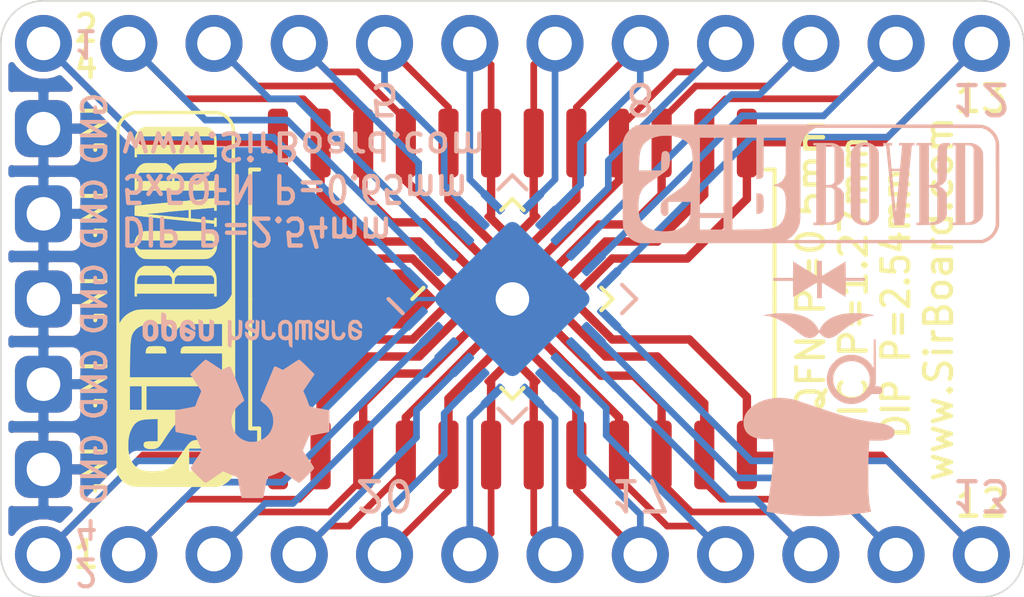
<source format=kicad_pcb>
(kicad_pcb (version 20171130) (host pcbnew "(5.1.2)-2")

  (general
    (thickness 1.6)
    (drawings 45)
    (tracks 231)
    (zones 0)
    (modules 10)
    (nets 26)
  )

  (page User 132.004 102.006)
  (title_block
    (title "SOIC24 To DIP24 Breakout Board")
    (date 2020-02-13)
    (rev 2)
    (company SirBoard)
    (comment 1 "SOIC24 P = 1.27mm")
    (comment 2 "QFN24 P = 0.65mm")
    (comment 3 "QFN24 P = 0.4mm")
    (comment 4 "DIP24 P = 2.54mm ")
  )

  (layers
    (0 F.Cu signal hide)
    (31 B.Cu signal)
    (32 B.Adhes user hide)
    (33 F.Adhes user hide)
    (34 B.Paste user hide)
    (35 F.Paste user hide)
    (36 B.SilkS user)
    (37 F.SilkS user hide)
    (38 B.Mask user hide)
    (39 F.Mask user hide)
    (40 Dwgs.User user hide)
    (41 Cmts.User user hide)
    (42 Eco1.User user hide)
    (43 Eco2.User user hide)
    (44 Edge.Cuts user)
    (45 Margin user hide)
    (46 B.CrtYd user hide)
    (47 F.CrtYd user hide)
    (48 B.Fab user hide)
    (49 F.Fab user hide)
  )

  (setup
    (last_trace_width 0.127)
    (user_trace_width 0.15)
    (user_trace_width 0.2)
    (user_trace_width 0.25)
    (trace_clearance 0.127)
    (zone_clearance 0.2)
    (zone_45_only no)
    (trace_min 0.127)
    (via_size 0.8)
    (via_drill 0.4)
    (via_min_size 0.4)
    (via_min_drill 0.3)
    (user_via 1.5 0.8)
    (user_via 2 1)
    (uvia_size 0.3)
    (uvia_drill 0.1)
    (uvias_allowed no)
    (uvia_min_size 0.2)
    (uvia_min_drill 0.1)
    (edge_width 0.05)
    (segment_width 0.2)
    (pcb_text_width 0.3)
    (pcb_text_size 1.5 1.5)
    (mod_edge_width 0.12)
    (mod_text_size 1 1)
    (mod_text_width 0.15)
    (pad_size 1.7 1.7)
    (pad_drill 1)
    (pad_to_mask_clearance 0)
    (solder_mask_min_width 0.1)
    (aux_axis_origin 0 0)
    (visible_elements 7FFFFFFF)
    (pcbplotparams
      (layerselection 0x010f0_ffffffff)
      (usegerberextensions false)
      (usegerberattributes false)
      (usegerberadvancedattributes false)
      (creategerberjobfile false)
      (excludeedgelayer true)
      (linewidth 0.100000)
      (plotframeref false)
      (viasonmask true)
      (mode 1)
      (useauxorigin true)
      (hpglpennumber 1)
      (hpglpenspeed 20)
      (hpglpendiameter 15.000000)
      (psnegative false)
      (psa4output false)
      (plotreference true)
      (plotvalue false)
      (plotinvisibletext false)
      (padsonsilk false)
      (subtractmaskfromsilk false)
      (outputformat 1)
      (mirror false)
      (drillshape 0)
      (scaleselection 1)
      (outputdirectory "../../Gerbers/SOIC24/"))
  )

  (net 0 "")
  (net 1 "Net-(J1-Pad12)")
  (net 2 "Net-(J1-Pad11)")
  (net 3 "Net-(J1-Pad10)")
  (net 4 "Net-(J1-Pad9)")
  (net 5 "Net-(J1-Pad8)")
  (net 6 "Net-(J1-Pad7)")
  (net 7 "Net-(J1-Pad6)")
  (net 8 "Net-(J1-Pad5)")
  (net 9 "Net-(J1-Pad4)")
  (net 10 "Net-(J1-Pad3)")
  (net 11 "Net-(J1-Pad2)")
  (net 12 "Net-(J1-Pad1)")
  (net 13 "Net-(J2-Pad24)")
  (net 14 "Net-(J2-Pad23)")
  (net 15 "Net-(J2-Pad22)")
  (net 16 "Net-(J2-Pad21)")
  (net 17 "Net-(J2-Pad20)")
  (net 18 "Net-(J2-Pad19)")
  (net 19 "Net-(J2-Pad18)")
  (net 20 "Net-(J2-Pad17)")
  (net 21 "Net-(J2-Pad16)")
  (net 22 "Net-(J2-Pad15)")
  (net 23 "Net-(J2-Pad14)")
  (net 24 "Net-(J2-Pad13)")
  (net 25 "Net-(J6-Pad1)")

  (net_class Default "This is the default net class."
    (clearance 0.127)
    (trace_width 0.127)
    (via_dia 0.8)
    (via_drill 0.4)
    (uvia_dia 0.3)
    (uvia_drill 0.1)
    (add_net "Net-(J1-Pad1)")
    (add_net "Net-(J1-Pad10)")
    (add_net "Net-(J1-Pad11)")
    (add_net "Net-(J1-Pad12)")
    (add_net "Net-(J1-Pad2)")
    (add_net "Net-(J1-Pad3)")
    (add_net "Net-(J1-Pad4)")
    (add_net "Net-(J1-Pad5)")
    (add_net "Net-(J1-Pad6)")
    (add_net "Net-(J1-Pad7)")
    (add_net "Net-(J1-Pad8)")
    (add_net "Net-(J1-Pad9)")
    (add_net "Net-(J2-Pad13)")
    (add_net "Net-(J2-Pad14)")
    (add_net "Net-(J2-Pad15)")
    (add_net "Net-(J2-Pad16)")
    (add_net "Net-(J2-Pad17)")
    (add_net "Net-(J2-Pad18)")
    (add_net "Net-(J2-Pad19)")
    (add_net "Net-(J2-Pad20)")
    (add_net "Net-(J2-Pad21)")
    (add_net "Net-(J2-Pad22)")
    (add_net "Net-(J2-Pad23)")
    (add_net "Net-(J2-Pad24)")
    (add_net "Net-(J6-Pad1)")
  )

  (module Symbol:OSHW-Logo2_7.3x6mm_SilkScreen (layer B.Cu) (tedit 0) (tstamp 5E9A4F30)
    (at 62.357 40.894)
    (descr "Open Source Hardware Symbol")
    (tags "Logo Symbol OSHW")
    (attr virtual)
    (fp_text reference REF** (at 0 0) (layer B.SilkS) hide
      (effects (font (size 1 1) (thickness 0.15)) (justify mirror))
    )
    (fp_text value OSHW-Logo2_7.3x6mm_SilkScreen (at 0.75 0) (layer B.Fab) hide
      (effects (font (size 1 1) (thickness 0.15)) (justify mirror))
    )
    (fp_poly (pts (xy 0.10391 2.757652) (xy 0.182454 2.757222) (xy 0.239298 2.756058) (xy 0.278105 2.753793)
      (xy 0.302538 2.75006) (xy 0.316262 2.744494) (xy 0.32294 2.736727) (xy 0.326236 2.726395)
      (xy 0.326556 2.725057) (xy 0.331562 2.700921) (xy 0.340829 2.653299) (xy 0.353392 2.587259)
      (xy 0.368287 2.507872) (xy 0.384551 2.420204) (xy 0.385119 2.417125) (xy 0.40141 2.331211)
      (xy 0.416652 2.255304) (xy 0.429861 2.193955) (xy 0.440054 2.151718) (xy 0.446248 2.133145)
      (xy 0.446543 2.132816) (xy 0.464788 2.123747) (xy 0.502405 2.108633) (xy 0.551271 2.090738)
      (xy 0.551543 2.090642) (xy 0.613093 2.067507) (xy 0.685657 2.038035) (xy 0.754057 2.008403)
      (xy 0.757294 2.006938) (xy 0.868702 1.956374) (xy 1.115399 2.12484) (xy 1.191077 2.176197)
      (xy 1.259631 2.222111) (xy 1.317088 2.25997) (xy 1.359476 2.287163) (xy 1.382825 2.301079)
      (xy 1.385042 2.302111) (xy 1.40201 2.297516) (xy 1.433701 2.275345) (xy 1.481352 2.234553)
      (xy 1.546198 2.174095) (xy 1.612397 2.109773) (xy 1.676214 2.046388) (xy 1.733329 1.988549)
      (xy 1.780305 1.939825) (xy 1.813703 1.90379) (xy 1.830085 1.884016) (xy 1.830694 1.882998)
      (xy 1.832505 1.869428) (xy 1.825683 1.847267) (xy 1.80854 1.813522) (xy 1.779393 1.7652)
      (xy 1.736555 1.699308) (xy 1.679448 1.614483) (xy 1.628766 1.539823) (xy 1.583461 1.47286)
      (xy 1.54615 1.417484) (xy 1.519452 1.37758) (xy 1.505985 1.357038) (xy 1.505137 1.355644)
      (xy 1.506781 1.335962) (xy 1.519245 1.297707) (xy 1.540048 1.248111) (xy 1.547462 1.232272)
      (xy 1.579814 1.16171) (xy 1.614328 1.081647) (xy 1.642365 1.012371) (xy 1.662568 0.960955)
      (xy 1.678615 0.921881) (xy 1.687888 0.901459) (xy 1.689041 0.899886) (xy 1.706096 0.897279)
      (xy 1.746298 0.890137) (xy 1.804302 0.879477) (xy 1.874763 0.866315) (xy 1.952335 0.851667)
      (xy 2.031672 0.836551) (xy 2.107431 0.821982) (xy 2.174264 0.808978) (xy 2.226828 0.798555)
      (xy 2.259776 0.79173) (xy 2.267857 0.789801) (xy 2.276205 0.785038) (xy 2.282506 0.774282)
      (xy 2.287045 0.753902) (xy 2.290104 0.720266) (xy 2.291967 0.669745) (xy 2.292918 0.598708)
      (xy 2.29324 0.503524) (xy 2.293257 0.464508) (xy 2.293257 0.147201) (xy 2.217057 0.132161)
      (xy 2.174663 0.124005) (xy 2.1114 0.112101) (xy 2.034962 0.097884) (xy 1.953043 0.08279)
      (xy 1.9304 0.078645) (xy 1.854806 0.063947) (xy 1.788953 0.049495) (xy 1.738366 0.036625)
      (xy 1.708574 0.026678) (xy 1.703612 0.023713) (xy 1.691426 0.002717) (xy 1.673953 -0.037967)
      (xy 1.654577 -0.090322) (xy 1.650734 -0.1016) (xy 1.625339 -0.171523) (xy 1.593817 -0.250418)
      (xy 1.562969 -0.321266) (xy 1.562817 -0.321595) (xy 1.511447 -0.432733) (xy 1.680399 -0.681253)
      (xy 1.849352 -0.929772) (xy 1.632429 -1.147058) (xy 1.566819 -1.211726) (xy 1.506979 -1.268733)
      (xy 1.456267 -1.315033) (xy 1.418046 -1.347584) (xy 1.395675 -1.363343) (xy 1.392466 -1.364343)
      (xy 1.373626 -1.356469) (xy 1.33518 -1.334578) (xy 1.28133 -1.301267) (xy 1.216276 -1.259131)
      (xy 1.14594 -1.211943) (xy 1.074555 -1.16381) (xy 1.010908 -1.121928) (xy 0.959041 -1.088871)
      (xy 0.922995 -1.067218) (xy 0.906867 -1.059543) (xy 0.887189 -1.066037) (xy 0.849875 -1.08315)
      (xy 0.802621 -1.107326) (xy 0.797612 -1.110013) (xy 0.733977 -1.141927) (xy 0.690341 -1.157579)
      (xy 0.663202 -1.157745) (xy 0.649057 -1.143204) (xy 0.648975 -1.143) (xy 0.641905 -1.125779)
      (xy 0.625042 -1.084899) (xy 0.599695 -1.023525) (xy 0.567171 -0.944819) (xy 0.528778 -0.851947)
      (xy 0.485822 -0.748072) (xy 0.444222 -0.647502) (xy 0.398504 -0.536516) (xy 0.356526 -0.433703)
      (xy 0.319548 -0.342215) (xy 0.288827 -0.265201) (xy 0.265622 -0.205815) (xy 0.25119 -0.167209)
      (xy 0.246743 -0.1528) (xy 0.257896 -0.136272) (xy 0.287069 -0.10993) (xy 0.325971 -0.080887)
      (xy 0.436757 0.010961) (xy 0.523351 0.116241) (xy 0.584716 0.232734) (xy 0.619815 0.358224)
      (xy 0.627608 0.490493) (xy 0.621943 0.551543) (xy 0.591078 0.678205) (xy 0.53792 0.790059)
      (xy 0.465767 0.885999) (xy 0.377917 0.964924) (xy 0.277665 1.02573) (xy 0.16831 1.067313)
      (xy 0.053147 1.088572) (xy -0.064525 1.088401) (xy -0.18141 1.065699) (xy -0.294211 1.019362)
      (xy -0.399631 0.948287) (xy -0.443632 0.908089) (xy -0.528021 0.804871) (xy -0.586778 0.692075)
      (xy -0.620296 0.57299) (xy -0.628965 0.450905) (xy -0.613177 0.329107) (xy -0.573322 0.210884)
      (xy -0.509793 0.099525) (xy -0.422979 -0.001684) (xy -0.325971 -0.080887) (xy -0.285563 -0.111162)
      (xy -0.257018 -0.137219) (xy -0.246743 -0.152825) (xy -0.252123 -0.169843) (xy -0.267425 -0.2105)
      (xy -0.291388 -0.271642) (xy -0.322756 -0.350119) (xy -0.360268 -0.44278) (xy -0.402667 -0.546472)
      (xy -0.444337 -0.647526) (xy -0.49031 -0.758607) (xy -0.532893 -0.861541) (xy -0.570779 -0.953165)
      (xy -0.60266 -1.030316) (xy -0.627229 -1.089831) (xy -0.64318 -1.128544) (xy -0.64909 -1.143)
      (xy -0.663052 -1.157685) (xy -0.69006 -1.157642) (xy -0.733587 -1.142099) (xy -0.79711 -1.110284)
      (xy -0.797612 -1.110013) (xy -0.84544 -1.085323) (xy -0.884103 -1.067338) (xy -0.905905 -1.059614)
      (xy -0.906867 -1.059543) (xy -0.923279 -1.067378) (xy -0.959513 -1.089165) (xy -1.011526 -1.122328)
      (xy -1.075275 -1.164291) (xy -1.14594 -1.211943) (xy -1.217884 -1.260191) (xy -1.282726 -1.302151)
      (xy -1.336265 -1.335227) (xy -1.374303 -1.356821) (xy -1.392467 -1.364343) (xy -1.409192 -1.354457)
      (xy -1.44282 -1.326826) (xy -1.48999 -1.284495) (xy -1.547342 -1.230505) (xy -1.611516 -1.167899)
      (xy -1.632503 -1.146983) (xy -1.849501 -0.929623) (xy -1.684332 -0.68722) (xy -1.634136 -0.612781)
      (xy -1.590081 -0.545972) (xy -1.554638 -0.490665) (xy -1.530281 -0.450729) (xy -1.519478 -0.430036)
      (xy -1.519162 -0.428563) (xy -1.524857 -0.409058) (xy -1.540174 -0.369822) (xy -1.562463 -0.31743)
      (xy -1.578107 -0.282355) (xy -1.607359 -0.215201) (xy -1.634906 -0.147358) (xy -1.656263 -0.090034)
      (xy -1.662065 -0.072572) (xy -1.678548 -0.025938) (xy -1.69466 0.010095) (xy -1.70351 0.023713)
      (xy -1.72304 0.032048) (xy -1.765666 0.043863) (xy -1.825855 0.057819) (xy -1.898078 0.072578)
      (xy -1.9304 0.078645) (xy -2.012478 0.093727) (xy -2.091205 0.108331) (xy -2.158891 0.12102)
      (xy -2.20784 0.130358) (xy -2.217057 0.132161) (xy -2.293257 0.147201) (xy -2.293257 0.464508)
      (xy -2.293086 0.568846) (xy -2.292384 0.647787) (xy -2.290866 0.704962) (xy -2.288251 0.744001)
      (xy -2.284254 0.768535) (xy -2.278591 0.782195) (xy -2.27098 0.788611) (xy -2.267857 0.789801)
      (xy -2.249022 0.79402) (xy -2.207412 0.802438) (xy -2.14837 0.814039) (xy -2.077243 0.827805)
      (xy -1.999375 0.84272) (xy -1.920113 0.857768) (xy -1.844802 0.871931) (xy -1.778787 0.884194)
      (xy -1.727413 0.893539) (xy -1.696025 0.89895) (xy -1.689041 0.899886) (xy -1.682715 0.912404)
      (xy -1.66871 0.945754) (xy -1.649645 0.993623) (xy -1.642366 1.012371) (xy -1.613004 1.084805)
      (xy -1.578429 1.16483) (xy -1.547463 1.232272) (xy -1.524677 1.283841) (xy -1.509518 1.326215)
      (xy -1.504458 1.352166) (xy -1.505264 1.355644) (xy -1.515959 1.372064) (xy -1.54038 1.408583)
      (xy -1.575905 1.461313) (xy -1.619913 1.526365) (xy -1.669783 1.599849) (xy -1.679644 1.614355)
      (xy -1.737508 1.700296) (xy -1.780044 1.765739) (xy -1.808946 1.813696) (xy -1.82591 1.84718)
      (xy -1.832633 1.869205) (xy -1.83081 1.882783) (xy -1.830764 1.882869) (xy -1.816414 1.900703)
      (xy -1.784677 1.935183) (xy -1.73899 1.982732) (xy -1.682796 2.039778) (xy -1.619532 2.102745)
      (xy -1.612398 2.109773) (xy -1.53267 2.18698) (xy -1.471143 2.24367) (xy -1.426579 2.28089)
      (xy -1.397743 2.299685) (xy -1.385042 2.302111) (xy -1.366506 2.291529) (xy -1.328039 2.267084)
      (xy -1.273614 2.231388) (xy -1.207202 2.187053) (xy -1.132775 2.136689) (xy -1.115399 2.12484)
      (xy -0.868703 1.956374) (xy -0.757294 2.006938) (xy -0.689543 2.036405) (xy -0.616817 2.066041)
      (xy -0.554297 2.08967) (xy -0.551543 2.090642) (xy -0.50264 2.108543) (xy -0.464943 2.12368)
      (xy -0.446575 2.13279) (xy -0.446544 2.132816) (xy -0.440715 2.149283) (xy -0.430808 2.189781)
      (xy -0.417805 2.249758) (xy -0.402691 2.32466) (xy -0.386448 2.409936) (xy -0.385119 2.417125)
      (xy -0.368825 2.504986) (xy -0.353867 2.58474) (xy -0.341209 2.651319) (xy -0.331814 2.699653)
      (xy -0.326646 2.724675) (xy -0.326556 2.725057) (xy -0.323411 2.735701) (xy -0.317296 2.743738)
      (xy -0.304547 2.749533) (xy -0.2815 2.753453) (xy -0.244491 2.755865) (xy -0.189856 2.757135)
      (xy -0.113933 2.757629) (xy -0.013056 2.757714) (xy 0 2.757714) (xy 0.10391 2.757652)) (layer B.SilkS) (width 0.01))
    (fp_poly (pts (xy 3.153595 -1.966966) (xy 3.211021 -2.004497) (xy 3.238719 -2.038096) (xy 3.260662 -2.099064)
      (xy 3.262405 -2.147308) (xy 3.258457 -2.211816) (xy 3.109686 -2.276934) (xy 3.037349 -2.310202)
      (xy 2.990084 -2.336964) (xy 2.965507 -2.360144) (xy 2.961237 -2.382667) (xy 2.974889 -2.407455)
      (xy 2.989943 -2.423886) (xy 3.033746 -2.450235) (xy 3.081389 -2.452081) (xy 3.125145 -2.431546)
      (xy 3.157289 -2.390752) (xy 3.163038 -2.376347) (xy 3.190576 -2.331356) (xy 3.222258 -2.312182)
      (xy 3.265714 -2.295779) (xy 3.265714 -2.357966) (xy 3.261872 -2.400283) (xy 3.246823 -2.435969)
      (xy 3.21528 -2.476943) (xy 3.210592 -2.482267) (xy 3.175506 -2.51872) (xy 3.145347 -2.538283)
      (xy 3.107615 -2.547283) (xy 3.076335 -2.55023) (xy 3.020385 -2.550965) (xy 2.980555 -2.54166)
      (xy 2.955708 -2.527846) (xy 2.916656 -2.497467) (xy 2.889625 -2.464613) (xy 2.872517 -2.423294)
      (xy 2.863238 -2.367521) (xy 2.859693 -2.291305) (xy 2.85941 -2.252622) (xy 2.860372 -2.206247)
      (xy 2.948007 -2.206247) (xy 2.949023 -2.231126) (xy 2.951556 -2.2352) (xy 2.968274 -2.229665)
      (xy 3.004249 -2.215017) (xy 3.052331 -2.19419) (xy 3.062386 -2.189714) (xy 3.123152 -2.158814)
      (xy 3.156632 -2.131657) (xy 3.16399 -2.10622) (xy 3.146391 -2.080481) (xy 3.131856 -2.069109)
      (xy 3.07941 -2.046364) (xy 3.030322 -2.050122) (xy 2.989227 -2.077884) (xy 2.960758 -2.127152)
      (xy 2.951631 -2.166257) (xy 2.948007 -2.206247) (xy 2.860372 -2.206247) (xy 2.861285 -2.162249)
      (xy 2.868196 -2.095384) (xy 2.881884 -2.046695) (xy 2.904096 -2.010849) (xy 2.936574 -1.982513)
      (xy 2.950733 -1.973355) (xy 3.015053 -1.949507) (xy 3.085473 -1.948006) (xy 3.153595 -1.966966)) (layer B.SilkS) (width 0.01))
    (fp_poly (pts (xy 2.6526 -1.958752) (xy 2.669948 -1.966334) (xy 2.711356 -1.999128) (xy 2.746765 -2.046547)
      (xy 2.768664 -2.097151) (xy 2.772229 -2.122098) (xy 2.760279 -2.156927) (xy 2.734067 -2.175357)
      (xy 2.705964 -2.186516) (xy 2.693095 -2.188572) (xy 2.686829 -2.173649) (xy 2.674456 -2.141175)
      (xy 2.669028 -2.126502) (xy 2.63859 -2.075744) (xy 2.59452 -2.050427) (xy 2.53801 -2.051206)
      (xy 2.533825 -2.052203) (xy 2.503655 -2.066507) (xy 2.481476 -2.094393) (xy 2.466327 -2.139287)
      (xy 2.45725 -2.204615) (xy 2.453286 -2.293804) (xy 2.452914 -2.341261) (xy 2.45273 -2.416071)
      (xy 2.451522 -2.467069) (xy 2.448309 -2.499471) (xy 2.442109 -2.518495) (xy 2.43194 -2.529356)
      (xy 2.416819 -2.537272) (xy 2.415946 -2.53767) (xy 2.386828 -2.549981) (xy 2.372403 -2.554514)
      (xy 2.370186 -2.540809) (xy 2.368289 -2.502925) (xy 2.366847 -2.445715) (xy 2.365998 -2.374027)
      (xy 2.365829 -2.321565) (xy 2.366692 -2.220047) (xy 2.37007 -2.143032) (xy 2.377142 -2.086023)
      (xy 2.389088 -2.044526) (xy 2.40709 -2.014043) (xy 2.432327 -1.99008) (xy 2.457247 -1.973355)
      (xy 2.517171 -1.951097) (xy 2.586911 -1.946076) (xy 2.6526 -1.958752)) (layer B.SilkS) (width 0.01))
    (fp_poly (pts (xy 2.144876 -1.956335) (xy 2.186667 -1.975344) (xy 2.219469 -1.998378) (xy 2.243503 -2.024133)
      (xy 2.260097 -2.057358) (xy 2.270577 -2.1028) (xy 2.276271 -2.165207) (xy 2.278507 -2.249327)
      (xy 2.278743 -2.304721) (xy 2.278743 -2.520826) (xy 2.241774 -2.53767) (xy 2.212656 -2.549981)
      (xy 2.198231 -2.554514) (xy 2.195472 -2.541025) (xy 2.193282 -2.504653) (xy 2.191942 -2.451542)
      (xy 2.191657 -2.409372) (xy 2.190434 -2.348447) (xy 2.187136 -2.300115) (xy 2.182321 -2.270518)
      (xy 2.178496 -2.264229) (xy 2.152783 -2.270652) (xy 2.112418 -2.287125) (xy 2.065679 -2.309458)
      (xy 2.020845 -2.333457) (xy 1.986193 -2.35493) (xy 1.970002 -2.369685) (xy 1.969938 -2.369845)
      (xy 1.97133 -2.397152) (xy 1.983818 -2.423219) (xy 2.005743 -2.444392) (xy 2.037743 -2.451474)
      (xy 2.065092 -2.450649) (xy 2.103826 -2.450042) (xy 2.124158 -2.459116) (xy 2.136369 -2.483092)
      (xy 2.137909 -2.487613) (xy 2.143203 -2.521806) (xy 2.129047 -2.542568) (xy 2.092148 -2.552462)
      (xy 2.052289 -2.554292) (xy 1.980562 -2.540727) (xy 1.943432 -2.521355) (xy 1.897576 -2.475845)
      (xy 1.873256 -2.419983) (xy 1.871073 -2.360957) (xy 1.891629 -2.305953) (xy 1.922549 -2.271486)
      (xy 1.95342 -2.252189) (xy 2.001942 -2.227759) (xy 2.058485 -2.202985) (xy 2.06791 -2.199199)
      (xy 2.130019 -2.171791) (xy 2.165822 -2.147634) (xy 2.177337 -2.123619) (xy 2.16658 -2.096635)
      (xy 2.148114 -2.075543) (xy 2.104469 -2.049572) (xy 2.056446 -2.047624) (xy 2.012406 -2.067637)
      (xy 1.980709 -2.107551) (xy 1.976549 -2.117848) (xy 1.952327 -2.155724) (xy 1.916965 -2.183842)
      (xy 1.872343 -2.206917) (xy 1.872343 -2.141485) (xy 1.874969 -2.101506) (xy 1.88623 -2.069997)
      (xy 1.911199 -2.036378) (xy 1.935169 -2.010484) (xy 1.972441 -1.973817) (xy 2.001401 -1.954121)
      (xy 2.032505 -1.94622) (xy 2.067713 -1.944914) (xy 2.144876 -1.956335)) (layer B.SilkS) (width 0.01))
    (fp_poly (pts (xy 1.779833 -1.958663) (xy 1.782048 -1.99685) (xy 1.783784 -2.054886) (xy 1.784899 -2.12818)
      (xy 1.785257 -2.205055) (xy 1.785257 -2.465196) (xy 1.739326 -2.511127) (xy 1.707675 -2.539429)
      (xy 1.67989 -2.550893) (xy 1.641915 -2.550168) (xy 1.62684 -2.548321) (xy 1.579726 -2.542948)
      (xy 1.540756 -2.539869) (xy 1.531257 -2.539585) (xy 1.499233 -2.541445) (xy 1.453432 -2.546114)
      (xy 1.435674 -2.548321) (xy 1.392057 -2.551735) (xy 1.362745 -2.54432) (xy 1.33368 -2.521427)
      (xy 1.323188 -2.511127) (xy 1.277257 -2.465196) (xy 1.277257 -1.978602) (xy 1.314226 -1.961758)
      (xy 1.346059 -1.949282) (xy 1.364683 -1.944914) (xy 1.369458 -1.958718) (xy 1.373921 -1.997286)
      (xy 1.377775 -2.056356) (xy 1.380722 -2.131663) (xy 1.382143 -2.195286) (xy 1.386114 -2.445657)
      (xy 1.420759 -2.450556) (xy 1.452268 -2.447131) (xy 1.467708 -2.436041) (xy 1.472023 -2.415308)
      (xy 1.475708 -2.371145) (xy 1.478469 -2.309146) (xy 1.480012 -2.234909) (xy 1.480235 -2.196706)
      (xy 1.480457 -1.976783) (xy 1.526166 -1.960849) (xy 1.558518 -1.950015) (xy 1.576115 -1.944962)
      (xy 1.576623 -1.944914) (xy 1.578388 -1.958648) (xy 1.580329 -1.99673) (xy 1.582282 -2.054482)
      (xy 1.584084 -2.127227) (xy 1.585343 -2.195286) (xy 1.589314 -2.445657) (xy 1.6764 -2.445657)
      (xy 1.680396 -2.21724) (xy 1.684392 -1.988822) (xy 1.726847 -1.966868) (xy 1.758192 -1.951793)
      (xy 1.776744 -1.944951) (xy 1.777279 -1.944914) (xy 1.779833 -1.958663)) (layer B.SilkS) (width 0.01))
    (fp_poly (pts (xy 1.190117 -2.065358) (xy 1.189933 -2.173837) (xy 1.189219 -2.257287) (xy 1.187675 -2.319704)
      (xy 1.185001 -2.365085) (xy 1.180894 -2.397429) (xy 1.175055 -2.420733) (xy 1.167182 -2.438995)
      (xy 1.161221 -2.449418) (xy 1.111855 -2.505945) (xy 1.049264 -2.541377) (xy 0.980013 -2.55409)
      (xy 0.910668 -2.542463) (xy 0.869375 -2.521568) (xy 0.826025 -2.485422) (xy 0.796481 -2.441276)
      (xy 0.778655 -2.383462) (xy 0.770463 -2.306313) (xy 0.769302 -2.249714) (xy 0.769458 -2.245647)
      (xy 0.870857 -2.245647) (xy 0.871476 -2.31055) (xy 0.874314 -2.353514) (xy 0.88084 -2.381622)
      (xy 0.892523 -2.401953) (xy 0.906483 -2.417288) (xy 0.953365 -2.44689) (xy 1.003701 -2.449419)
      (xy 1.051276 -2.424705) (xy 1.054979 -2.421356) (xy 1.070783 -2.403935) (xy 1.080693 -2.383209)
      (xy 1.086058 -2.352362) (xy 1.088228 -2.304577) (xy 1.088571 -2.251748) (xy 1.087827 -2.185381)
      (xy 1.084748 -2.141106) (xy 1.078061 -2.112009) (xy 1.066496 -2.091173) (xy 1.057013 -2.080107)
      (xy 1.01296 -2.052198) (xy 0.962224 -2.048843) (xy 0.913796 -2.070159) (xy 0.90445 -2.078073)
      (xy 0.88854 -2.095647) (xy 0.87861 -2.116587) (xy 0.873278 -2.147782) (xy 0.871163 -2.196122)
      (xy 0.870857 -2.245647) (xy 0.769458 -2.245647) (xy 0.77281 -2.158568) (xy 0.784726 -2.090086)
      (xy 0.807135 -2.0386) (xy 0.842124 -1.998443) (xy 0.869375 -1.977861) (xy 0.918907 -1.955625)
      (xy 0.976316 -1.945304) (xy 1.029682 -1.948067) (xy 1.059543 -1.959212) (xy 1.071261 -1.962383)
      (xy 1.079037 -1.950557) (xy 1.084465 -1.918866) (xy 1.088571 -1.870593) (xy 1.093067 -1.816829)
      (xy 1.099313 -1.784482) (xy 1.110676 -1.765985) (xy 1.130528 -1.75377) (xy 1.143 -1.748362)
      (xy 1.190171 -1.728601) (xy 1.190117 -2.065358)) (layer B.SilkS) (width 0.01))
    (fp_poly (pts (xy 0.529926 -1.949755) (xy 0.595858 -1.974084) (xy 0.649273 -2.017117) (xy 0.670164 -2.047409)
      (xy 0.692939 -2.102994) (xy 0.692466 -2.143186) (xy 0.668562 -2.170217) (xy 0.659717 -2.174813)
      (xy 0.62153 -2.189144) (xy 0.602028 -2.185472) (xy 0.595422 -2.161407) (xy 0.595086 -2.148114)
      (xy 0.582992 -2.09921) (xy 0.551471 -2.064999) (xy 0.507659 -2.048476) (xy 0.458695 -2.052634)
      (xy 0.418894 -2.074227) (xy 0.40545 -2.086544) (xy 0.395921 -2.101487) (xy 0.389485 -2.124075)
      (xy 0.385317 -2.159328) (xy 0.382597 -2.212266) (xy 0.380502 -2.287907) (xy 0.37996 -2.311857)
      (xy 0.377981 -2.39379) (xy 0.375731 -2.451455) (xy 0.372357 -2.489608) (xy 0.367006 -2.513004)
      (xy 0.358824 -2.526398) (xy 0.346959 -2.534545) (xy 0.339362 -2.538144) (xy 0.307102 -2.550452)
      (xy 0.288111 -2.554514) (xy 0.281836 -2.540948) (xy 0.278006 -2.499934) (xy 0.2766 -2.430999)
      (xy 0.277598 -2.333669) (xy 0.277908 -2.318657) (xy 0.280101 -2.229859) (xy 0.282693 -2.165019)
      (xy 0.286382 -2.119067) (xy 0.291864 -2.086935) (xy 0.299835 -2.063553) (xy 0.310993 -2.043852)
      (xy 0.31683 -2.03541) (xy 0.350296 -1.998057) (xy 0.387727 -1.969003) (xy 0.392309 -1.966467)
      (xy 0.459426 -1.946443) (xy 0.529926 -1.949755)) (layer B.SilkS) (width 0.01))
    (fp_poly (pts (xy 0.039744 -1.950968) (xy 0.096616 -1.972087) (xy 0.097267 -1.972493) (xy 0.13244 -1.99838)
      (xy 0.158407 -2.028633) (xy 0.17667 -2.068058) (xy 0.188732 -2.121462) (xy 0.196096 -2.193651)
      (xy 0.200264 -2.289432) (xy 0.200629 -2.303078) (xy 0.205876 -2.508842) (xy 0.161716 -2.531678)
      (xy 0.129763 -2.54711) (xy 0.11047 -2.554423) (xy 0.109578 -2.554514) (xy 0.106239 -2.541022)
      (xy 0.103587 -2.504626) (xy 0.101956 -2.451452) (xy 0.1016 -2.408393) (xy 0.101592 -2.338641)
      (xy 0.098403 -2.294837) (xy 0.087288 -2.273944) (xy 0.063501 -2.272925) (xy 0.022296 -2.288741)
      (xy -0.039914 -2.317815) (xy -0.085659 -2.341963) (xy -0.109187 -2.362913) (xy -0.116104 -2.385747)
      (xy -0.116114 -2.386877) (xy -0.104701 -2.426212) (xy -0.070908 -2.447462) (xy -0.019191 -2.450539)
      (xy 0.018061 -2.450006) (xy 0.037703 -2.460735) (xy 0.049952 -2.486505) (xy 0.057002 -2.519337)
      (xy 0.046842 -2.537966) (xy 0.043017 -2.540632) (xy 0.007001 -2.55134) (xy -0.043434 -2.552856)
      (xy -0.095374 -2.545759) (xy -0.132178 -2.532788) (xy -0.183062 -2.489585) (xy -0.211986 -2.429446)
      (xy -0.217714 -2.382462) (xy -0.213343 -2.340082) (xy -0.197525 -2.305488) (xy -0.166203 -2.274763)
      (xy -0.115322 -2.24399) (xy -0.040824 -2.209252) (xy -0.036286 -2.207288) (xy 0.030821 -2.176287)
      (xy 0.072232 -2.150862) (xy 0.089981 -2.128014) (xy 0.086107 -2.104745) (xy 0.062643 -2.078056)
      (xy 0.055627 -2.071914) (xy 0.00863 -2.0481) (xy -0.040067 -2.049103) (xy -0.082478 -2.072451)
      (xy -0.110616 -2.115675) (xy -0.113231 -2.12416) (xy -0.138692 -2.165308) (xy -0.170999 -2.185128)
      (xy -0.217714 -2.20477) (xy -0.217714 -2.15395) (xy -0.203504 -2.080082) (xy -0.161325 -2.012327)
      (xy -0.139376 -1.989661) (xy -0.089483 -1.960569) (xy -0.026033 -1.9474) (xy 0.039744 -1.950968)) (layer B.SilkS) (width 0.01))
    (fp_poly (pts (xy -0.624114 -1.851289) (xy -0.619861 -1.910613) (xy -0.614975 -1.945572) (xy -0.608205 -1.96082)
      (xy -0.598298 -1.961015) (xy -0.595086 -1.959195) (xy -0.552356 -1.946015) (xy -0.496773 -1.946785)
      (xy -0.440263 -1.960333) (xy -0.404918 -1.977861) (xy -0.368679 -2.005861) (xy -0.342187 -2.037549)
      (xy -0.324001 -2.077813) (xy -0.312678 -2.131543) (xy -0.306778 -2.203626) (xy -0.304857 -2.298951)
      (xy -0.304823 -2.317237) (xy -0.3048 -2.522646) (xy -0.350509 -2.53858) (xy -0.382973 -2.54942)
      (xy -0.400785 -2.554468) (xy -0.401309 -2.554514) (xy -0.403063 -2.540828) (xy -0.404556 -2.503076)
      (xy -0.405674 -2.446224) (xy -0.406303 -2.375234) (xy -0.4064 -2.332073) (xy -0.406602 -2.246973)
      (xy -0.407642 -2.185981) (xy -0.410169 -2.144177) (xy -0.414836 -2.116642) (xy -0.422293 -2.098456)
      (xy -0.433189 -2.084698) (xy -0.439993 -2.078073) (xy -0.486728 -2.051375) (xy -0.537728 -2.049375)
      (xy -0.583999 -2.071955) (xy -0.592556 -2.080107) (xy -0.605107 -2.095436) (xy -0.613812 -2.113618)
      (xy -0.619369 -2.139909) (xy -0.622474 -2.179562) (xy -0.623824 -2.237832) (xy -0.624114 -2.318173)
      (xy -0.624114 -2.522646) (xy -0.669823 -2.53858) (xy -0.702287 -2.54942) (xy -0.720099 -2.554468)
      (xy -0.720623 -2.554514) (xy -0.721963 -2.540623) (xy -0.723172 -2.501439) (xy -0.724199 -2.4407)
      (xy -0.724998 -2.362141) (xy -0.725519 -2.269498) (xy -0.725714 -2.166509) (xy -0.725714 -1.769342)
      (xy -0.678543 -1.749444) (xy -0.631371 -1.729547) (xy -0.624114 -1.851289)) (layer B.SilkS) (width 0.01))
    (fp_poly (pts (xy -1.831697 -1.931239) (xy -1.774473 -1.969735) (xy -1.730251 -2.025335) (xy -1.703833 -2.096086)
      (xy -1.69849 -2.148162) (xy -1.699097 -2.169893) (xy -1.704178 -2.186531) (xy -1.718145 -2.201437)
      (xy -1.745411 -2.217973) (xy -1.790388 -2.239498) (xy -1.857489 -2.269374) (xy -1.857829 -2.269524)
      (xy -1.919593 -2.297813) (xy -1.970241 -2.322933) (xy -2.004596 -2.342179) (xy -2.017482 -2.352848)
      (xy -2.017486 -2.352934) (xy -2.006128 -2.376166) (xy -1.979569 -2.401774) (xy -1.949077 -2.420221)
      (xy -1.93363 -2.423886) (xy -1.891485 -2.411212) (xy -1.855192 -2.379471) (xy -1.837483 -2.344572)
      (xy -1.820448 -2.318845) (xy -1.787078 -2.289546) (xy -1.747851 -2.264235) (xy -1.713244 -2.250471)
      (xy -1.706007 -2.249714) (xy -1.697861 -2.26216) (xy -1.69737 -2.293972) (xy -1.703357 -2.336866)
      (xy -1.714643 -2.382558) (xy -1.73005 -2.422761) (xy -1.730829 -2.424322) (xy -1.777196 -2.489062)
      (xy -1.837289 -2.533097) (xy -1.905535 -2.554711) (xy -1.976362 -2.552185) (xy -2.044196 -2.523804)
      (xy -2.047212 -2.521808) (xy -2.100573 -2.473448) (xy -2.13566 -2.410352) (xy -2.155078 -2.327387)
      (xy -2.157684 -2.304078) (xy -2.162299 -2.194055) (xy -2.156767 -2.142748) (xy -2.017486 -2.142748)
      (xy -2.015676 -2.174753) (xy -2.005778 -2.184093) (xy -1.981102 -2.177105) (xy -1.942205 -2.160587)
      (xy -1.898725 -2.139881) (xy -1.897644 -2.139333) (xy -1.860791 -2.119949) (xy -1.846 -2.107013)
      (xy -1.849647 -2.093451) (xy -1.865005 -2.075632) (xy -1.904077 -2.049845) (xy -1.946154 -2.04795)
      (xy -1.983897 -2.066717) (xy -2.009966 -2.102915) (xy -2.017486 -2.142748) (xy -2.156767 -2.142748)
      (xy -2.152806 -2.106027) (xy -2.12845 -2.036212) (xy -2.094544 -1.987302) (xy -2.033347 -1.937878)
      (xy -1.965937 -1.913359) (xy -1.89712 -1.911797) (xy -1.831697 -1.931239)) (layer B.SilkS) (width 0.01))
    (fp_poly (pts (xy -2.958885 -1.921962) (xy -2.890855 -1.957733) (xy -2.840649 -2.015301) (xy -2.822815 -2.052312)
      (xy -2.808937 -2.107882) (xy -2.801833 -2.178096) (xy -2.80116 -2.254727) (xy -2.806573 -2.329552)
      (xy -2.81773 -2.394342) (xy -2.834286 -2.440873) (xy -2.839374 -2.448887) (xy -2.899645 -2.508707)
      (xy -2.971231 -2.544535) (xy -3.048908 -2.55502) (xy -3.127452 -2.53881) (xy -3.149311 -2.529092)
      (xy -3.191878 -2.499143) (xy -3.229237 -2.459433) (xy -3.232768 -2.454397) (xy -3.247119 -2.430124)
      (xy -3.256606 -2.404178) (xy -3.26221 -2.370022) (xy -3.264914 -2.321119) (xy -3.265701 -2.250935)
      (xy -3.265714 -2.2352) (xy -3.265678 -2.230192) (xy -3.120571 -2.230192) (xy -3.119727 -2.29643)
      (xy -3.116404 -2.340386) (xy -3.109417 -2.368779) (xy -3.097584 -2.388325) (xy -3.091543 -2.394857)
      (xy -3.056814 -2.41968) (xy -3.023097 -2.418548) (xy -2.989005 -2.397016) (xy -2.968671 -2.374029)
      (xy -2.956629 -2.340478) (xy -2.949866 -2.287569) (xy -2.949402 -2.281399) (xy -2.948248 -2.185513)
      (xy -2.960312 -2.114299) (xy -2.98543 -2.068194) (xy -3.02344 -2.047635) (xy -3.037008 -2.046514)
      (xy -3.072636 -2.052152) (xy -3.097006 -2.071686) (xy -3.111907 -2.109042) (xy -3.119125 -2.16815)
      (xy -3.120571 -2.230192) (xy -3.265678 -2.230192) (xy -3.265174 -2.160413) (xy -3.262904 -2.108159)
      (xy -3.257932 -2.071949) (xy -3.249287 -2.045299) (xy -3.235995 -2.021722) (xy -3.233057 -2.017338)
      (xy -3.183687 -1.958249) (xy -3.129891 -1.923947) (xy -3.064398 -1.910331) (xy -3.042158 -1.909665)
      (xy -2.958885 -1.921962)) (layer B.SilkS) (width 0.01))
    (fp_poly (pts (xy -1.283907 -1.92778) (xy -1.237328 -1.954723) (xy -1.204943 -1.981466) (xy -1.181258 -2.009484)
      (xy -1.164941 -2.043748) (xy -1.154661 -2.089227) (xy -1.149086 -2.150892) (xy -1.146884 -2.233711)
      (xy -1.146629 -2.293246) (xy -1.146629 -2.512391) (xy -1.208314 -2.540044) (xy -1.27 -2.567697)
      (xy -1.277257 -2.32767) (xy -1.280256 -2.238028) (xy -1.283402 -2.172962) (xy -1.287299 -2.128026)
      (xy -1.292553 -2.09877) (xy -1.299769 -2.080748) (xy -1.30955 -2.069511) (xy -1.312688 -2.067079)
      (xy -1.360239 -2.048083) (xy -1.408303 -2.0556) (xy -1.436914 -2.075543) (xy -1.448553 -2.089675)
      (xy -1.456609 -2.10822) (xy -1.461729 -2.136334) (xy -1.464559 -2.179173) (xy -1.465744 -2.241895)
      (xy -1.465943 -2.307261) (xy -1.465982 -2.389268) (xy -1.467386 -2.447316) (xy -1.472086 -2.486465)
      (xy -1.482013 -2.51178) (xy -1.499097 -2.528323) (xy -1.525268 -2.541156) (xy -1.560225 -2.554491)
      (xy -1.598404 -2.569007) (xy -1.593859 -2.311389) (xy -1.592029 -2.218519) (xy -1.589888 -2.149889)
      (xy -1.586819 -2.100711) (xy -1.582206 -2.066198) (xy -1.575432 -2.041562) (xy -1.565881 -2.022016)
      (xy -1.554366 -2.00477) (xy -1.49881 -1.94968) (xy -1.43102 -1.917822) (xy -1.357287 -1.910191)
      (xy -1.283907 -1.92778)) (layer B.SilkS) (width 0.01))
    (fp_poly (pts (xy -2.400256 -1.919918) (xy -2.344799 -1.947568) (xy -2.295852 -1.99848) (xy -2.282371 -2.017338)
      (xy -2.267686 -2.042015) (xy -2.258158 -2.068816) (xy -2.252707 -2.104587) (xy -2.250253 -2.156169)
      (xy -2.249714 -2.224267) (xy -2.252148 -2.317588) (xy -2.260606 -2.387657) (xy -2.276826 -2.439931)
      (xy -2.302546 -2.479869) (xy -2.339503 -2.512929) (xy -2.342218 -2.514886) (xy -2.37864 -2.534908)
      (xy -2.422498 -2.544815) (xy -2.478276 -2.547257) (xy -2.568952 -2.547257) (xy -2.56899 -2.635283)
      (xy -2.569834 -2.684308) (xy -2.574976 -2.713065) (xy -2.588413 -2.730311) (xy -2.614142 -2.744808)
      (xy -2.620321 -2.747769) (xy -2.649236 -2.761648) (xy -2.671624 -2.770414) (xy -2.688271 -2.771171)
      (xy -2.699964 -2.761023) (xy -2.70749 -2.737073) (xy -2.711634 -2.696426) (xy -2.713185 -2.636186)
      (xy -2.712929 -2.553455) (xy -2.711651 -2.445339) (xy -2.711252 -2.413) (xy -2.709815 -2.301524)
      (xy -2.708528 -2.228603) (xy -2.569029 -2.228603) (xy -2.568245 -2.290499) (xy -2.56476 -2.330997)
      (xy -2.556876 -2.357708) (xy -2.542895 -2.378244) (xy -2.533403 -2.38826) (xy -2.494596 -2.417567)
      (xy -2.460237 -2.419952) (xy -2.424784 -2.39575) (xy -2.423886 -2.394857) (xy -2.409461 -2.376153)
      (xy -2.400687 -2.350732) (xy -2.396261 -2.311584) (xy -2.394882 -2.251697) (xy -2.394857 -2.23843)
      (xy -2.398188 -2.155901) (xy -2.409031 -2.098691) (xy -2.42866 -2.063766) (xy -2.45835 -2.048094)
      (xy -2.475509 -2.046514) (xy -2.516234 -2.053926) (xy -2.544168 -2.07833) (xy -2.560983 -2.12298)
      (xy -2.56835 -2.19113) (xy -2.569029 -2.228603) (xy -2.708528 -2.228603) (xy -2.708292 -2.215245)
      (xy -2.706323 -2.150333) (xy -2.70355 -2.102958) (xy -2.699612 -2.06929) (xy -2.694151 -2.045498)
      (xy -2.686808 -2.027753) (xy -2.677223 -2.012224) (xy -2.673113 -2.006381) (xy -2.618595 -1.951185)
      (xy -2.549664 -1.91989) (xy -2.469928 -1.911165) (xy -2.400256 -1.919918)) (layer B.SilkS) (width 0.01))
  )

  (module logo:logo76x107 (layer B.Cu) (tedit 0) (tstamp 5D4AFBEE)
    (at 79.248 40.386)
    (fp_text reference G*** (at 0 0) (layer B.SilkS) hide
      (effects (font (size 1.524 1.524) (thickness 0.3)) (justify mirror))
    )
    (fp_text value LOGO (at 0.75 0) (layer B.SilkS) hide
      (effects (font (size 1.524 1.524) (thickness 0.3)) (justify mirror))
    )
    (fp_poly (pts (xy 0.07112 -2.926926) (xy 0.071452 -2.993275) (xy 0.072386 -3.052053) (xy 0.073824 -3.100485)
      (xy 0.075669 -3.135793) (xy 0.077824 -3.1552) (xy 0.079204 -3.158066) (xy 0.089999 -3.151958)
      (xy 0.11536 -3.136911) (xy 0.15252 -3.114591) (xy 0.19871 -3.086659) (xy 0.251161 -3.054781)
      (xy 0.259544 -3.049672) (xy 0.329095 -3.007274) (xy 0.408425 -2.958912) (xy 0.489964 -2.909202)
      (xy 0.566143 -2.862759) (xy 0.60452 -2.839362) (xy 0.77724 -2.734058) (xy 0.779963 -2.972309)
      (xy 0.782687 -3.21056) (xy 1.35128 -3.21056) (xy 1.35128 -3.29184) (xy 0.782681 -3.29184)
      (xy 0.77996 -3.534586) (xy 0.77724 -3.777333) (xy 0.608664 -3.674286) (xy 0.541848 -3.63344)
      (xy 0.464773 -3.586316) (xy 0.384511 -3.537239) (xy 0.308138 -3.490536) (xy 0.26151 -3.46202)
      (xy 0.207583 -3.429205) (xy 0.159614 -3.400334) (xy 0.120266 -3.376985) (xy 0.092202 -3.360733)
      (xy 0.078083 -3.353155) (xy 0.077026 -3.3528) (xy 0.07531 -3.362476) (xy 0.07379 -3.389572)
      (xy 0.072543 -3.431188) (xy 0.071645 -3.484424) (xy 0.071173 -3.54638) (xy 0.07112 -3.57632)
      (xy 0.07112 -3.79984) (xy -0.060579 -3.79984) (xy -0.06331 -3.571375) (xy -0.06604 -3.34291)
      (xy -0.168828 -3.407208) (xy -0.210277 -3.432974) (xy -0.246249 -3.455032) (xy -0.272779 -3.470972)
      (xy -0.285668 -3.478271) (xy -0.297746 -3.485198) (xy -0.324745 -3.501336) (xy -0.364285 -3.525239)
      (xy -0.413985 -3.555464) (xy -0.471462 -3.590566) (xy -0.534337 -3.629101) (xy -0.53848 -3.631645)
      (xy -0.77724 -3.778255) (xy -0.779961 -3.535047) (xy -0.782682 -3.29184) (xy -1.3716 -3.29184)
      (xy -1.3716 -3.21056) (xy -0.78232 -3.21056) (xy -0.78232 -2.9718) (xy -0.782153 -2.904582)
      (xy -0.781682 -2.844686) (xy -0.780958 -2.794918) (xy -0.780027 -2.758082) (xy -0.778939 -2.736986)
      (xy -0.778192 -2.73304) (xy -0.768514 -2.738063) (xy -0.744799 -2.751851) (xy -0.710288 -2.772478)
      (xy -0.668226 -2.798019) (xy -0.653732 -2.806897) (xy -0.600338 -2.839613) (xy -0.5365 -2.878641)
      (xy -0.469146 -2.91975) (xy -0.405204 -2.95871) (xy -0.38608 -2.970344) (xy -0.328603 -3.005343)
      (xy -0.269096 -3.041653) (xy -0.213179 -3.075843) (xy -0.166471 -3.104479) (xy -0.14986 -3.114695)
      (xy -0.06096 -3.169456) (xy -0.06096 -2.6924) (xy 0.07112 -2.6924) (xy 0.07112 -2.926926)) (layer B.SilkS) (width 0.01))
    (fp_poly (pts (xy 0.333199 -1.51181) (xy 0.379185 -1.524178) (xy 0.408407 -1.534791) (xy 0.439817 -1.549772)
      (xy 0.475568 -1.570561) (xy 0.517811 -1.598595) (xy 0.568697 -1.635315) (xy 0.630377 -1.682159)
      (xy 0.705004 -1.740567) (xy 0.717751 -1.750655) (xy 0.874617 -1.867749) (xy 1.025821 -1.965998)
      (xy 1.17119 -2.045315) (xy 1.310553 -2.105614) (xy 1.443739 -2.146809) (xy 1.543424 -2.165649)
      (xy 1.581034 -2.17097) (xy 1.605596 -2.175634) (xy 1.616067 -2.180123) (xy 1.611399 -2.184918)
      (xy 1.590547 -2.190501) (xy 1.552466 -2.197353) (xy 1.49611 -2.205955) (xy 1.43764 -2.214354)
      (xy 1.289097 -2.231275) (xy 1.140043 -2.240388) (xy 0.994723 -2.241718) (xy 0.857385 -2.235287)
      (xy 0.732274 -2.221119) (xy 0.670344 -2.210064) (xy 0.528801 -2.173091) (xy 0.40126 -2.12367)
      (xy 0.288424 -2.062267) (xy 0.190996 -1.98935) (xy 0.109676 -1.905386) (xy 0.045168 -1.810841)
      (xy 0.031455 -1.785021) (xy -0.006007 -1.710452) (xy -0.033613 -1.767086) (xy -0.094798 -1.869827)
      (xy -0.172193 -1.960456) (xy -0.265594 -2.038838) (xy -0.374796 -2.104839) (xy -0.499597 -2.158323)
      (xy -0.63979 -2.199158) (xy -0.712328 -2.214195) (xy -0.785239 -2.224711) (xy -0.872699 -2.232829)
      (xy -0.969055 -2.238339) (xy -1.068654 -2.24103) (xy -1.165843 -2.240692) (xy -1.254968 -2.237116)
      (xy -1.28016 -2.23531) (xy -1.317721 -2.231617) (xy -1.365172 -2.225974) (xy -1.4187 -2.218948)
      (xy -1.474492 -2.211106) (xy -1.528736 -2.203014) (xy -1.577619 -2.19524) (xy -1.617329 -2.18835)
      (xy -1.644051 -2.182911) (xy -1.653804 -2.179768) (xy -1.64605 -2.17749) (xy -1.623024 -2.17407)
      (xy -1.589689 -2.170244) (xy -1.589248 -2.170198) (xy -1.477563 -2.152355) (xy -1.363707 -2.12114)
      (xy -1.246404 -2.075905) (xy -1.124382 -2.015999) (xy -0.996364 -1.940773) (xy -0.861077 -1.849576)
      (xy -0.717246 -1.741758) (xy -0.6604 -1.696549) (xy -0.595133 -1.644807) (xy -0.541651 -1.604798)
      (xy -0.496765 -1.574518) (xy -0.457289 -1.551964) (xy -0.420035 -1.535129) (xy -0.383792 -1.522607)
      (xy -0.304253 -1.507993) (xy -0.228482 -1.513216) (xy -0.157471 -1.537986) (xy -0.092213 -1.582011)
      (xy -0.054733 -1.61924) (xy -0.007947 -1.672305) (xy 0.054446 -1.609963) (xy 0.100279 -1.568508)
      (xy 0.14271 -1.540424) (xy 0.175641 -1.52565) (xy 0.22975 -1.5095) (xy 0.279715 -1.504905)
      (xy 0.333199 -1.51181)) (layer B.SilkS) (width 0.01))
    (fp_poly (pts (xy 1.017771 0.45745) (xy 1.091968 0.449206) (xy 1.120841 0.443359) (xy 1.221579 0.410454)
      (xy 1.320081 0.362037) (xy 1.410982 0.301321) (xy 1.488921 0.231514) (xy 1.505882 0.212868)
      (xy 1.5494 0.16279) (xy 1.678779 0.162675) (xy 1.732162 0.162487) (xy 1.769366 0.161526)
      (xy 1.794532 0.159037) (xy 1.811802 0.154259) (xy 1.825316 0.146436) (xy 1.839216 0.134809)
      (xy 1.841339 0.132914) (xy 1.861937 0.111686) (xy 1.871704 0.090596) (xy 1.874469 0.060385)
      (xy 1.87452 0.052701) (xy 1.868222 0.008071) (xy 1.848446 -0.024667) (xy 1.813866 -0.046434)
      (xy 1.763156 -0.058149) (xy 1.710908 -0.060903) (xy 1.659056 -0.06096) (xy 1.671182 -0.10922)
      (xy 1.673793 -0.125489) (xy 1.675943 -0.152405) (xy 1.677643 -0.191102) (xy 1.678907 -0.242716)
      (xy 1.679745 -0.308385) (xy 1.68017 -0.389243) (xy 1.680193 -0.486427) (xy 1.679828 -0.601073)
      (xy 1.679084 -0.734318) (xy 1.67856 -0.81026) (xy 1.673813 -1.46304) (xy 1.625815 -1.46304)
      (xy 1.623167 -1.02362) (xy 1.62052 -0.5842) (xy 1.588451 -0.64008) (xy 1.521783 -0.736858)
      (xy 1.442233 -0.819438) (xy 1.351916 -0.887329) (xy 1.25295 -0.940039) (xy 1.147452 -0.977078)
      (xy 1.037537 -0.997956) (xy 0.925323 -1.002181) (xy 0.812926 -0.989263) (xy 0.702465 -0.958711)
      (xy 0.596054 -0.910034) (xy 0.54864 -0.881151) (xy 0.521713 -0.860686) (xy 0.486414 -0.83022)
      (xy 0.448232 -0.794612) (xy 0.425959 -0.772533) (xy 0.350299 -0.68132) (xy 0.291689 -0.579708)
      (xy 0.250757 -0.469268) (xy 0.228131 -0.351565) (xy 0.224489 -0.284454) (xy 0.406219 -0.284454)
      (xy 0.416399 -0.378863) (xy 0.44344 -0.471968) (xy 0.488038 -0.561698) (xy 0.543813 -0.637919)
      (xy 0.61423 -0.704537) (xy 0.696991 -0.757168) (xy 0.788741 -0.794725) (xy 0.886123 -0.81612)
      (xy 0.985782 -0.820267) (xy 1.07188 -0.808966) (xy 1.171656 -0.777206) (xy 1.261805 -0.728211)
      (xy 1.340772 -0.663393) (xy 1.407008 -0.584162) (xy 1.458959 -0.491931) (xy 1.480441 -0.437467)
      (xy 1.495362 -0.375079) (xy 1.502979 -0.301982) (xy 1.503109 -0.226372) (xy 1.495571 -0.156439)
      (xy 1.48747 -0.121224) (xy 1.448875 -0.024705) (xy 1.39371 0.061975) (xy 1.324097 0.136863)
      (xy 1.242156 0.198003) (xy 1.150008 0.243442) (xy 1.064688 0.268374) (xy 1.009348 0.2786)
      (xy 0.965208 0.283096) (xy 0.923982 0.281897) (xy 0.877384 0.275038) (xy 0.84836 0.269261)
      (xy 0.748676 0.23897) (xy 0.660293 0.193417) (xy 0.583905 0.134671) (xy 0.520206 0.064805)
      (xy 0.469894 -0.014112) (xy 0.433661 -0.100007) (xy 0.412204 -0.190812) (xy 0.406219 -0.284454)
      (xy 0.224489 -0.284454) (xy 0.22352 -0.266607) (xy 0.233335 -0.150264) (xy 0.261791 -0.03859)
      (xy 0.307405 0.066555) (xy 0.368693 0.163312) (xy 0.444171 0.24982) (xy 0.532356 0.324221)
      (xy 0.631763 0.384653) (xy 0.74091 0.429257) (xy 0.789494 0.442871) (xy 0.857896 0.45427)
      (xy 0.936868 0.459134) (xy 1.017771 0.45745)) (layer B.SilkS) (width 0.01))
    (fp_poly (pts (xy 0.353529 3.795674) (xy 0.686167 3.776491) (xy 1.01463 3.746149) (xy 1.335416 3.704682)
      (xy 1.38684 3.696855) (xy 1.446671 3.687633) (xy 1.489124 3.680721) (xy 1.516824 3.674862)
      (xy 1.532399 3.668798) (xy 1.538473 3.661273) (xy 1.537673 3.65103) (xy 1.532624 3.636813)
      (xy 1.529582 3.628546) (xy 1.513248 3.570497) (xy 1.498238 3.493021) (xy 1.484683 3.396975)
      (xy 1.472714 3.283216) (xy 1.467621 3.223207) (xy 1.462143 3.136383) (xy 1.457897 3.03208)
      (xy 1.454864 2.913104) (xy 1.453024 2.782257) (xy 1.452356 2.642343) (xy 1.452841 2.496165)
      (xy 1.454457 2.346527) (xy 1.457185 2.196232) (xy 1.461005 2.048085) (xy 1.465895 1.904887)
      (xy 1.471837 1.769444) (xy 1.478809 1.644558) (xy 1.479045 1.64084) (xy 1.484854 1.5494)
      (xy 1.667528 1.552771) (xy 1.793636 1.552331) (xy 1.90153 1.545905) (xy 1.992462 1.533341)
      (xy 2.067681 1.514487) (xy 2.107187 1.499479) (xy 2.163292 1.469247) (xy 2.20155 1.43435)
      (xy 2.224407 1.391122) (xy 2.234313 1.335902) (xy 2.2352 1.307894) (xy 2.234112 1.270466)
      (xy 2.229052 1.245099) (xy 2.21732 1.223574) (xy 2.200745 1.202926) (xy 2.166352 1.16926)
      (xy 2.123048 1.139115) (xy 2.069239 1.111986) (xy 2.003334 1.087367) (xy 1.923741 1.064753)
      (xy 1.828867 1.043637) (xy 1.71712 1.023516) (xy 1.586909 1.003883) (xy 1.56355 1.000657)
      (xy 1.361763 0.97011) (xy 1.171283 0.934691) (xy 0.983323 0.892561) (xy 0.789098 0.841878)
      (xy 0.74168 0.828552) (xy 0.707035 0.818203) (xy 0.655287 0.802068) (xy 0.588588 0.780852)
      (xy 0.509088 0.75526) (xy 0.418941 0.725999) (xy 0.320297 0.693774) (xy 0.215308 0.659291)
      (xy 0.106126 0.623255) (xy -0.005097 0.586373) (xy -0.116211 0.549349) (xy -0.225062 0.51289)
      (xy -0.3295 0.477701) (xy -0.373377 0.462844) (xy -0.47563 0.428345) (xy -0.561481 0.399875)
      (xy -0.633674 0.376652) (xy -0.694952 0.357895) (xy -0.748058 0.342821) (xy -0.795735 0.33065)
      (xy -0.840727 0.3206) (xy -0.885777 0.31189) (xy -0.92964 0.304386) (xy -0.992197 0.296351)
      (xy -1.065584 0.29037) (xy -1.143829 0.286622) (xy -1.22096 0.285286) (xy -1.291005 0.286541)
      (xy -1.347991 0.290566) (xy -1.35636 0.291593) (xy -1.522634 0.321238) (xy -1.673359 0.363764)
      (xy -1.808797 0.419292) (xy -1.929208 0.487937) (xy -2.034855 0.569818) (xy -2.087425 0.621241)
      (xy -2.155953 0.703754) (xy -2.205571 0.786568) (xy -2.237519 0.872603) (xy -2.253036 0.964781)
      (xy -2.255024 1.016) (xy -2.246587 1.117307) (xy -2.221311 1.207253) (xy -2.179247 1.285775)
      (xy -2.120445 1.352808) (xy -2.044958 1.408289) (xy -1.952836 1.452154) (xy -1.889688 1.472845)
      (xy -1.818299 1.488566) (xy -1.733982 1.500155) (xy -1.64382 1.507027) (xy -1.554894 1.508594)
      (xy -1.49178 1.505821) (xy -1.393519 1.498226) (xy -1.387686 1.527392) (xy -1.375961 1.607505)
      (xy -1.368896 1.706139) (xy -1.366392 1.822061) (xy -1.368351 1.954037) (xy -1.374674 2.100833)
      (xy -1.385263 2.261216) (xy -1.40002 2.433952) (xy -1.418844 2.617807) (xy -1.441639 2.811548)
      (xy -1.468305 3.01394) (xy -1.498744 3.223751) (xy -1.532856 3.439747) (xy -1.547567 3.527947)
      (xy -1.556794 3.583765) (xy -1.56248 3.622732) (xy -1.56479 3.647979) (xy -1.56389 3.662633)
      (xy -1.559946 3.669823) (xy -1.555221 3.672162) (xy -1.535494 3.676511) (xy -1.499411 3.683175)
      (xy -1.450721 3.69153) (xy -1.393175 3.700953) (xy -1.330522 3.710819) (xy -1.266512 3.720506)
      (xy -1.24968 3.722981) (xy -0.948712 3.760116) (xy -0.634404 3.785919) (xy -0.310259 3.800422)
      (xy 0.02022 3.803663) (xy 0.353529 3.795674)) (layer B.SilkS) (width 0.01))
  )

  (module logo:SirBoard112x35 (layer B.Cu) (tedit 0) (tstamp 5D2688C6)
    (at 78.994 34.29)
    (fp_text reference G*** (at 0 0) (layer B.SilkS) hide
      (effects (font (size 1.524 1.524) (thickness 0.3)) (justify mirror))
    )
    (fp_text value LOGO (at 0.75 0) (layer B.SilkS) hide
      (effects (font (size 1.524 1.524) (thickness 0.3)) (justify mirror))
    )
    (fp_poly (pts (xy -1.525562 0.880297) (xy -1.481591 0.865137) (xy -1.447984 0.839985) (xy -1.424896 0.804933)
      (xy -1.418358 0.787232) (xy -1.414957 0.768138) (xy -1.412171 0.737274) (xy -1.410021 0.697373)
      (xy -1.40853 0.651164) (xy -1.407719 0.601382) (xy -1.40761 0.550757) (xy -1.408223 0.502022)
      (xy -1.409582 0.457909) (xy -1.411708 0.421149) (xy -1.414622 0.394475) (xy -1.415212 0.391062)
      (xy -1.426948 0.351789) (xy -1.446379 0.322478) (xy -1.474912 0.302106) (xy -1.513953 0.28965)
      (xy -1.5621 0.284216) (xy -1.618343 0.281492) (xy -1.618343 0.885371) (xy -1.579746 0.885371)
      (xy -1.525562 0.880297)) (layer B.SilkS) (width 0.01))
    (fp_poly (pts (xy 4.512129 1.217193) (xy 4.587168 1.216128) (xy 4.649164 1.215004) (xy 4.699587 1.213752)
      (xy 4.739908 1.2123) (xy 4.771597 1.21058) (xy 4.796124 1.20852) (xy 4.81496 1.20605)
      (xy 4.829577 1.2031) (xy 4.834539 1.201779) (xy 4.907443 1.174745) (xy 4.972611 1.138092)
      (xy 5.028665 1.093018) (xy 5.074225 1.040722) (xy 5.107913 0.982402) (xy 5.118723 0.954836)
      (xy 5.120497 0.948681) (xy 5.122089 0.94077) (xy 5.123511 0.930338) (xy 5.12477 0.916621)
      (xy 5.125877 0.898853) (xy 5.126842 0.876272) (xy 5.127673 0.848113) (xy 5.128381 0.813611)
      (xy 5.128976 0.772002) (xy 5.129467 0.722523) (xy 5.129863 0.664408) (xy 5.130174 0.596893)
      (xy 5.13041 0.519215) (xy 5.13058 0.430608) (xy 5.130695 0.33031) (xy 5.130763 0.217554)
      (xy 5.130795 0.091578) (xy 5.1308 -0.003785) (xy 5.130794 -0.138578) (xy 5.13077 -0.259633)
      (xy 5.130716 -0.367727) (xy 5.130621 -0.463635) (xy 5.130473 -0.548136) (xy 5.130261 -0.622005)
      (xy 5.129973 -0.686019) (xy 5.129599 -0.740955) (xy 5.129127 -0.787588) (xy 5.128546 -0.826696)
      (xy 5.127844 -0.859055) (xy 5.12701 -0.885442) (xy 5.126032 -0.906632) (xy 5.1249 -0.923404)
      (xy 5.123601 -0.936532) (xy 5.122125 -0.946794) (xy 5.120461 -0.954966) (xy 5.118596 -0.961825)
      (xy 5.116719 -0.96757) (xy 5.089587 -1.024997) (xy 5.050105 -1.078057) (xy 5.000177 -1.125126)
      (xy 4.941705 -1.164583) (xy 4.876593 -1.194805) (xy 4.834912 -1.207886) (xy 4.820998 -1.210891)
      (xy 4.803749 -1.213336) (xy 4.781662 -1.215274) (xy 4.753237 -1.216756) (xy 4.716973 -1.217836)
      (xy 4.671368 -1.218565) (xy 4.614922 -1.218997) (xy 4.546133 -1.219183) (xy 4.511081 -1.2192)
      (xy 4.230914 -1.2192) (xy 4.230914 -1.15507) (xy 4.593771 -1.15507) (xy 4.683838 -1.152664)
      (xy 4.72157 -1.151516) (xy 4.747917 -1.150017) (xy 4.766008 -1.147515) (xy 4.778967 -1.14336)
      (xy 4.789924 -1.136903) (xy 4.801003 -1.128304) (xy 4.820959 -1.108979) (xy 4.837889 -1.087374)
      (xy 4.841631 -1.081133) (xy 4.843481 -1.077291) (xy 4.845152 -1.072531) (xy 4.846651 -1.066144)
      (xy 4.847987 -1.05742) (xy 4.849167 -1.045649) (xy 4.850199 -1.030122) (xy 4.85109 -1.01013)
      (xy 4.851847 -0.984962) (xy 4.852479 -0.953911) (xy 4.852993 -0.916265) (xy 4.853397 -0.871316)
      (xy 4.853698 -0.818354) (xy 4.853904 -0.75667) (xy 4.854023 -0.685554) (xy 4.854062 -0.604296)
      (xy 4.854028 -0.512188) (xy 4.85393 -0.408519) (xy 4.853775 -0.292581) (xy 4.853571 -0.163664)
      (xy 4.853325 -0.021058) (xy 4.853281 0.003628) (xy 4.8514 1.063171) (xy 4.83086 1.09002)
      (xy 4.807114 1.114832) (xy 4.778037 1.132601) (xy 4.741103 1.144299) (xy 4.693784 1.1509)
      (xy 4.668735 1.152454) (xy 4.593771 1.155788) (xy 4.593771 -1.15507) (xy 4.230914 -1.15507)
      (xy 4.230914 -1.153886) (xy 4.318 -1.153886) (xy 4.318 1.153885) (xy 4.230914 1.153885)
      (xy 4.230914 1.220826) (xy 4.512129 1.217193)) (layer B.SilkS) (width 0.01))
    (fp_poly (pts (xy 3.430814 1.217193) (xy 3.505854 1.216128) (xy 3.56785 1.215004) (xy 3.618273 1.213752)
      (xy 3.658594 1.2123) (xy 3.690282 1.21058) (xy 3.71481 1.20852) (xy 3.733646 1.20605)
      (xy 3.748263 1.2031) (xy 3.753225 1.201779) (xy 3.826235 1.174716) (xy 3.891421 1.138058)
      (xy 3.947434 1.092982) (xy 3.992924 1.040666) (xy 4.026542 0.98229) (xy 4.037836 0.953162)
      (xy 4.040869 0.94273) (xy 4.043342 0.930607) (xy 4.045298 0.915361) (xy 4.046777 0.89556)
      (xy 4.047823 0.869772) (xy 4.048476 0.836565) (xy 4.048779 0.794506) (xy 4.048774 0.742164)
      (xy 4.048503 0.678106) (xy 4.048035 0.604819) (xy 4.045857 0.293914) (xy 4.022319 0.245805)
      (xy 3.993743 0.200382) (xy 3.954739 0.156779) (xy 3.909252 0.11882) (xy 3.862369 0.090864)
      (xy 3.839869 0.079511) (xy 3.823704 0.070078) (xy 3.817265 0.064553) (xy 3.817257 0.064458)
      (xy 3.823334 0.058891) (xy 3.838048 0.052233) (xy 3.838943 0.051917) (xy 3.874004 0.035129)
      (xy 3.912415 0.009319) (xy 3.949979 -0.022138) (xy 3.982501 -0.055863) (xy 3.998135 -0.0762)
      (xy 4.007455 -0.089691) (xy 4.015474 -0.101647) (xy 4.022299 -0.113219) (xy 4.028035 -0.125559)
      (xy 4.032789 -0.139817) (xy 4.036665 -0.157145) (xy 4.03977 -0.178693) (xy 4.042209 -0.205615)
      (xy 4.044088 -0.239059) (xy 4.045514 -0.280179) (xy 4.046591 -0.330124) (xy 4.047426 -0.390047)
      (xy 4.048124 -0.461098) (xy 4.048792 -0.544429) (xy 4.049486 -0.635) (xy 4.050242 -0.730678)
      (xy 4.050954 -0.812918) (xy 4.051699 -0.882797) (xy 4.052551 -0.94139) (xy 4.053585 -0.989774)
      (xy 4.054877 -1.029023) (xy 4.056502 -1.060216) (xy 4.058536 -1.084427) (xy 4.061053 -1.102733)
      (xy 4.06413 -1.11621) (xy 4.06784 -1.125934) (xy 4.072261 -1.13298) (xy 4.077466 -1.138426)
      (xy 4.083531 -1.143346) (xy 4.085142 -1.144584) (xy 4.101021 -1.151411) (xy 4.116614 -1.153655)
      (xy 4.128813 -1.1549) (xy 4.134651 -1.160871) (xy 4.136455 -1.17548) (xy 4.136571 -1.187224)
      (xy 4.136571 -1.220561) (xy 4.033157 -1.217579) (xy 3.989456 -1.215991) (xy 3.957234 -1.213861)
      (xy 3.933455 -1.21078) (xy 3.915084 -1.206339) (xy 3.899085 -1.200126) (xy 3.897086 -1.199197)
      (xy 3.855555 -1.173032) (xy 3.823431 -1.137693) (xy 3.800158 -1.092246) (xy 3.785182 -1.035754)
      (xy 3.780621 -1.002985) (xy 3.779409 -0.98421) (xy 3.778264 -0.952428) (xy 3.777207 -0.909147)
      (xy 3.776257 -0.855875) (xy 3.775435 -0.794121) (xy 3.774762 -0.725391) (xy 3.774259 -0.651194)
      (xy 3.773945 -0.573037) (xy 3.773843 -0.503978) (xy 3.773714 -0.068156) (xy 3.752766 -0.035124)
      (xy 3.731914 -0.008638) (xy 3.706346 0.0106) (xy 3.673594 0.023635) (xy 3.631192 0.031511)
      (xy 3.587421 0.034854) (xy 3.512457 0.038188) (xy 3.512457 -1.153886) (xy 3.599543 -1.153886)
      (xy 3.599543 -1.2192) (xy 3.1496 -1.2192) (xy 3.1496 -1.153886) (xy 3.236686 -1.153886)
      (xy 3.236686 0.100416) (xy 3.512457 0.100416) (xy 3.602524 0.102822) (xy 3.640256 0.10397)
      (xy 3.666603 0.105469) (xy 3.684693 0.107971) (xy 3.697653 0.112126) (xy 3.708609 0.118583)
      (xy 3.719689 0.127182) (xy 3.730675 0.135901) (xy 3.740076 0.143671) (xy 3.748009 0.15163)
      (xy 3.754592 0.160921) (xy 3.759945 0.172684) (xy 3.764185 0.18806) (xy 3.767431 0.20819)
      (xy 3.769802 0.234214) (xy 3.771415 0.267274) (xy 3.772389 0.30851) (xy 3.772843 0.359063)
      (xy 3.772895 0.420075) (xy 3.772664 0.492685) (xy 3.772267 0.578034) (xy 3.772019 0.631371)
      (xy 3.770086 1.063171) (xy 3.749546 1.09002) (xy 3.725799 1.114832) (xy 3.696723 1.132601)
      (xy 3.659789 1.144299) (xy 3.61247 1.1509) (xy 3.587421 1.152454) (xy 3.512457 1.155788)
      (xy 3.512457 0.100416) (xy 3.236686 0.100416) (xy 3.236686 1.153885) (xy 3.1496 1.153885)
      (xy 3.1496 1.220826) (xy 3.430814 1.217193)) (layer B.SilkS) (width 0.01))
    (fp_poly (pts (xy 2.577941 1.21992) (xy 2.616453 1.219519) (xy 2.656135 1.218798) (xy 2.694339 1.217805)
      (xy 2.728419 1.216587) (xy 2.755728 1.215192) (xy 2.773619 1.213666) (xy 2.779486 1.21218)
      (xy 2.780161 1.203823) (xy 2.782126 1.181953) (xy 2.785294 1.147507) (xy 2.789574 1.10142)
      (xy 2.794879 1.044627) (xy 2.801119 0.978066) (xy 2.808206 0.902672) (xy 2.81605 0.81938)
      (xy 2.824563 0.729128) (xy 2.833655 0.63285) (xy 2.843239 0.531482) (xy 2.853226 0.425961)
      (xy 2.863525 0.317222) (xy 2.874049 0.206202) (xy 2.884709 0.093835) (xy 2.895416 -0.018941)
      (xy 2.906081 -0.131191) (xy 2.916615 -0.241979) (xy 2.926929 -0.35037) (xy 2.936935 -0.455426)
      (xy 2.946543 -0.556213) (xy 2.955665 -0.651794) (xy 2.964212 -0.741234) (xy 2.972095 -0.823597)
      (xy 2.979226 -0.897946) (xy 2.985515 -0.963346) (xy 2.990873 -1.01886) (xy 2.995212 -1.063554)
      (xy 2.998444 -1.096491) (xy 3.000478 -1.116734) (xy 3.001167 -1.123043) (xy 3.005346 -1.153886)
      (xy 3.084286 -1.153886) (xy 3.084286 -1.2192) (xy 2.634343 -1.2192) (xy 2.634343 -1.153886)
      (xy 2.677886 -1.153886) (xy 2.701989 -1.153585) (xy 2.714998 -1.151575) (xy 2.720336 -1.146199)
      (xy 2.721421 -1.135799) (xy 2.721429 -1.132777) (xy 2.72078 -1.121257) (xy 2.718924 -1.096878)
      (xy 2.715999 -1.061233) (xy 2.712141 -1.015916) (xy 2.707487 -0.962518) (xy 2.702174 -0.902634)
      (xy 2.696338 -0.837857) (xy 2.6924 -0.794657) (xy 2.686317 -0.727916) (xy 2.680666 -0.665328)
      (xy 2.675584 -0.608438) (xy 2.671206 -0.558796) (xy 2.667668 -0.517946) (xy 2.665106 -0.487438)
      (xy 2.663654 -0.468816) (xy 2.663371 -0.463795) (xy 2.662614 -0.458866) (xy 2.659031 -0.455267)
      (xy 2.650658 -0.452792) (xy 2.635529 -0.451229) (xy 2.61168 -0.450373) (xy 2.577145 -0.450014)
      (xy 2.532743 -0.449943) (xy 2.491014 -0.45018) (xy 2.4548 -0.450836) (xy 2.426392 -0.451835)
      (xy 2.408078 -0.453096) (xy 2.402114 -0.454435) (xy 2.40142 -0.46236) (xy 2.399434 -0.48327)
      (xy 2.396297 -0.515709) (xy 2.392152 -0.558221) (xy 2.387142 -0.609347) (xy 2.381409 -0.667631)
      (xy 2.375095 -0.731616) (xy 2.369457 -0.788596) (xy 2.362737 -0.856818) (xy 2.356483 -0.921045)
      (xy 2.350839 -0.979743) (xy 2.34595 -1.031375) (xy 2.34196 -1.074405) (xy 2.339014 -1.107299)
      (xy 2.337255 -1.128521) (xy 2.3368 -1.136075) (xy 2.337881 -1.14628) (xy 2.34349 -1.151593)
      (xy 2.357174 -1.153599) (xy 2.376714 -1.153886) (xy 2.416629 -1.153886) (xy 2.416629 -1.2192)
      (xy 2.155371 -1.2192) (xy 2.155371 -1.154579) (xy 2.200463 -1.152418) (xy 2.245554 -1.150257)
      (xy 2.324519 -0.379186) (xy 2.409167 -0.379186) (xy 2.41034 -0.383817) (xy 2.415017 -0.387169)
      (xy 2.425194 -0.389446) (xy 2.442868 -0.390851) (xy 2.470035 -0.391588) (xy 2.508691 -0.391861)
      (xy 2.533742 -0.391886) (xy 2.658113 -0.391886) (xy 2.653901 -0.353786) (xy 2.65238 -0.338493)
      (xy 2.649766 -0.310463) (xy 2.646212 -0.271418) (xy 2.641873 -0.223081) (xy 2.636903 -0.167176)
      (xy 2.631456 -0.105425) (xy 2.625688 -0.039551) (xy 2.622558 -0.003629) (xy 2.616742 0.062144)
      (xy 2.611139 0.123366) (xy 2.605901 0.17854) (xy 2.601179 0.22617) (xy 2.597122 0.264759)
      (xy 2.593883 0.29281) (xy 2.591611 0.308825) (xy 2.590752 0.312057) (xy 2.58912 0.31985)
      (xy 2.586447 0.340538) (xy 2.582894 0.372553) (xy 2.578619 0.414325) (xy 2.573782 0.464285)
      (xy 2.568541 0.520863) (xy 2.563056 0.582491) (xy 2.561491 0.600528) (xy 2.555987 0.663119)
      (xy 2.550707 0.720952) (xy 2.545807 0.772486) (xy 2.541441 0.816176) (xy 2.537765 0.850481)
      (xy 2.534935 0.873857) (xy 2.533106 0.884762) (xy 2.532783 0.885371) (xy 2.531636 0.878357)
      (xy 2.529242 0.858153) (xy 2.525725 0.826022) (xy 2.521207 0.783224) (xy 2.515813 0.73102)
      (xy 2.509666 0.67067) (xy 2.502888 0.603436) (xy 2.495603 0.530578) (xy 2.487934 0.453357)
      (xy 2.480005 0.373034) (xy 2.471938 0.29087) (xy 2.463858 0.208125) (xy 2.455886 0.126061)
      (xy 2.448147 0.045938) (xy 2.440764 -0.030983) (xy 2.43386 -0.10344) (xy 2.427558 -0.170175)
      (xy 2.421982 -0.229924) (xy 2.417254 -0.281428) (xy 2.413498 -0.323426) (xy 2.410837 -0.354657)
      (xy 2.409395 -0.37386) (xy 2.409167 -0.379186) (xy 2.324519 -0.379186) (xy 2.366697 0.032657)
      (xy 2.379966 0.162193) (xy 2.392836 0.287785) (xy 2.405231 0.408677) (xy 2.417072 0.52411)
      (xy 2.428281 0.63333) (xy 2.438781 0.735579) (xy 2.448493 0.8301) (xy 2.457341 0.916138)
      (xy 2.465246 0.992934) (xy 2.47213 1.059734) (xy 2.477915 1.115779) (xy 2.482525 1.160314)
      (xy 2.48588 1.192582) (xy 2.487903 1.211826) (xy 2.48852 1.217385) (xy 2.495887 1.218735)
      (xy 2.515011 1.219576) (xy 2.543245 1.219955) (xy 2.577941 1.21992)) (layer B.SilkS) (width 0.01))
    (fp_poly (pts (xy 0.361043 1.217193) (xy 0.43385 1.216219) (xy 0.493755 1.215243) (xy 0.542371 1.214177)
      (xy 0.581308 1.212935) (xy 0.612181 1.211431) (xy 0.6366 1.209577) (xy 0.656179 1.207287)
      (xy 0.672528 1.204474) (xy 0.687261 1.201052) (xy 0.69379 1.19929) (xy 0.765952 1.172679)
      (xy 0.830815 1.135681) (xy 0.88672 1.089579) (xy 0.93201 1.035656) (xy 0.95488 0.997201)
      (xy 0.983343 0.941114) (xy 0.983343 0.293914) (xy 0.959805 0.245805) (xy 0.931229 0.200382)
      (xy 0.892225 0.156779) (xy 0.846738 0.11882) (xy 0.799854 0.090864) (xy 0.777386 0.079671)
      (xy 0.761246 0.070632) (xy 0.754812 0.065645) (xy 0.754804 0.065563) (xy 0.760769 0.060565)
      (xy 0.776481 0.050898) (xy 0.798763 0.038498) (xy 0.802921 0.036285) (xy 0.857587 0.000984)
      (xy 0.905439 -0.042591) (xy 0.94349 -0.091449) (xy 0.959773 -0.120776) (xy 0.983343 -0.170543)
      (xy 0.985408 -0.547102) (xy 0.985832 -0.631973) (xy 0.986078 -0.7036) (xy 0.986115 -0.76325)
      (xy 0.985912 -0.812191) (xy 0.985438 -0.851693) (xy 0.984663 -0.883023) (xy 0.983556 -0.90745)
      (xy 0.982087 -0.926242) (xy 0.980226 -0.940667) (xy 0.977941 -0.951995) (xy 0.975443 -0.960759)
      (xy 0.948888 -1.019843) (xy 0.90991 -1.074162) (xy 0.860222 -1.122232) (xy 0.801539 -1.162569)
      (xy 0.735575 -1.193687) (xy 0.689533 -1.208287) (xy 0.67573 -1.211191) (xy 0.657961 -1.213557)
      (xy 0.634779 -1.215435) (xy 0.604736 -1.216872) (xy 0.566387 -1.217919) (xy 0.518284 -1.218622)
      (xy 0.45898 -1.21903) (xy 0.387029 -1.219192) (xy 0.363624 -1.2192) (xy 0.079829 -1.2192)
      (xy 0.079829 -1.153886) (xy 0.166914 -1.153886) (xy 0.442686 -1.153886) (xy 0.523852 -1.153886)
      (xy 0.562559 -1.153408) (xy 0.590445 -1.151649) (xy 0.611181 -1.14812) (xy 0.628439 -1.142334)
      (xy 0.635755 -1.139006) (xy 0.660177 -1.123253) (xy 0.682565 -1.102655) (xy 0.687031 -1.097278)
      (xy 0.707571 -1.070429) (xy 0.707571 -0.060626) (xy 0.688093 -0.031192) (xy 0.667207 -0.00615)
      (xy 0.641034 0.012102) (xy 0.607231 0.02449) (xy 0.563454 0.031944) (xy 0.521105 0.034919)
      (xy 0.442686 0.03815) (xy 0.442686 -1.153886) (xy 0.166914 -1.153886) (xy 0.166914 0.1016)
      (xy 0.442686 0.1016) (xy 0.523852 0.1016) (xy 0.562559 0.102078) (xy 0.590445 0.103837)
      (xy 0.611181 0.107365) (xy 0.628439 0.113152) (xy 0.635755 0.116479) (xy 0.660177 0.132232)
      (xy 0.682565 0.152831) (xy 0.687031 0.158208) (xy 0.707571 0.185057) (xy 0.707571 1.056974)
      (xy 0.688093 1.086408) (xy 0.667207 1.11145) (xy 0.641034 1.129702) (xy 0.607231 1.14209)
      (xy 0.563454 1.149544) (xy 0.521105 1.152519) (xy 0.442686 1.15575) (xy 0.442686 0.1016)
      (xy 0.166914 0.1016) (xy 0.166914 1.153885) (xy 0.079829 1.153885) (xy 0.079829 1.220724)
      (xy 0.361043 1.217193)) (layer B.SilkS) (width 0.01))
    (fp_poly (pts (xy 1.65475 1.225374) (xy 1.709175 1.218756) (xy 1.735944 1.212555) (xy 1.804872 1.18674)
      (xy 1.867504 1.151205) (xy 1.92206 1.10749) (xy 1.966761 1.057133) (xy 1.99983 1.001675)
      (xy 2.010662 0.974827) (xy 2.012703 0.968536) (xy 2.014537 0.961639) (xy 2.016174 0.953366)
      (xy 2.017627 0.942948) (xy 2.018906 0.929613) (xy 2.020021 0.912593) (xy 2.020985 0.891117)
      (xy 2.021808 0.864416) (xy 2.022502 0.83172) (xy 2.023077 0.792258) (xy 2.023544 0.745261)
      (xy 2.023915 0.689959) (xy 2.024201 0.625582) (xy 2.024412 0.55136) (xy 2.02456 0.466524)
      (xy 2.024656 0.370303) (xy 2.024711 0.261927) (xy 2.024737 0.140627) (xy 2.024743 0.005632)
      (xy 2.024743 -0.003629) (xy 2.024737 -0.13954) (xy 2.024714 -0.261706) (xy 2.024661 -0.370898)
      (xy 2.024568 -0.467885) (xy 2.024424 -0.553438) (xy 2.024217 -0.628326) (xy 2.023936 -0.693319)
      (xy 2.023571 -0.749187) (xy 2.02311 -0.7967) (xy 2.022543 -0.836628) (xy 2.021857 -0.86974)
      (xy 2.021043 -0.896808) (xy 2.020088 -0.918599) (xy 2.018983 -0.935885) (xy 2.017715 -0.949436)
      (xy 2.016274 -0.96002) (xy 2.014649 -0.968409) (xy 2.012828 -0.975372) (xy 2.010801 -0.981679)
      (xy 2.010662 -0.982084) (xy 1.98353 -1.039511) (xy 1.944048 -1.092571) (xy 1.89412 -1.139641)
      (xy 1.835648 -1.179098) (xy 1.770536 -1.209319) (xy 1.728855 -1.2224) (xy 1.689662 -1.229317)
      (xy 1.642082 -1.232841) (xy 1.591181 -1.233028) (xy 1.542024 -1.229934) (xy 1.499676 -1.223615)
      (xy 1.484086 -1.219702) (xy 1.413537 -1.193355) (xy 1.352924 -1.158697) (xy 1.299178 -1.113869)
      (xy 1.284283 -1.098534) (xy 1.252249 -1.060677) (xy 1.229064 -1.024125) (xy 1.211054 -0.982851)
      (xy 1.207393 -0.972457) (xy 1.205413 -0.966175) (xy 1.203634 -0.95906) (xy 1.202046 -0.950339)
      (xy 1.200639 -0.939241) (xy 1.199402 -0.924992) (xy 1.198322 -0.906821) (xy 1.197391 -0.883955)
      (xy 1.196597 -0.855622) (xy 1.195929 -0.821049) (xy 1.195376 -0.779464) (xy 1.194927 -0.730096)
      (xy 1.194573 -0.67217) (xy 1.194301 -0.604915) (xy 1.194101 -0.52756) (xy 1.193962 -0.43933)
      (xy 1.193873 -0.339454) (xy 1.193853 -0.292252) (xy 1.467265 -0.292252) (xy 1.467275 -0.428578)
      (xy 1.467413 -0.551933) (xy 1.467679 -0.662144) (xy 1.468073 -0.75904) (xy 1.468593 -0.842449)
      (xy 1.469237 -0.912199) (xy 1.470007 -0.96812) (xy 1.4709 -1.010038) (xy 1.471915 -1.037782)
      (xy 1.473028 -1.05105) (xy 1.480657 -1.078544) (xy 1.491854 -1.104054) (xy 1.498214 -1.114111)
      (xy 1.528546 -1.142646) (xy 1.565945 -1.160584) (xy 1.607059 -1.167434) (xy 1.648536 -1.162703)
      (xy 1.687025 -1.1459) (xy 1.692015 -1.142534) (xy 1.713059 -1.124355) (xy 1.730736 -1.103611)
      (xy 1.735521 -1.095942) (xy 1.737358 -1.092061) (xy 1.73902 -1.087196) (xy 1.740516 -1.080638)
      (xy 1.741854 -1.071678) (xy 1.743043 -1.059609) (xy 1.744092 -1.043723) (xy 1.74501 -1.023311)
      (xy 1.745805 -0.997665) (xy 1.746487 -0.966078) (xy 1.747063 -0.927841) (xy 1.747543 -0.882246)
      (xy 1.747935 -0.828585) (xy 1.748249 -0.76615) (xy 1.748492 -0.694233) (xy 1.748674 -0.612125)
      (xy 1.748804 -0.519118) (xy 1.74889 -0.414506) (xy 1.74894 -0.297578) (xy 1.748965 -0.167627)
      (xy 1.748971 -0.023946) (xy 1.748971 1.05496) (xy 1.733578 1.086759) (xy 1.71024 1.121258)
      (xy 1.678898 1.144096) (xy 1.638767 1.155726) (xy 1.611086 1.157514) (xy 1.566099 1.15247)
      (xy 1.530334 1.136747) (xy 1.502302 1.109458) (xy 1.486779 1.083607) (xy 1.469571 1.048657)
      (xy 1.467635 0.018628) (xy 1.467385 -0.143126) (xy 1.467265 -0.292252) (xy 1.193853 -0.292252)
      (xy 1.193824 -0.22716) (xy 1.193803 -0.101676) (xy 1.1938 -0.003629) (xy 1.193806 0.131692)
      (xy 1.193832 0.25327) (xy 1.193889 0.36188) (xy 1.193988 0.458294) (xy 1.19414 0.543283)
      (xy 1.194356 0.617622) (xy 1.194646 0.682082) (xy 1.195022 0.737436) (xy 1.195496 0.784457)
      (xy 1.196076 0.823918) (xy 1.196776 0.856591) (xy 1.197605 0.883248) (xy 1.198575 0.904663)
      (xy 1.199697 0.921607) (xy 1.200982 0.934855) (xy 1.20244 0.945177) (xy 1.204083 0.953347)
      (xy 1.205922 0.960138) (xy 1.207576 0.9652) (xy 1.236632 1.02764) (xy 1.277925 1.084046)
      (xy 1.329966 1.133104) (xy 1.391267 1.173501) (xy 1.460339 1.203924) (xy 1.487766 1.212445)
      (xy 1.538307 1.222216) (xy 1.595881 1.226527) (xy 1.65475 1.225374)) (layer B.SilkS) (width 0.01))
    (fp_poly (pts (xy 5.177971 1.74004) (xy 5.267255 1.702178) (xy 5.348157 1.652743) (xy 5.419973 1.592476)
      (xy 5.482 1.52212) (xy 5.533534 1.442418) (xy 5.573872 1.354112) (xy 5.590245 1.304848)
      (xy 5.605752 1.251857) (xy 5.607961 0.029028) (xy 5.608245 -0.149716) (xy 5.608421 -0.314153)
      (xy 5.608491 -0.46449) (xy 5.608452 -0.600934) (xy 5.608305 -0.723691) (xy 5.608047 -0.83297)
      (xy 5.607679 -0.928975) (xy 5.607199 -1.011915) (xy 5.606606 -1.081996) (xy 5.605899 -1.139425)
      (xy 5.605079 -1.184409) (xy 5.604142 -1.217155) (xy 5.60309 -1.23787) (xy 5.602404 -1.2446)
      (xy 5.581368 -1.334731) (xy 5.546753 -1.420426) (xy 5.499104 -1.500593) (xy 5.438966 -1.574138)
      (xy 5.437067 -1.576135) (xy 5.367737 -1.639813) (xy 5.293674 -1.690182) (xy 5.21337 -1.72808)
      (xy 5.125322 -1.75435) (xy 5.113127 -1.756975) (xy 5.108625 -1.757848) (xy 5.103554 -1.758683)
      (xy 5.097591 -1.759481) (xy 5.090416 -1.760241) (xy 5.081706 -1.760966) (xy 5.071139 -1.761656)
      (xy 5.058395 -1.762311) (xy 5.04315 -1.762934) (xy 5.025084 -1.763523) (xy 5.003875 -1.764081)
      (xy 4.9792 -1.764608) (xy 4.950738 -1.765105) (xy 4.918168 -1.765572) (xy 4.881166 -1.766011)
      (xy 4.839413 -1.766423) (xy 4.792585 -1.766807) (xy 4.740362 -1.767166) (xy 4.682421 -1.767499)
      (xy 4.61844 -1.767808) (xy 4.548099 -1.768093) (xy 4.471074 -1.768356) (xy 4.387045 -1.768597)
      (xy 4.295689 -1.768816) (xy 4.196685 -1.769016) (xy 4.089711 -1.769196) (xy 3.974445 -1.769357)
      (xy 3.850565 -1.7695) (xy 3.71775 -1.769627) (xy 3.575678 -1.769737) (xy 3.424027 -1.769832)
      (xy 3.262476 -1.769913) (xy 3.090702 -1.769979) (xy 2.908384 -1.770033) (xy 2.715199 -1.770075)
      (xy 2.510828 -1.770105) (xy 2.294946 -1.770125) (xy 2.067233 -1.770136) (xy 1.827367 -1.770138)
      (xy 1.575027 -1.770131) (xy 1.30989 -1.770118) (xy 1.031634 -1.770098) (xy 0.739938 -1.770073)
      (xy 0.43448 -1.770043) (xy 0.114939 -1.770009) (xy 0.003629 -1.769996) (xy -0.326004 -1.769957)
      (xy -0.641426 -1.769912) (xy -0.942942 -1.769862) (xy -1.230855 -1.769805) (xy -1.50547 -1.769741)
      (xy -1.76709 -1.769669) (xy -2.016021 -1.769589) (xy -2.252564 -1.769499) (xy -2.477025 -1.7694)
      (xy -2.689708 -1.769291) (xy -2.890915 -1.769171) (xy -3.080953 -1.769039) (xy -3.260123 -1.768895)
      (xy -3.428731 -1.768738) (xy -3.58708 -1.768567) (xy -3.735475 -1.768383) (xy -3.874218 -1.768183)
      (xy -4.003615 -1.767968) (xy -4.123969 -1.767737) (xy -4.235584 -1.767489) (xy -4.338764 -1.767224)
      (xy -4.433814 -1.766941) (xy -4.521036 -1.766639) (xy -4.600735 -1.766318) (xy -4.673216 -1.765977)
      (xy -4.738781 -1.765615) (xy -4.797735 -1.765232) (xy -4.850382 -1.764828) (xy -4.897026 -1.7644)
      (xy -4.937971 -1.76395) (xy -4.97352 -1.763476) (xy -5.003978 -1.762977) (xy -5.029649 -1.762454)
      (xy -5.050837 -1.761904) (xy -5.067845 -1.761328) (xy -5.080978 -1.760726) (xy -5.09054 -1.760095)
      (xy -5.096834 -1.759437) (xy -5.098143 -1.759231) (xy -5.127782 -1.753492) (xy -5.153624 -1.747552)
      (xy -5.170877 -1.742532) (xy -5.17287 -1.74174) (xy -5.188437 -1.735919) (xy -5.195718 -1.735061)
      (xy -5.192359 -1.739263) (xy -5.189726 -1.741024) (xy -5.187107 -1.745314) (xy -5.198261 -1.746394)
      (xy -5.201926 -1.746251) (xy -5.219497 -1.743732) (xy -5.229865 -1.739412) (xy -5.229521 -1.736655)
      (xy -5.223842 -1.738197) (xy -5.211751 -1.738783) (xy -5.207932 -1.735965) (xy -5.211394 -1.729428)
      (xy -5.224908 -1.720484) (xy -5.234412 -1.715911) (xy -5.312515 -1.674217) (xy -5.383882 -1.620536)
      (xy -5.44732 -1.556297) (xy -5.501639 -1.482926) (xy -5.545646 -1.401851) (xy -5.57815 -1.314499)
      (xy -5.582473 -1.299029) (xy -5.598886 -1.237343) (xy -5.598886 -0.003629) (xy -5.598879 0.153766)
      (xy -5.598855 0.297317) (xy -5.598806 0.427691) (xy -5.598726 0.545558) (xy -5.598623 0.638847)
      (xy -5.136498 0.638847) (xy -5.13582 0.60848) (xy -5.13256 0.529203) (xy -5.127048 0.461558)
      (xy -5.118713 0.402759) (xy -5.106986 0.350021) (xy -5.091297 0.300559) (xy -5.071077 0.251589)
      (xy -5.056682 0.221582) (xy -5.039451 0.188752) (xy -5.021651 0.158731) (xy -5.002156 0.1305)
      (xy -4.979839 0.103039) (xy -4.953574 0.075329) (xy -4.922234 0.046352) (xy -4.884692 0.015087)
      (xy -4.839821 -0.019485) (xy -4.786495 -0.058382) (xy -4.723587 -0.102624) (xy -4.64997 -0.15323)
      (xy -4.619171 -0.174193) (xy -4.53918 -0.22866) (xy -4.470375 -0.276136) (xy -4.411896 -0.317728)
      (xy -4.362883 -0.354539) (xy -4.322475 -0.387676) (xy -4.289813 -0.418243) (xy -4.264035 -0.447346)
      (xy -4.244282 -0.476089) (xy -4.229693 -0.505579) (xy -4.219407 -0.53692) (xy -4.212565 -0.571217)
      (xy -4.208306 -0.609576) (xy -4.20577 -0.653102) (xy -4.204096 -0.7029) (xy -4.203963 -0.707572)
      (xy -4.202746 -0.755159) (xy -4.202307 -0.790969) (xy -4.202827 -0.817726) (xy -4.204491 -0.838154)
      (xy -4.207482 -0.854979) (xy -4.211981 -0.870925) (xy -4.215654 -0.881693) (xy -4.229149 -0.911764)
      (xy -4.246115 -0.938677) (xy -4.25528 -0.949409) (xy -4.272072 -0.964004) (xy -4.289174 -0.972114)
      (xy -4.312725 -0.976281) (xy -4.322338 -0.977174) (xy -4.364386 -0.975688) (xy -4.397234 -0.963256)
      (xy -4.421589 -0.939543) (xy -4.429433 -0.926182) (xy -4.437063 -0.902357) (xy -4.443385 -0.864118)
      (xy -4.448395 -0.811505) (xy -4.452091 -0.744559) (xy -4.45447 -0.663319) (xy -4.455529 -0.567828)
      (xy -4.455572 -0.553357) (xy -4.455886 -0.399143) (xy -5.123543 -0.399143) (xy -5.123382 -0.462643)
      (xy -5.122698 -0.512634) (xy -5.120992 -0.569283) (xy -5.118437 -0.629655) (xy -5.115208 -0.690818)
      (xy -5.111476 -0.749837) (xy -5.107416 -0.803778) (xy -5.1032 -0.849709) (xy -5.099002 -0.884694)
      (xy -5.098115 -0.890529) (xy -5.082693 -0.970309) (xy -5.063431 -1.038328) (xy -5.039207 -1.097086)
      (xy -5.0089 -1.149078) (xy -4.971388 -1.196803) (xy -4.95076 -1.218661) (xy -4.882974 -1.278713)
      (xy -4.808217 -1.328926) (xy -4.725096 -1.369979) (xy -4.632216 -1.402551) (xy -4.528184 -1.427318)
      (xy -4.517571 -1.429307) (xy -4.471409 -1.435669) (xy -4.41495 -1.44018) (xy -4.352297 -1.442792)
      (xy -4.287555 -1.443456) (xy -4.224829 -1.442126) (xy -4.168222 -1.438752) (xy -4.125686 -1.433896)
      (xy -4.018095 -1.412533) (xy -3.920668 -1.382655) (xy -3.831245 -1.343415) (xy -3.747667 -1.293966)
      (xy -3.720694 -1.275039) (xy -3.674163 -1.236802) (xy -3.634667 -1.194509) (xy -3.601788 -1.146914)
      (xy -3.575105 -1.092772) (xy -3.5542 -1.030837) (xy -3.538653 -0.959863) (xy -3.528045 -0.878604)
      (xy -3.521957 -0.785814) (xy -3.51997 -0.680247) (xy -3.51997 -0.678543) (xy -3.522722 -0.558626)
      (xy -3.531218 -0.451119) (xy -3.545749 -0.354982) (xy -3.566605 -0.269176) (xy -3.594076 -0.192658)
      (xy -3.628452 -0.12439) (xy -3.670023 -0.063331) (xy -3.702014 -0.02597) (xy -3.748341 0.020241)
      (xy -3.803631 0.069097) (xy -3.868661 0.12118) (xy -3.944204 0.177073) (xy -4.031038 0.23736)
      (xy -4.129936 0.302623) (xy -4.190127 0.341085) (xy -4.254524 0.382511) (xy -4.307412 0.418338)
      (xy -4.350069 0.44983) (xy -4.383774 0.478253) (xy -4.409806 0.504872) (xy -4.429444 0.530951)
      (xy -4.443967 0.557754) (xy -4.454653 0.586549) (xy -4.460527 0.60853) (xy -4.466696 0.646073)
      (xy -4.470019 0.691098) (xy -4.470575 0.739308) (xy -4.468444 0.786407) (xy -4.463706 0.828098)
      (xy -4.45644 0.860085) (xy -4.455825 0.861888) (xy -4.438836 0.900208) (xy -4.418144 0.926105)
      (xy -4.391498 0.9416) (xy -4.359298 0.948454) (xy -4.333467 0.950072) (xy -4.315557 0.947522)
      (xy -4.299275 0.939572) (xy -4.2931 0.935495) (xy -4.280282 0.926169) (xy -4.270242 0.916603)
      (xy -4.262612 0.904952) (xy -4.257018 0.889372) (xy -4.25309 0.868019) (xy -4.250457 0.839048)
      (xy -4.248748 0.800615) (xy -4.247592 0.750876) (xy -4.246874 0.705757) (xy -4.244295 0.529771)
      (xy -3.575863 0.529771) (xy -3.579796 0.705757) (xy -3.582768 0.795607) (xy -3.587507 0.870857)
      (xy -3.309257 0.870857) (xy -3.309257 -1.386115) (xy -2.598057 -1.386115) (xy -2.3368 -1.386115)
      (xy -1.618343 -1.386115) (xy -1.618343 -0.150326) (xy -1.560581 -0.154285) (xy -1.513495 -0.160111)
      (xy -1.478202 -0.171074) (xy -1.452503 -0.188449) (xy -1.434199 -0.213509) (xy -1.426029 -0.232279)
      (xy -1.423336 -0.240125) (xy -1.420993 -0.248549) (xy -1.418969 -0.258578) (xy -1.417236 -0.271239)
      (xy -1.415766 -0.287558) (xy -1.414531 -0.308564) (xy -1.4135 -0.335284) (xy -1.412647 -0.368743)
      (xy -1.411941 -0.409969) (xy -1.411355 -0.459989) (xy -1.410861 -0.51983) (xy -1.410428 -0.590518)
      (xy -1.41003 -0.673082) (xy -1.409637 -0.768548) (xy -1.409404 -0.829129) (xy -1.407294 -1.386115)
      (xy -0.739474 -1.386115) (xy -0.741666 -0.836386) (xy -0.742078 -0.734064) (xy -0.742466 -0.645219)
      (xy -0.742862 -0.56881) (xy -0.743296 -0.503801) (xy -0.743803 -0.449153) (xy -0.744414 -0.403826)
      (xy -0.745161 -0.366784) (xy -0.746077 -0.336987) (xy -0.747195 -0.313398) (xy -0.748545 -0.294977)
      (xy -0.750161 -0.280687) (xy -0.752075 -0.269489) (xy -0.75432 -0.260345) (xy -0.756927 -0.252216)
      (xy -0.759928 -0.244065) (xy -0.760101 -0.243607) (xy -0.79452 -0.170947) (xy -0.839396 -0.10648)
      (xy -0.86021 -0.083274) (xy -0.896841 -0.052472) (xy -0.945237 -0.022771) (xy -1.002652 0.004376)
      (xy -1.066343 0.027518) (xy -1.074057 0.029891) (xy -1.128486 0.046314) (xy -1.07281 0.055043)
      (xy -1.000479 0.069952) (xy -0.93996 0.09047) (xy -0.88938 0.117373) (xy -0.852207 0.146385)
      (xy -0.822918 0.178348) (xy -0.798589 0.216299) (xy -0.778926 0.261459) (xy -0.763637 0.315045)
      (xy -0.752426 0.378277) (xy -0.745 0.452373) (xy -0.741065 0.538553) (xy -0.740229 0.610874)
      (xy -0.743221 0.724897) (xy -0.75241 0.826596) (xy -0.768115 0.916916) (xy -0.790656 0.996805)
      (xy -0.820351 1.067207) (xy -0.857519 1.12907) (xy -0.90248 1.183339) (xy -0.947057 1.2242)
      (xy -0.972962 1.244309) (xy -0.99904 1.262254) (xy -1.026245 1.278169) (xy -1.055531 1.292188)
      (xy -1.087851 1.304446) (xy -1.124161 1.315078) (xy -1.165412 1.324218) (xy -1.212559 1.332)
      (xy -1.266555 1.338559) (xy -1.328355 1.34403) (xy -1.398911 1.348546) (xy -1.479178 1.352243)
      (xy -1.57011 1.355255) (xy -1.67266 1.357717) (xy -1.787781 1.359762) (xy -1.916428 1.361526)
      (xy -1.921329 1.361586) (xy -2.3368 1.366655) (xy -2.3368 -1.386115) (xy -2.598057 -1.386115)
      (xy -2.598057 0.870857) (xy -3.309257 0.870857) (xy -3.587507 0.870857) (xy -3.587626 0.872738)
      (xy -3.594775 0.938869) (xy -3.60462 0.995719) (xy -3.617566 1.045007) (xy -3.634017 1.088452)
      (xy -3.654379 1.127774) (xy -3.679055 1.164691) (xy -3.691664 1.180964) (xy -3.730909 1.221277)
      (xy -3.782087 1.260787) (xy -3.84263 1.298066) (xy -3.90997 1.331688) (xy -3.981538 1.360225)
      (xy -3.995177 1.364343) (xy -3.309257 1.364343) (xy -3.309257 1.008743) (xy -2.598057 1.008743)
      (xy -2.598057 1.364343) (xy -3.309257 1.364343) (xy -3.995177 1.364343) (xy -4.053114 1.381835)
      (xy -4.136583 1.398646) (xy -4.228422 1.409703) (xy -4.324862 1.414997) (xy -4.422138 1.41452)
      (xy -4.516483 1.408261) (xy -4.60413 1.396212) (xy -4.66345 1.383307) (xy -4.75673 1.353391)
      (xy -4.840884 1.314919) (xy -4.914898 1.26853) (xy -4.977757 1.214865) (xy -5.028446 1.154564)
      (xy -5.030547 1.151527) (xy -5.062012 1.099366) (xy -5.08755 1.042672) (xy -5.107452 0.979949)
      (xy -5.122008 0.909701) (xy -5.131508 0.830432) (xy -5.136241 0.740646) (xy -5.136498 0.638847)
      (xy -5.598623 0.638847) (xy -5.598608 0.651587) (xy -5.598445 0.746448) (xy -5.598232 0.830809)
      (xy -5.597961 0.90534) (xy -5.597625 0.970709) (xy -5.597218 1.027587) (xy -5.596733 1.076641)
      (xy -5.596164 1.118541) (xy -5.595503 1.153957) (xy -5.594745 1.183557) (xy -5.593882 1.20801)
      (xy -5.592908 1.227986) (xy -5.591817 1.244154) (xy -5.5906 1.257183) (xy -5.589253 1.267741)
      (xy -5.587768 1.276499) (xy -5.586138 1.284125) (xy -5.586046 1.284514) (xy -5.557372 1.375481)
      (xy -5.516334 1.459592) (xy -5.463831 1.535879) (xy -5.400764 1.603378) (xy -5.328034 1.661124)
      (xy -5.301728 1.676304) (xy -0.7366 1.676304) (xy -0.689594 1.650107) (xy -0.606526 1.595615)
      (xy -0.531792 1.529802) (xy -0.466386 1.453872) (xy -0.411304 1.369026) (xy -0.367539 1.276467)
      (xy -0.357062 1.248228) (xy -0.351097 1.231249) (xy -0.345683 1.215638) (xy -0.340794 1.200652)
      (xy -0.336402 1.185546) (xy -0.332482 1.169574) (xy -0.329006 1.151993) (xy -0.325948 1.132058)
      (xy -0.32328 1.109024) (xy -0.320977 1.082146) (xy -0.319012 1.05068) (xy -0.317357 1.013882)
      (xy -0.315987 0.971007) (xy -0.314874 0.921309) (xy -0.313991 0.864045) (xy -0.313313 0.79847)
      (xy -0.312812 0.723839) (xy -0.312461 0.639408) (xy -0.312234 0.544432) (xy -0.312104 0.438166)
      (xy -0.312045 0.319865) (xy -0.312029 0.188786) (xy -0.31203 0.044184) (xy -0.31203 -0.006722)
      (xy -0.312024 -0.155701) (xy -0.312001 -0.290904) (xy -0.31194 -0.413067) (xy -0.311817 -0.522927)
      (xy -0.311613 -0.621223) (xy -0.311305 -0.708691) (xy -0.310872 -0.786069) (xy -0.310291 -0.854093)
      (xy -0.309542 -0.913503) (xy -0.308604 -0.965034) (xy -0.307453 -1.009424) (xy -0.306069 -1.04741)
      (xy -0.30443 -1.079731) (xy -0.302514 -1.107122) (xy -0.300301 -1.130322) (xy -0.297767 -1.150067)
      (xy -0.294893 -1.167096) (xy -0.291655 -1.182145) (xy -0.288033 -1.195952) (xy -0.284004 -1.209254)
      (xy -0.279548 -1.222788) (xy -0.276099 -1.232982) (xy -0.237214 -1.325532) (xy -0.185885 -1.4115)
      (xy -0.123139 -1.489705) (xy -0.050004 -1.558968) (xy 0.032492 -1.618108) (xy 0.085031 -1.64772)
      (xy 0.141356 -1.676525) (xy 2.616121 -1.674648) (xy 5.090886 -1.672772) (xy 5.148943 -1.653)
      (xy 5.217331 -1.625019) (xy 5.277902 -1.589473) (xy 5.33502 -1.543608) (xy 5.359399 -1.520237)
      (xy 5.402448 -1.473623) (xy 5.435826 -1.428526) (xy 5.462772 -1.37983) (xy 5.486525 -1.322419)
      (xy 5.489051 -1.315439) (xy 5.5118 -1.251857) (xy 5.51383 -0.029029) (xy 5.514081 0.128987)
      (xy 5.514282 0.273148) (xy 5.51443 0.404117) (xy 5.514519 0.522554) (xy 5.514544 0.62912)
      (xy 5.514501 0.724475) (xy 5.514384 0.80928) (xy 5.51419 0.884196) (xy 5.513913 0.949884)
      (xy 5.513548 1.007004) (xy 5.513092 1.056216) (xy 5.512538 1.098183) (xy 5.511883 1.133564)
      (xy 5.511121 1.16302) (xy 5.510248 1.187212) (xy 5.509259 1.206801) (xy 5.508149 1.222447)
      (xy 5.506913 1.234811) (xy 5.505548 1.244554) (xy 5.504615 1.249661) (xy 5.480584 1.33376)
      (xy 5.444104 1.410942) (xy 5.395864 1.480445) (xy 5.33656 1.541512) (xy 5.266881 1.593382)
      (xy 5.187521 1.635296) (xy 5.134429 1.655727) (xy 5.083629 1.672771) (xy 2.173514 1.674538)
      (xy -0.7366 1.676304) (xy -5.301728 1.676304) (xy -5.24654 1.70815) (xy -5.158493 1.743078)
      (xy -5.1054 1.759857) (xy 5.119914 1.759857) (xy 5.177971 1.74004)) (layer B.SilkS) (width 0.01))
  )

  (module Package_DFN_QFN:QFN-24-1EP_4x4mm_P0.5mm_EP2.6x2.6mm (layer F.Cu) (tedit 5C1FD453) (tstamp 5D36D55B)
    (at 70.104 37.719 45)
    (descr "QFN, 24 Pin (http://ww1.microchip.com/downloads/en/PackagingSpec/00000049BQ.pdf#page=278), generated with kicad-footprint-generator ipc_dfn_qfn_generator.py")
    (tags "QFN DFN_QFN")
    (path /5D378DEE)
    (attr smd)
    (fp_text reference J2 (at 0 -2.82 45) (layer F.SilkS) hide
      (effects (font (size 1 1) (thickness 0.15)))
    )
    (fp_text value Conn_02x12_Counter_Clockwise (at 0 2.82 45) (layer F.Fab)
      (effects (font (size 1 1) (thickness 0.15)))
    )
    (fp_line (start 1.635 -2.11) (end 2.11 -2.11) (layer F.SilkS) (width 0.12))
    (fp_line (start 2.11 -2.11) (end 2.11 -1.635) (layer F.SilkS) (width 0.12))
    (fp_line (start -1.635 2.11) (end -2.11 2.11) (layer F.SilkS) (width 0.12))
    (fp_line (start -2.11 2.11) (end -2.11 1.635) (layer F.SilkS) (width 0.12))
    (fp_line (start 1.635 2.11) (end 2.11 2.11) (layer F.SilkS) (width 0.12))
    (fp_line (start 2.11 2.11) (end 2.11 1.635) (layer F.SilkS) (width 0.12))
    (fp_line (start -1.635 -2.11) (end -2.11 -2.11) (layer F.SilkS) (width 0.12))
    (fp_line (start -1 -2) (end 2 -2) (layer F.Fab) (width 0.1))
    (fp_line (start 2 -2) (end 2 2) (layer F.Fab) (width 0.1))
    (fp_line (start 2 2) (end -2 2) (layer F.Fab) (width 0.1))
    (fp_line (start -2 2) (end -2 -1) (layer F.Fab) (width 0.1))
    (fp_line (start -2 -1) (end -1 -2) (layer F.Fab) (width 0.1))
    (fp_line (start -2.6 -2.6) (end -2.6 2.6) (layer F.CrtYd) (width 0.05))
    (fp_line (start -2.6 2.6) (end 2.6 2.6) (layer F.CrtYd) (width 0.05))
    (fp_line (start 2.6 2.6) (end 2.6 -2.6) (layer F.CrtYd) (width 0.05))
    (fp_line (start 2.6 -2.6) (end -2.6 -2.6) (layer F.CrtYd) (width 0.05))
    (fp_text user %R (at 0 0 45) (layer F.Fab)
      (effects (font (size 0.75 0.75) (thickness 0.11)))
    )
    (pad 25 smd roundrect (at 0 0 45) (size 2.6 2.6) (layers F.Cu F.Mask) (roundrect_rratio 0.096154)
      (net 25 "Net-(J6-Pad1)"))
    (pad "" smd roundrect (at -0.65 -0.65 45) (size 1.05 1.05) (layers F.Paste) (roundrect_rratio 0.238095))
    (pad "" smd roundrect (at -0.65 0.65 45) (size 1.05 1.05) (layers F.Paste) (roundrect_rratio 0.238095))
    (pad "" smd roundrect (at 0.65 -0.65 45) (size 1.05 1.05) (layers F.Paste) (roundrect_rratio 0.238095))
    (pad "" smd roundrect (at 0.65 0.65 45) (size 1.05 1.05) (layers F.Paste) (roundrect_rratio 0.238095))
    (pad 1 smd roundrect (at -1.9375 -1.25 45) (size 0.825 0.25) (layers F.Cu F.Paste F.Mask) (roundrect_rratio 0.25)
      (net 12 "Net-(J1-Pad1)"))
    (pad 2 smd roundrect (at -1.9375 -0.75 45) (size 0.825 0.25) (layers F.Cu F.Paste F.Mask) (roundrect_rratio 0.25)
      (net 11 "Net-(J1-Pad2)"))
    (pad 3 smd roundrect (at -1.9375 -0.25 45) (size 0.825 0.25) (layers F.Cu F.Paste F.Mask) (roundrect_rratio 0.25)
      (net 10 "Net-(J1-Pad3)"))
    (pad 4 smd roundrect (at -1.9375 0.25 45) (size 0.825 0.25) (layers F.Cu F.Paste F.Mask) (roundrect_rratio 0.25)
      (net 9 "Net-(J1-Pad4)"))
    (pad 5 smd roundrect (at -1.9375 0.75 45) (size 0.825 0.25) (layers F.Cu F.Paste F.Mask) (roundrect_rratio 0.25)
      (net 8 "Net-(J1-Pad5)"))
    (pad 6 smd roundrect (at -1.9375 1.25 45) (size 0.825 0.25) (layers F.Cu F.Paste F.Mask) (roundrect_rratio 0.25)
      (net 7 "Net-(J1-Pad6)"))
    (pad 7 smd roundrect (at -1.25 1.9375 45) (size 0.25 0.825) (layers F.Cu F.Paste F.Mask) (roundrect_rratio 0.25)
      (net 6 "Net-(J1-Pad7)"))
    (pad 8 smd roundrect (at -0.75 1.9375 45) (size 0.25 0.825) (layers F.Cu F.Paste F.Mask) (roundrect_rratio 0.25)
      (net 5 "Net-(J1-Pad8)"))
    (pad 9 smd roundrect (at -0.25 1.9375 45) (size 0.25 0.825) (layers F.Cu F.Paste F.Mask) (roundrect_rratio 0.25)
      (net 4 "Net-(J1-Pad9)"))
    (pad 10 smd roundrect (at 0.25 1.9375 45) (size 0.25 0.825) (layers F.Cu F.Paste F.Mask) (roundrect_rratio 0.25)
      (net 3 "Net-(J1-Pad10)"))
    (pad 11 smd roundrect (at 0.75 1.9375 45) (size 0.25 0.825) (layers F.Cu F.Paste F.Mask) (roundrect_rratio 0.25)
      (net 2 "Net-(J1-Pad11)"))
    (pad 12 smd roundrect (at 1.25 1.9375 45) (size 0.25 0.825) (layers F.Cu F.Paste F.Mask) (roundrect_rratio 0.25)
      (net 1 "Net-(J1-Pad12)"))
    (pad 13 smd roundrect (at 1.9375 1.25 45) (size 0.825 0.25) (layers F.Cu F.Paste F.Mask) (roundrect_rratio 0.25)
      (net 24 "Net-(J2-Pad13)"))
    (pad 14 smd roundrect (at 1.9375 0.75 45) (size 0.825 0.25) (layers F.Cu F.Paste F.Mask) (roundrect_rratio 0.25)
      (net 23 "Net-(J2-Pad14)"))
    (pad 15 smd roundrect (at 1.9375 0.25 45) (size 0.825 0.25) (layers F.Cu F.Paste F.Mask) (roundrect_rratio 0.25)
      (net 22 "Net-(J2-Pad15)"))
    (pad 16 smd roundrect (at 1.9375 -0.25 45) (size 0.825 0.25) (layers F.Cu F.Paste F.Mask) (roundrect_rratio 0.25)
      (net 21 "Net-(J2-Pad16)"))
    (pad 17 smd roundrect (at 1.9375 -0.75 45) (size 0.825 0.25) (layers F.Cu F.Paste F.Mask) (roundrect_rratio 0.25)
      (net 20 "Net-(J2-Pad17)"))
    (pad 18 smd roundrect (at 1.9375 -1.25 45) (size 0.825 0.25) (layers F.Cu F.Paste F.Mask) (roundrect_rratio 0.25)
      (net 19 "Net-(J2-Pad18)"))
    (pad 19 smd roundrect (at 1.25 -1.9375 45) (size 0.25 0.825) (layers F.Cu F.Paste F.Mask) (roundrect_rratio 0.25)
      (net 18 "Net-(J2-Pad19)"))
    (pad 20 smd roundrect (at 0.75 -1.9375 45) (size 0.25 0.825) (layers F.Cu F.Paste F.Mask) (roundrect_rratio 0.25)
      (net 17 "Net-(J2-Pad20)"))
    (pad 21 smd roundrect (at 0.25 -1.9375 45) (size 0.25 0.825) (layers F.Cu F.Paste F.Mask) (roundrect_rratio 0.25)
      (net 16 "Net-(J2-Pad21)"))
    (pad 22 smd roundrect (at -0.25 -1.9375 45) (size 0.25 0.825) (layers F.Cu F.Paste F.Mask) (roundrect_rratio 0.25)
      (net 15 "Net-(J2-Pad22)"))
    (pad 23 smd roundrect (at -0.75 -1.9375 45) (size 0.25 0.825) (layers F.Cu F.Paste F.Mask) (roundrect_rratio 0.25)
      (net 14 "Net-(J2-Pad23)"))
    (pad 24 smd roundrect (at -1.25 -1.9375 45) (size 0.25 0.825) (layers F.Cu F.Paste F.Mask) (roundrect_rratio 0.25)
      (net 13 "Net-(J2-Pad24)"))
    (model ${KISYS3DMOD}/Package_DFN_QFN.3dshapes/QFN-24-1EP_4x4mm_P0.5mm_EP2.6x2.6mm.wrl
      (at (xyz 0 0 0))
      (scale (xyz 1 1 1))
      (rotate (xyz 0 0 0))
    )
  )

  (module Package_SO:SOIC-24W_7.5x15.4mm_P1.27mm (layer F.Cu) (tedit 5C97300E) (tstamp 5D36D58A)
    (at 70.104 37.719 90)
    (descr "SOIC, 24 Pin (JEDEC MS-013AD, https://www.analog.com/media/en/package-pcb-resources/package/pkg_pdf/soic_wide-rw/RW_24.pdf), generated with kicad-footprint-generator ipc_gullwing_generator.py")
    (tags "SOIC SO")
    (path /5D379B2C)
    (attr smd)
    (fp_text reference J3 (at 0 -8.65 90) (layer F.SilkS) hide
      (effects (font (size 1 1) (thickness 0.15)))
    )
    (fp_text value Conn_02x12_Counter_Clockwise (at 0 8.65 90) (layer F.Fab)
      (effects (font (size 1 1) (thickness 0.15)))
    )
    (fp_text user %R (at 0 0 90) (layer F.Fab)
      (effects (font (size 1 1) (thickness 0.15)))
    )
    (fp_line (start 5.93 -7.95) (end -5.93 -7.95) (layer F.CrtYd) (width 0.05))
    (fp_line (start 5.93 7.95) (end 5.93 -7.95) (layer F.CrtYd) (width 0.05))
    (fp_line (start -5.93 7.95) (end 5.93 7.95) (layer F.CrtYd) (width 0.05))
    (fp_line (start -5.93 -7.95) (end -5.93 7.95) (layer F.CrtYd) (width 0.05))
    (fp_line (start -3.75 -6.7) (end -2.75 -7.7) (layer F.Fab) (width 0.1))
    (fp_line (start -3.75 7.7) (end -3.75 -6.7) (layer F.Fab) (width 0.1))
    (fp_line (start 3.75 7.7) (end -3.75 7.7) (layer F.Fab) (width 0.1))
    (fp_line (start 3.75 -7.7) (end 3.75 7.7) (layer F.Fab) (width 0.1))
    (fp_line (start -2.75 -7.7) (end 3.75 -7.7) (layer F.Fab) (width 0.1))
    (fp_line (start -3.86 -7.545) (end -5.675 -7.545) (layer F.SilkS) (width 0.12))
    (fp_line (start -3.86 -7.81) (end -3.86 -7.545) (layer F.SilkS) (width 0.12))
    (fp_line (start 0 -7.81) (end -3.86 -7.81) (layer F.SilkS) (width 0.12))
    (fp_line (start 3.86 -7.81) (end 3.86 -7.545) (layer F.SilkS) (width 0.12))
    (fp_line (start 0 -7.81) (end 3.86 -7.81) (layer F.SilkS) (width 0.12))
    (fp_line (start -3.86 7.81) (end -3.86 7.545) (layer F.SilkS) (width 0.12))
    (fp_line (start 0 7.81) (end -3.86 7.81) (layer F.SilkS) (width 0.12))
    (fp_line (start 3.86 7.81) (end 3.86 7.545) (layer F.SilkS) (width 0.12))
    (fp_line (start 0 7.81) (end 3.86 7.81) (layer F.SilkS) (width 0.12))
    (pad 24 smd roundrect (at 4.65 -6.985 90) (size 2.05 0.6) (layers F.Cu F.Paste F.Mask) (roundrect_rratio 0.25)
      (net 13 "Net-(J2-Pad24)"))
    (pad 23 smd roundrect (at 4.65 -5.715 90) (size 2.05 0.6) (layers F.Cu F.Paste F.Mask) (roundrect_rratio 0.25)
      (net 14 "Net-(J2-Pad23)"))
    (pad 22 smd roundrect (at 4.65 -4.445 90) (size 2.05 0.6) (layers F.Cu F.Paste F.Mask) (roundrect_rratio 0.25)
      (net 15 "Net-(J2-Pad22)"))
    (pad 21 smd roundrect (at 4.65 -3.175 90) (size 2.05 0.6) (layers F.Cu F.Paste F.Mask) (roundrect_rratio 0.25)
      (net 16 "Net-(J2-Pad21)"))
    (pad 20 smd roundrect (at 4.65 -1.905 90) (size 2.05 0.6) (layers F.Cu F.Paste F.Mask) (roundrect_rratio 0.25)
      (net 17 "Net-(J2-Pad20)"))
    (pad 19 smd roundrect (at 4.65 -0.635 90) (size 2.05 0.6) (layers F.Cu F.Paste F.Mask) (roundrect_rratio 0.25)
      (net 18 "Net-(J2-Pad19)"))
    (pad 18 smd roundrect (at 4.65 0.635 90) (size 2.05 0.6) (layers F.Cu F.Paste F.Mask) (roundrect_rratio 0.25)
      (net 19 "Net-(J2-Pad18)"))
    (pad 17 smd roundrect (at 4.65 1.905 90) (size 2.05 0.6) (layers F.Cu F.Paste F.Mask) (roundrect_rratio 0.25)
      (net 20 "Net-(J2-Pad17)"))
    (pad 16 smd roundrect (at 4.65 3.175 90) (size 2.05 0.6) (layers F.Cu F.Paste F.Mask) (roundrect_rratio 0.25)
      (net 21 "Net-(J2-Pad16)"))
    (pad 15 smd roundrect (at 4.65 4.445 90) (size 2.05 0.6) (layers F.Cu F.Paste F.Mask) (roundrect_rratio 0.25)
      (net 22 "Net-(J2-Pad15)"))
    (pad 14 smd roundrect (at 4.65 5.715 90) (size 2.05 0.6) (layers F.Cu F.Paste F.Mask) (roundrect_rratio 0.25)
      (net 23 "Net-(J2-Pad14)"))
    (pad 13 smd roundrect (at 4.65 6.985 90) (size 2.05 0.6) (layers F.Cu F.Paste F.Mask) (roundrect_rratio 0.25)
      (net 24 "Net-(J2-Pad13)"))
    (pad 12 smd roundrect (at -4.65 6.985 90) (size 2.05 0.6) (layers F.Cu F.Paste F.Mask) (roundrect_rratio 0.25)
      (net 1 "Net-(J1-Pad12)"))
    (pad 11 smd roundrect (at -4.65 5.715 90) (size 2.05 0.6) (layers F.Cu F.Paste F.Mask) (roundrect_rratio 0.25)
      (net 2 "Net-(J1-Pad11)"))
    (pad 10 smd roundrect (at -4.65 4.445 90) (size 2.05 0.6) (layers F.Cu F.Paste F.Mask) (roundrect_rratio 0.25)
      (net 3 "Net-(J1-Pad10)"))
    (pad 9 smd roundrect (at -4.65 3.175 90) (size 2.05 0.6) (layers F.Cu F.Paste F.Mask) (roundrect_rratio 0.25)
      (net 4 "Net-(J1-Pad9)"))
    (pad 8 smd roundrect (at -4.65 1.905 90) (size 2.05 0.6) (layers F.Cu F.Paste F.Mask) (roundrect_rratio 0.25)
      (net 5 "Net-(J1-Pad8)"))
    (pad 7 smd roundrect (at -4.65 0.635 90) (size 2.05 0.6) (layers F.Cu F.Paste F.Mask) (roundrect_rratio 0.25)
      (net 6 "Net-(J1-Pad7)"))
    (pad 6 smd roundrect (at -4.65 -0.635 90) (size 2.05 0.6) (layers F.Cu F.Paste F.Mask) (roundrect_rratio 0.25)
      (net 7 "Net-(J1-Pad6)"))
    (pad 5 smd roundrect (at -4.65 -1.905 90) (size 2.05 0.6) (layers F.Cu F.Paste F.Mask) (roundrect_rratio 0.25)
      (net 8 "Net-(J1-Pad5)"))
    (pad 4 smd roundrect (at -4.65 -3.175 90) (size 2.05 0.6) (layers F.Cu F.Paste F.Mask) (roundrect_rratio 0.25)
      (net 9 "Net-(J1-Pad4)"))
    (pad 3 smd roundrect (at -4.65 -4.445 90) (size 2.05 0.6) (layers F.Cu F.Paste F.Mask) (roundrect_rratio 0.25)
      (net 10 "Net-(J1-Pad3)"))
    (pad 2 smd roundrect (at -4.65 -5.715 90) (size 2.05 0.6) (layers F.Cu F.Paste F.Mask) (roundrect_rratio 0.25)
      (net 11 "Net-(J1-Pad2)"))
    (pad 1 smd roundrect (at -4.65 -6.985 90) (size 2.05 0.6) (layers F.Cu F.Paste F.Mask) (roundrect_rratio 0.25)
      (net 12 "Net-(J1-Pad1)"))
    (model ${KISYS3DMOD}/Package_SO.3dshapes/SOIC-24W_7.5x15.4mm_P1.27mm.wrl
      (at (xyz 0 0 0))
      (scale (xyz 1 1 1))
      (rotate (xyz 0 0 0))
    )
  )

  (module Package_DFN_QFN:QFN-24-1EP_5x5mm_P0.65mm_EP3.4x3.4mm (layer B.Cu) (tedit 5D39A4A7) (tstamp 5D36D5BC)
    (at 70.104 37.719 315)
    (descr "QFN, 24 Pin (http://www.thatcorp.com/datashts/THAT_5173_Datasheet.pdf#page=17), generated with kicad-footprint-generator ipc_dfn_qfn_generator.py")
    (tags "QFN DFN_QFN")
    (path /5D376A89)
    (attr smd)
    (fp_text reference J4 (at 0 3.82 135) (layer B.SilkS) hide
      (effects (font (size 1 1) (thickness 0.15)) (justify mirror))
    )
    (fp_text value Conn_02x12_Counter_Clockwise (at 0 -3.82 135) (layer B.Fab)
      (effects (font (size 1 1) (thickness 0.15)) (justify mirror))
    )
    (fp_line (start 2.01 2.61) (end 2.61 2.61) (layer B.SilkS) (width 0.12))
    (fp_line (start 2.61 2.61) (end 2.61 2.01) (layer B.SilkS) (width 0.12))
    (fp_line (start -2.01 -2.61) (end -2.61 -2.61) (layer B.SilkS) (width 0.12))
    (fp_line (start -2.61 -2.61) (end -2.61 -2.01) (layer B.SilkS) (width 0.12))
    (fp_line (start 2.01 -2.61) (end 2.61 -2.61) (layer B.SilkS) (width 0.12))
    (fp_line (start 2.61 -2.61) (end 2.61 -2.01) (layer B.SilkS) (width 0.12))
    (fp_line (start -2.01 2.61) (end -2.61 2.61) (layer B.SilkS) (width 0.12))
    (fp_line (start -1.5 2.5) (end 2.5 2.5) (layer B.Fab) (width 0.1))
    (fp_line (start 2.5 2.5) (end 2.5 -2.5) (layer B.Fab) (width 0.1))
    (fp_line (start 2.5 -2.5) (end -2.5 -2.5) (layer B.Fab) (width 0.1))
    (fp_line (start -2.5 -2.5) (end -2.5 1.5) (layer B.Fab) (width 0.1))
    (fp_line (start -2.5 1.5) (end -1.5 2.5) (layer B.Fab) (width 0.1))
    (fp_line (start -3.12 3.12) (end -3.12 -3.12) (layer B.CrtYd) (width 0.05))
    (fp_line (start -3.12 -3.12) (end 3.12 -3.12) (layer B.CrtYd) (width 0.05))
    (fp_line (start 3.12 -3.12) (end 3.12 3.12) (layer B.CrtYd) (width 0.05))
    (fp_line (start 3.12 3.12) (end -3.12 3.12) (layer B.CrtYd) (width 0.05))
    (fp_text user %R (at 0 0 135) (layer B.Fab)
      (effects (font (size 1 1) (thickness 0.15)) (justify mirror))
    )
    (pad 25 smd roundrect (at 0 0 315) (size 3.4 3.4) (layers B.Cu B.Mask) (roundrect_rratio 0.07400000000000001)
      (net 25 "Net-(J6-Pad1)"))
    (pad "" smd roundrect (at -0.85 0.85 315) (size 1.37 1.37) (layers B.Paste) (roundrect_rratio 0.182482))
    (pad "" smd roundrect (at -0.85 -0.85 315) (size 1.37 1.37) (layers B.Paste) (roundrect_rratio 0.182482))
    (pad "" smd roundrect (at 0.85 0.85 315) (size 1.37 1.37) (layers B.Paste) (roundrect_rratio 0.182482))
    (pad "" smd roundrect (at 0.85 -0.85 315) (size 1.37 1.37) (layers B.Paste) (roundrect_rratio 0.182482))
    (pad 1 smd roundrect (at -2.45 1.625 315) (size 0.85 0.25) (layers B.Cu B.Paste B.Mask) (roundrect_rratio 0.25)
      (net 13 "Net-(J2-Pad24)"))
    (pad 2 smd roundrect (at -2.45 0.975 315) (size 0.85 0.25) (layers B.Cu B.Paste B.Mask) (roundrect_rratio 0.25)
      (net 14 "Net-(J2-Pad23)"))
    (pad 3 smd roundrect (at -2.45 0.325 315) (size 0.85 0.25) (layers B.Cu B.Paste B.Mask) (roundrect_rratio 0.25)
      (net 15 "Net-(J2-Pad22)"))
    (pad 4 smd roundrect (at -2.45 -0.325 315) (size 0.85 0.25) (layers B.Cu B.Paste B.Mask) (roundrect_rratio 0.25)
      (net 16 "Net-(J2-Pad21)"))
    (pad 5 smd roundrect (at -2.45 -0.975 315) (size 0.85 0.25) (layers B.Cu B.Paste B.Mask) (roundrect_rratio 0.25)
      (net 17 "Net-(J2-Pad20)"))
    (pad 6 smd roundrect (at -2.45 -1.625 315) (size 0.85 0.25) (layers B.Cu B.Paste B.Mask) (roundrect_rratio 0.25)
      (net 18 "Net-(J2-Pad19)"))
    (pad 7 smd roundrect (at -1.625 -2.45 315) (size 0.25 0.85) (layers B.Cu B.Paste B.Mask) (roundrect_rratio 0.25)
      (net 19 "Net-(J2-Pad18)"))
    (pad 8 smd roundrect (at -0.975 -2.45 315) (size 0.25 0.85) (layers B.Cu B.Paste B.Mask) (roundrect_rratio 0.25)
      (net 20 "Net-(J2-Pad17)"))
    (pad 9 smd roundrect (at -0.325 -2.45 315) (size 0.25 0.85) (layers B.Cu B.Paste B.Mask) (roundrect_rratio 0.25)
      (net 21 "Net-(J2-Pad16)"))
    (pad 10 smd roundrect (at 0.325 -2.45 315) (size 0.25 0.85) (layers B.Cu B.Paste B.Mask) (roundrect_rratio 0.25)
      (net 22 "Net-(J2-Pad15)"))
    (pad 11 smd roundrect (at 0.975 -2.45 315) (size 0.25 0.85) (layers B.Cu B.Paste B.Mask) (roundrect_rratio 0.25)
      (net 23 "Net-(J2-Pad14)"))
    (pad 12 smd roundrect (at 1.625 -2.45 315) (size 0.25 0.85) (layers B.Cu B.Paste B.Mask) (roundrect_rratio 0.25)
      (net 24 "Net-(J2-Pad13)"))
    (pad 13 smd roundrect (at 2.45 -1.625 315) (size 0.85 0.25) (layers B.Cu B.Paste B.Mask) (roundrect_rratio 0.25)
      (net 1 "Net-(J1-Pad12)"))
    (pad 14 smd roundrect (at 2.45 -0.975 315) (size 0.85 0.25) (layers B.Cu B.Paste B.Mask) (roundrect_rratio 0.25)
      (net 2 "Net-(J1-Pad11)"))
    (pad 15 smd roundrect (at 2.45 -0.325 315) (size 0.85 0.25) (layers B.Cu B.Paste B.Mask) (roundrect_rratio 0.25)
      (net 3 "Net-(J1-Pad10)"))
    (pad 16 smd roundrect (at 2.45 0.325 315) (size 0.85 0.25) (layers B.Cu B.Paste B.Mask) (roundrect_rratio 0.25)
      (net 4 "Net-(J1-Pad9)"))
    (pad 17 smd roundrect (at 2.45 0.975 315) (size 0.85 0.25) (layers B.Cu B.Paste B.Mask) (roundrect_rratio 0.25)
      (net 5 "Net-(J1-Pad8)"))
    (pad 18 smd roundrect (at 2.45 1.625 315) (size 0.85 0.25) (layers B.Cu B.Paste B.Mask) (roundrect_rratio 0.25)
      (net 6 "Net-(J1-Pad7)"))
    (pad 19 smd roundrect (at 1.625 2.45 315) (size 0.25 0.85) (layers B.Cu B.Paste B.Mask) (roundrect_rratio 0.25)
      (net 7 "Net-(J1-Pad6)"))
    (pad 20 smd roundrect (at 0.975 2.45 315) (size 0.25 0.85) (layers B.Cu B.Paste B.Mask) (roundrect_rratio 0.25)
      (net 8 "Net-(J1-Pad5)"))
    (pad 21 smd roundrect (at 0.325 2.45 315) (size 0.25 0.85) (layers B.Cu B.Paste B.Mask) (roundrect_rratio 0.25)
      (net 9 "Net-(J1-Pad4)"))
    (pad 22 smd roundrect (at -0.325 2.45 315) (size 0.25 0.85) (layers B.Cu B.Paste B.Mask) (roundrect_rratio 0.25)
      (net 10 "Net-(J1-Pad3)"))
    (pad 23 smd roundrect (at -0.975 2.45 315) (size 0.25 0.85) (layers B.Cu B.Paste B.Mask) (roundrect_rratio 0.25)
      (net 11 "Net-(J1-Pad2)"))
    (pad 24 smd roundrect (at -1.625 2.45 315) (size 0.25 0.85) (layers B.Cu B.Paste B.Mask) (roundrect_rratio 0.25)
      (net 12 "Net-(J1-Pad1)"))
    (model ${KISYS3DMOD}/Package_DFN_QFN.3dshapes/QFN-24-1EP_5x5mm_P0.65mm_EP3.4x3.4mm.wrl
      (at (xyz 0 0 0))
      (scale (xyz 1 1 1))
      (rotate (xyz 0 0 0))
    )
  )

  (module logo:SirBoard112x35 (layer F.Cu) (tedit 0) (tstamp 5D3A4A28)
    (at 60.071 37.719 90)
    (fp_text reference G*** (at 0 0 90) (layer F.SilkS) hide
      (effects (font (size 1.524 1.524) (thickness 0.3)))
    )
    (fp_text value LOGO (at 0.75 0 90) (layer F.SilkS) hide
      (effects (font (size 1.524 1.524) (thickness 0.3)))
    )
    (fp_poly (pts (xy 5.177971 -1.74004) (xy 5.267255 -1.702178) (xy 5.348157 -1.652743) (xy 5.419973 -1.592476)
      (xy 5.482 -1.52212) (xy 5.533534 -1.442418) (xy 5.573872 -1.354112) (xy 5.590245 -1.304848)
      (xy 5.605752 -1.251857) (xy 5.607961 -0.029028) (xy 5.608245 0.149716) (xy 5.608421 0.314153)
      (xy 5.608491 0.46449) (xy 5.608452 0.600934) (xy 5.608305 0.723691) (xy 5.608047 0.83297)
      (xy 5.607679 0.928975) (xy 5.607199 1.011915) (xy 5.606606 1.081996) (xy 5.605899 1.139425)
      (xy 5.605079 1.184409) (xy 5.604142 1.217155) (xy 5.60309 1.23787) (xy 5.602404 1.2446)
      (xy 5.581368 1.334731) (xy 5.546753 1.420426) (xy 5.499104 1.500593) (xy 5.438966 1.574138)
      (xy 5.437067 1.576135) (xy 5.367737 1.639813) (xy 5.293674 1.690182) (xy 5.21337 1.72808)
      (xy 5.125322 1.75435) (xy 5.113127 1.756975) (xy 5.108625 1.757848) (xy 5.103554 1.758683)
      (xy 5.097591 1.759481) (xy 5.090416 1.760241) (xy 5.081706 1.760966) (xy 5.071139 1.761656)
      (xy 5.058395 1.762311) (xy 5.04315 1.762934) (xy 5.025084 1.763523) (xy 5.003875 1.764081)
      (xy 4.9792 1.764608) (xy 4.950738 1.765105) (xy 4.918168 1.765572) (xy 4.881166 1.766011)
      (xy 4.839413 1.766423) (xy 4.792585 1.766807) (xy 4.740362 1.767166) (xy 4.682421 1.767499)
      (xy 4.61844 1.767808) (xy 4.548099 1.768093) (xy 4.471074 1.768356) (xy 4.387045 1.768597)
      (xy 4.295689 1.768816) (xy 4.196685 1.769016) (xy 4.089711 1.769196) (xy 3.974445 1.769357)
      (xy 3.850565 1.7695) (xy 3.71775 1.769627) (xy 3.575678 1.769737) (xy 3.424027 1.769832)
      (xy 3.262476 1.769913) (xy 3.090702 1.769979) (xy 2.908384 1.770033) (xy 2.715199 1.770075)
      (xy 2.510828 1.770105) (xy 2.294946 1.770125) (xy 2.067233 1.770136) (xy 1.827367 1.770138)
      (xy 1.575027 1.770131) (xy 1.30989 1.770118) (xy 1.031634 1.770098) (xy 0.739938 1.770073)
      (xy 0.43448 1.770043) (xy 0.114939 1.770009) (xy 0.003629 1.769996) (xy -0.326004 1.769957)
      (xy -0.641426 1.769912) (xy -0.942942 1.769862) (xy -1.230855 1.769805) (xy -1.50547 1.769741)
      (xy -1.76709 1.769669) (xy -2.016021 1.769589) (xy -2.252564 1.769499) (xy -2.477025 1.7694)
      (xy -2.689708 1.769291) (xy -2.890915 1.769171) (xy -3.080953 1.769039) (xy -3.260123 1.768895)
      (xy -3.428731 1.768738) (xy -3.58708 1.768567) (xy -3.735475 1.768383) (xy -3.874218 1.768183)
      (xy -4.003615 1.767968) (xy -4.123969 1.767737) (xy -4.235584 1.767489) (xy -4.338764 1.767224)
      (xy -4.433814 1.766941) (xy -4.521036 1.766639) (xy -4.600735 1.766318) (xy -4.673216 1.765977)
      (xy -4.738781 1.765615) (xy -4.797735 1.765232) (xy -4.850382 1.764828) (xy -4.897026 1.7644)
      (xy -4.937971 1.76395) (xy -4.97352 1.763476) (xy -5.003978 1.762977) (xy -5.029649 1.762454)
      (xy -5.050837 1.761904) (xy -5.067845 1.761328) (xy -5.080978 1.760726) (xy -5.09054 1.760095)
      (xy -5.096834 1.759437) (xy -5.098143 1.759231) (xy -5.127782 1.753492) (xy -5.153624 1.747552)
      (xy -5.170877 1.742532) (xy -5.17287 1.74174) (xy -5.188437 1.735919) (xy -5.195718 1.735061)
      (xy -5.192359 1.739263) (xy -5.189726 1.741024) (xy -5.187107 1.745314) (xy -5.198261 1.746394)
      (xy -5.201926 1.746251) (xy -5.219497 1.743732) (xy -5.229865 1.739412) (xy -5.229521 1.736655)
      (xy -5.223842 1.738197) (xy -5.211751 1.738783) (xy -5.207932 1.735965) (xy -5.211394 1.729428)
      (xy -5.224908 1.720484) (xy -5.234412 1.715911) (xy -5.312515 1.674217) (xy -5.383882 1.620536)
      (xy -5.44732 1.556297) (xy -5.501639 1.482926) (xy -5.545646 1.401851) (xy -5.57815 1.314499)
      (xy -5.582473 1.299029) (xy -5.598886 1.237343) (xy -5.598886 0.003629) (xy -5.598879 -0.153766)
      (xy -5.598855 -0.297317) (xy -5.598806 -0.427691) (xy -5.598726 -0.545558) (xy -5.598623 -0.638847)
      (xy -5.136498 -0.638847) (xy -5.13582 -0.60848) (xy -5.13256 -0.529203) (xy -5.127048 -0.461558)
      (xy -5.118713 -0.402759) (xy -5.106986 -0.350021) (xy -5.091297 -0.300559) (xy -5.071077 -0.251589)
      (xy -5.056682 -0.221582) (xy -5.039451 -0.188752) (xy -5.021651 -0.158731) (xy -5.002156 -0.1305)
      (xy -4.979839 -0.103039) (xy -4.953574 -0.075329) (xy -4.922234 -0.046352) (xy -4.884692 -0.015087)
      (xy -4.839821 0.019485) (xy -4.786495 0.058382) (xy -4.723587 0.102624) (xy -4.64997 0.15323)
      (xy -4.619171 0.174193) (xy -4.53918 0.22866) (xy -4.470375 0.276136) (xy -4.411896 0.317728)
      (xy -4.362883 0.354539) (xy -4.322475 0.387676) (xy -4.289813 0.418243) (xy -4.264035 0.447346)
      (xy -4.244282 0.476089) (xy -4.229693 0.505579) (xy -4.219407 0.53692) (xy -4.212565 0.571217)
      (xy -4.208306 0.609576) (xy -4.20577 0.653102) (xy -4.204096 0.7029) (xy -4.203963 0.707572)
      (xy -4.202746 0.755159) (xy -4.202307 0.790969) (xy -4.202827 0.817726) (xy -4.204491 0.838154)
      (xy -4.207482 0.854979) (xy -4.211981 0.870925) (xy -4.215654 0.881693) (xy -4.229149 0.911764)
      (xy -4.246115 0.938677) (xy -4.25528 0.949409) (xy -4.272072 0.964004) (xy -4.289174 0.972114)
      (xy -4.312725 0.976281) (xy -4.322338 0.977174) (xy -4.364386 0.975688) (xy -4.397234 0.963256)
      (xy -4.421589 0.939543) (xy -4.429433 0.926182) (xy -4.437063 0.902357) (xy -4.443385 0.864118)
      (xy -4.448395 0.811505) (xy -4.452091 0.744559) (xy -4.45447 0.663319) (xy -4.455529 0.567828)
      (xy -4.455572 0.553357) (xy -4.455886 0.399143) (xy -5.123543 0.399143) (xy -5.123382 0.462643)
      (xy -5.122698 0.512634) (xy -5.120992 0.569283) (xy -5.118437 0.629655) (xy -5.115208 0.690818)
      (xy -5.111476 0.749837) (xy -5.107416 0.803778) (xy -5.1032 0.849709) (xy -5.099002 0.884694)
      (xy -5.098115 0.890529) (xy -5.082693 0.970309) (xy -5.063431 1.038328) (xy -5.039207 1.097086)
      (xy -5.0089 1.149078) (xy -4.971388 1.196803) (xy -4.95076 1.218661) (xy -4.882974 1.278713)
      (xy -4.808217 1.328926) (xy -4.725096 1.369979) (xy -4.632216 1.402551) (xy -4.528184 1.427318)
      (xy -4.517571 1.429307) (xy -4.471409 1.435669) (xy -4.41495 1.44018) (xy -4.352297 1.442792)
      (xy -4.287555 1.443456) (xy -4.224829 1.442126) (xy -4.168222 1.438752) (xy -4.125686 1.433896)
      (xy -4.018095 1.412533) (xy -3.920668 1.382655) (xy -3.831245 1.343415) (xy -3.747667 1.293966)
      (xy -3.720694 1.275039) (xy -3.674163 1.236802) (xy -3.634667 1.194509) (xy -3.601788 1.146914)
      (xy -3.575105 1.092772) (xy -3.5542 1.030837) (xy -3.538653 0.959863) (xy -3.528045 0.878604)
      (xy -3.521957 0.785814) (xy -3.51997 0.680247) (xy -3.51997 0.678543) (xy -3.522722 0.558626)
      (xy -3.531218 0.451119) (xy -3.545749 0.354982) (xy -3.566605 0.269176) (xy -3.594076 0.192658)
      (xy -3.628452 0.12439) (xy -3.670023 0.063331) (xy -3.702014 0.02597) (xy -3.748341 -0.020241)
      (xy -3.803631 -0.069097) (xy -3.868661 -0.12118) (xy -3.944204 -0.177073) (xy -4.031038 -0.23736)
      (xy -4.129936 -0.302623) (xy -4.190127 -0.341085) (xy -4.254524 -0.382511) (xy -4.307412 -0.418338)
      (xy -4.350069 -0.44983) (xy -4.383774 -0.478253) (xy -4.409806 -0.504872) (xy -4.429444 -0.530951)
      (xy -4.443967 -0.557754) (xy -4.454653 -0.586549) (xy -4.460527 -0.60853) (xy -4.466696 -0.646073)
      (xy -4.470019 -0.691098) (xy -4.470575 -0.739308) (xy -4.468444 -0.786407) (xy -4.463706 -0.828098)
      (xy -4.45644 -0.860085) (xy -4.455825 -0.861888) (xy -4.438836 -0.900208) (xy -4.418144 -0.926105)
      (xy -4.391498 -0.9416) (xy -4.359298 -0.948454) (xy -4.333467 -0.950072) (xy -4.315557 -0.947522)
      (xy -4.299275 -0.939572) (xy -4.2931 -0.935495) (xy -4.280282 -0.926169) (xy -4.270242 -0.916603)
      (xy -4.262612 -0.904952) (xy -4.257018 -0.889372) (xy -4.25309 -0.868019) (xy -4.250457 -0.839048)
      (xy -4.248748 -0.800615) (xy -4.247592 -0.750876) (xy -4.246874 -0.705757) (xy -4.244295 -0.529771)
      (xy -3.575863 -0.529771) (xy -3.579796 -0.705757) (xy -3.582768 -0.795607) (xy -3.587507 -0.870857)
      (xy -3.309257 -0.870857) (xy -3.309257 1.386115) (xy -2.598057 1.386115) (xy -2.3368 1.386115)
      (xy -1.618343 1.386115) (xy -1.618343 0.150326) (xy -1.560581 0.154285) (xy -1.513495 0.160111)
      (xy -1.478202 0.171074) (xy -1.452503 0.188449) (xy -1.434199 0.213509) (xy -1.426029 0.232279)
      (xy -1.423336 0.240125) (xy -1.420993 0.248549) (xy -1.418969 0.258578) (xy -1.417236 0.271239)
      (xy -1.415766 0.287558) (xy -1.414531 0.308564) (xy -1.4135 0.335284) (xy -1.412647 0.368743)
      (xy -1.411941 0.409969) (xy -1.411355 0.459989) (xy -1.410861 0.51983) (xy -1.410428 0.590518)
      (xy -1.41003 0.673082) (xy -1.409637 0.768548) (xy -1.409404 0.829129) (xy -1.407294 1.386115)
      (xy -0.739474 1.386115) (xy -0.741666 0.836386) (xy -0.742078 0.734064) (xy -0.742466 0.645219)
      (xy -0.742862 0.56881) (xy -0.743296 0.503801) (xy -0.743803 0.449153) (xy -0.744414 0.403826)
      (xy -0.745161 0.366784) (xy -0.746077 0.336987) (xy -0.747195 0.313398) (xy -0.748545 0.294977)
      (xy -0.750161 0.280687) (xy -0.752075 0.269489) (xy -0.75432 0.260345) (xy -0.756927 0.252216)
      (xy -0.759928 0.244065) (xy -0.760101 0.243607) (xy -0.79452 0.170947) (xy -0.839396 0.10648)
      (xy -0.86021 0.083274) (xy -0.896841 0.052472) (xy -0.945237 0.022771) (xy -1.002652 -0.004376)
      (xy -1.066343 -0.027518) (xy -1.074057 -0.029891) (xy -1.128486 -0.046314) (xy -1.07281 -0.055043)
      (xy -1.000479 -0.069952) (xy -0.93996 -0.09047) (xy -0.88938 -0.117373) (xy -0.852207 -0.146385)
      (xy -0.822918 -0.178348) (xy -0.798589 -0.216299) (xy -0.778926 -0.261459) (xy -0.763637 -0.315045)
      (xy -0.752426 -0.378277) (xy -0.745 -0.452373) (xy -0.741065 -0.538553) (xy -0.740229 -0.610874)
      (xy -0.743221 -0.724897) (xy -0.75241 -0.826596) (xy -0.768115 -0.916916) (xy -0.790656 -0.996805)
      (xy -0.820351 -1.067207) (xy -0.857519 -1.12907) (xy -0.90248 -1.183339) (xy -0.947057 -1.2242)
      (xy -0.972962 -1.244309) (xy -0.99904 -1.262254) (xy -1.026245 -1.278169) (xy -1.055531 -1.292188)
      (xy -1.087851 -1.304446) (xy -1.124161 -1.315078) (xy -1.165412 -1.324218) (xy -1.212559 -1.332)
      (xy -1.266555 -1.338559) (xy -1.328355 -1.34403) (xy -1.398911 -1.348546) (xy -1.479178 -1.352243)
      (xy -1.57011 -1.355255) (xy -1.67266 -1.357717) (xy -1.787781 -1.359762) (xy -1.916428 -1.361526)
      (xy -1.921329 -1.361586) (xy -2.3368 -1.366655) (xy -2.3368 1.386115) (xy -2.598057 1.386115)
      (xy -2.598057 -0.870857) (xy -3.309257 -0.870857) (xy -3.587507 -0.870857) (xy -3.587626 -0.872738)
      (xy -3.594775 -0.938869) (xy -3.60462 -0.995719) (xy -3.617566 -1.045007) (xy -3.634017 -1.088452)
      (xy -3.654379 -1.127774) (xy -3.679055 -1.164691) (xy -3.691664 -1.180964) (xy -3.730909 -1.221277)
      (xy -3.782087 -1.260787) (xy -3.84263 -1.298066) (xy -3.90997 -1.331688) (xy -3.981538 -1.360225)
      (xy -3.995177 -1.364343) (xy -3.309257 -1.364343) (xy -3.309257 -1.008743) (xy -2.598057 -1.008743)
      (xy -2.598057 -1.364343) (xy -3.309257 -1.364343) (xy -3.995177 -1.364343) (xy -4.053114 -1.381835)
      (xy -4.136583 -1.398646) (xy -4.228422 -1.409703) (xy -4.324862 -1.414997) (xy -4.422138 -1.41452)
      (xy -4.516483 -1.408261) (xy -4.60413 -1.396212) (xy -4.66345 -1.383307) (xy -4.75673 -1.353391)
      (xy -4.840884 -1.314919) (xy -4.914898 -1.26853) (xy -4.977757 -1.214865) (xy -5.028446 -1.154564)
      (xy -5.030547 -1.151527) (xy -5.062012 -1.099366) (xy -5.08755 -1.042672) (xy -5.107452 -0.979949)
      (xy -5.122008 -0.909701) (xy -5.131508 -0.830432) (xy -5.136241 -0.740646) (xy -5.136498 -0.638847)
      (xy -5.598623 -0.638847) (xy -5.598608 -0.651587) (xy -5.598445 -0.746448) (xy -5.598232 -0.830809)
      (xy -5.597961 -0.90534) (xy -5.597625 -0.970709) (xy -5.597218 -1.027587) (xy -5.596733 -1.076641)
      (xy -5.596164 -1.118541) (xy -5.595503 -1.153957) (xy -5.594745 -1.183557) (xy -5.593882 -1.20801)
      (xy -5.592908 -1.227986) (xy -5.591817 -1.244154) (xy -5.5906 -1.257183) (xy -5.589253 -1.267741)
      (xy -5.587768 -1.276499) (xy -5.586138 -1.284125) (xy -5.586046 -1.284514) (xy -5.557372 -1.375481)
      (xy -5.516334 -1.459592) (xy -5.463831 -1.535879) (xy -5.400764 -1.603378) (xy -5.328034 -1.661124)
      (xy -5.301728 -1.676304) (xy -0.7366 -1.676304) (xy -0.689594 -1.650107) (xy -0.606526 -1.595615)
      (xy -0.531792 -1.529802) (xy -0.466386 -1.453872) (xy -0.411304 -1.369026) (xy -0.367539 -1.276467)
      (xy -0.357062 -1.248228) (xy -0.351097 -1.231249) (xy -0.345683 -1.215638) (xy -0.340794 -1.200652)
      (xy -0.336402 -1.185546) (xy -0.332482 -1.169574) (xy -0.329006 -1.151993) (xy -0.325948 -1.132058)
      (xy -0.32328 -1.109024) (xy -0.320977 -1.082146) (xy -0.319012 -1.05068) (xy -0.317357 -1.013882)
      (xy -0.315987 -0.971007) (xy -0.314874 -0.921309) (xy -0.313991 -0.864045) (xy -0.313313 -0.79847)
      (xy -0.312812 -0.723839) (xy -0.312461 -0.639408) (xy -0.312234 -0.544432) (xy -0.312104 -0.438166)
      (xy -0.312045 -0.319865) (xy -0.312029 -0.188786) (xy -0.31203 -0.044184) (xy -0.31203 0.006722)
      (xy -0.312024 0.155701) (xy -0.312001 0.290904) (xy -0.31194 0.413067) (xy -0.311817 0.522927)
      (xy -0.311613 0.621223) (xy -0.311305 0.708691) (xy -0.310872 0.786069) (xy -0.310291 0.854093)
      (xy -0.309542 0.913503) (xy -0.308604 0.965034) (xy -0.307453 1.009424) (xy -0.306069 1.04741)
      (xy -0.30443 1.079731) (xy -0.302514 1.107122) (xy -0.300301 1.130322) (xy -0.297767 1.150067)
      (xy -0.294893 1.167096) (xy -0.291655 1.182145) (xy -0.288033 1.195952) (xy -0.284004 1.209254)
      (xy -0.279548 1.222788) (xy -0.276099 1.232982) (xy -0.237214 1.325532) (xy -0.185885 1.4115)
      (xy -0.123139 1.489705) (xy -0.050004 1.558968) (xy 0.032492 1.618108) (xy 0.085031 1.64772)
      (xy 0.141356 1.676525) (xy 2.616121 1.674648) (xy 5.090886 1.672772) (xy 5.148943 1.653)
      (xy 5.217331 1.625019) (xy 5.277902 1.589473) (xy 5.33502 1.543608) (xy 5.359399 1.520237)
      (xy 5.402448 1.473623) (xy 5.435826 1.428526) (xy 5.462772 1.37983) (xy 5.486525 1.322419)
      (xy 5.489051 1.315439) (xy 5.5118 1.251857) (xy 5.51383 0.029029) (xy 5.514081 -0.128987)
      (xy 5.514282 -0.273148) (xy 5.51443 -0.404117) (xy 5.514519 -0.522554) (xy 5.514544 -0.62912)
      (xy 5.514501 -0.724475) (xy 5.514384 -0.80928) (xy 5.51419 -0.884196) (xy 5.513913 -0.949884)
      (xy 5.513548 -1.007004) (xy 5.513092 -1.056216) (xy 5.512538 -1.098183) (xy 5.511883 -1.133564)
      (xy 5.511121 -1.16302) (xy 5.510248 -1.187212) (xy 5.509259 -1.206801) (xy 5.508149 -1.222447)
      (xy 5.506913 -1.234811) (xy 5.505548 -1.244554) (xy 5.504615 -1.249661) (xy 5.480584 -1.33376)
      (xy 5.444104 -1.410942) (xy 5.395864 -1.480445) (xy 5.33656 -1.541512) (xy 5.266881 -1.593382)
      (xy 5.187521 -1.635296) (xy 5.134429 -1.655727) (xy 5.083629 -1.672771) (xy 2.173514 -1.674538)
      (xy -0.7366 -1.676304) (xy -5.301728 -1.676304) (xy -5.24654 -1.70815) (xy -5.158493 -1.743078)
      (xy -5.1054 -1.759857) (xy 5.119914 -1.759857) (xy 5.177971 -1.74004)) (layer F.SilkS) (width 0.01))
    (fp_poly (pts (xy 1.65475 -1.225374) (xy 1.709175 -1.218756) (xy 1.735944 -1.212555) (xy 1.804872 -1.18674)
      (xy 1.867504 -1.151205) (xy 1.92206 -1.10749) (xy 1.966761 -1.057133) (xy 1.99983 -1.001675)
      (xy 2.010662 -0.974827) (xy 2.012703 -0.968536) (xy 2.014537 -0.961639) (xy 2.016174 -0.953366)
      (xy 2.017627 -0.942948) (xy 2.018906 -0.929613) (xy 2.020021 -0.912593) (xy 2.020985 -0.891117)
      (xy 2.021808 -0.864416) (xy 2.022502 -0.83172) (xy 2.023077 -0.792258) (xy 2.023544 -0.745261)
      (xy 2.023915 -0.689959) (xy 2.024201 -0.625582) (xy 2.024412 -0.55136) (xy 2.02456 -0.466524)
      (xy 2.024656 -0.370303) (xy 2.024711 -0.261927) (xy 2.024737 -0.140627) (xy 2.024743 -0.005632)
      (xy 2.024743 0.003629) (xy 2.024737 0.13954) (xy 2.024714 0.261706) (xy 2.024661 0.370898)
      (xy 2.024568 0.467885) (xy 2.024424 0.553438) (xy 2.024217 0.628326) (xy 2.023936 0.693319)
      (xy 2.023571 0.749187) (xy 2.02311 0.7967) (xy 2.022543 0.836628) (xy 2.021857 0.86974)
      (xy 2.021043 0.896808) (xy 2.020088 0.918599) (xy 2.018983 0.935885) (xy 2.017715 0.949436)
      (xy 2.016274 0.96002) (xy 2.014649 0.968409) (xy 2.012828 0.975372) (xy 2.010801 0.981679)
      (xy 2.010662 0.982084) (xy 1.98353 1.039511) (xy 1.944048 1.092571) (xy 1.89412 1.139641)
      (xy 1.835648 1.179098) (xy 1.770536 1.209319) (xy 1.728855 1.2224) (xy 1.689662 1.229317)
      (xy 1.642082 1.232841) (xy 1.591181 1.233028) (xy 1.542024 1.229934) (xy 1.499676 1.223615)
      (xy 1.484086 1.219702) (xy 1.413537 1.193355) (xy 1.352924 1.158697) (xy 1.299178 1.113869)
      (xy 1.284283 1.098534) (xy 1.252249 1.060677) (xy 1.229064 1.024125) (xy 1.211054 0.982851)
      (xy 1.207393 0.972457) (xy 1.205413 0.966175) (xy 1.203634 0.95906) (xy 1.202046 0.950339)
      (xy 1.200639 0.939241) (xy 1.199402 0.924992) (xy 1.198322 0.906821) (xy 1.197391 0.883955)
      (xy 1.196597 0.855622) (xy 1.195929 0.821049) (xy 1.195376 0.779464) (xy 1.194927 0.730096)
      (xy 1.194573 0.67217) (xy 1.194301 0.604915) (xy 1.194101 0.52756) (xy 1.193962 0.43933)
      (xy 1.193873 0.339454) (xy 1.193853 0.292252) (xy 1.467265 0.292252) (xy 1.467275 0.428578)
      (xy 1.467413 0.551933) (xy 1.467679 0.662144) (xy 1.468073 0.75904) (xy 1.468593 0.842449)
      (xy 1.469237 0.912199) (xy 1.470007 0.96812) (xy 1.4709 1.010038) (xy 1.471915 1.037782)
      (xy 1.473028 1.05105) (xy 1.480657 1.078544) (xy 1.491854 1.104054) (xy 1.498214 1.114111)
      (xy 1.528546 1.142646) (xy 1.565945 1.160584) (xy 1.607059 1.167434) (xy 1.648536 1.162703)
      (xy 1.687025 1.1459) (xy 1.692015 1.142534) (xy 1.713059 1.124355) (xy 1.730736 1.103611)
      (xy 1.735521 1.095942) (xy 1.737358 1.092061) (xy 1.73902 1.087196) (xy 1.740516 1.080638)
      (xy 1.741854 1.071678) (xy 1.743043 1.059609) (xy 1.744092 1.043723) (xy 1.74501 1.023311)
      (xy 1.745805 0.997665) (xy 1.746487 0.966078) (xy 1.747063 0.927841) (xy 1.747543 0.882246)
      (xy 1.747935 0.828585) (xy 1.748249 0.76615) (xy 1.748492 0.694233) (xy 1.748674 0.612125)
      (xy 1.748804 0.519118) (xy 1.74889 0.414506) (xy 1.74894 0.297578) (xy 1.748965 0.167627)
      (xy 1.748971 0.023946) (xy 1.748971 -1.05496) (xy 1.733578 -1.086759) (xy 1.71024 -1.121258)
      (xy 1.678898 -1.144096) (xy 1.638767 -1.155726) (xy 1.611086 -1.157514) (xy 1.566099 -1.15247)
      (xy 1.530334 -1.136747) (xy 1.502302 -1.109458) (xy 1.486779 -1.083607) (xy 1.469571 -1.048657)
      (xy 1.467635 -0.018628) (xy 1.467385 0.143126) (xy 1.467265 0.292252) (xy 1.193853 0.292252)
      (xy 1.193824 0.22716) (xy 1.193803 0.101676) (xy 1.1938 0.003629) (xy 1.193806 -0.131692)
      (xy 1.193832 -0.25327) (xy 1.193889 -0.36188) (xy 1.193988 -0.458294) (xy 1.19414 -0.543283)
      (xy 1.194356 -0.617622) (xy 1.194646 -0.682082) (xy 1.195022 -0.737436) (xy 1.195496 -0.784457)
      (xy 1.196076 -0.823918) (xy 1.196776 -0.856591) (xy 1.197605 -0.883248) (xy 1.198575 -0.904663)
      (xy 1.199697 -0.921607) (xy 1.200982 -0.934855) (xy 1.20244 -0.945177) (xy 1.204083 -0.953347)
      (xy 1.205922 -0.960138) (xy 1.207576 -0.9652) (xy 1.236632 -1.02764) (xy 1.277925 -1.084046)
      (xy 1.329966 -1.133104) (xy 1.391267 -1.173501) (xy 1.460339 -1.203924) (xy 1.487766 -1.212445)
      (xy 1.538307 -1.222216) (xy 1.595881 -1.226527) (xy 1.65475 -1.225374)) (layer F.SilkS) (width 0.01))
    (fp_poly (pts (xy 0.361043 -1.217193) (xy 0.43385 -1.216219) (xy 0.493755 -1.215243) (xy 0.542371 -1.214177)
      (xy 0.581308 -1.212935) (xy 0.612181 -1.211431) (xy 0.6366 -1.209577) (xy 0.656179 -1.207287)
      (xy 0.672528 -1.204474) (xy 0.687261 -1.201052) (xy 0.69379 -1.19929) (xy 0.765952 -1.172679)
      (xy 0.830815 -1.135681) (xy 0.88672 -1.089579) (xy 0.93201 -1.035656) (xy 0.95488 -0.997201)
      (xy 0.983343 -0.941114) (xy 0.983343 -0.293914) (xy 0.959805 -0.245805) (xy 0.931229 -0.200382)
      (xy 0.892225 -0.156779) (xy 0.846738 -0.11882) (xy 0.799854 -0.090864) (xy 0.777386 -0.079671)
      (xy 0.761246 -0.070632) (xy 0.754812 -0.065645) (xy 0.754804 -0.065563) (xy 0.760769 -0.060565)
      (xy 0.776481 -0.050898) (xy 0.798763 -0.038498) (xy 0.802921 -0.036285) (xy 0.857587 -0.000984)
      (xy 0.905439 0.042591) (xy 0.94349 0.091449) (xy 0.959773 0.120776) (xy 0.983343 0.170543)
      (xy 0.985408 0.547102) (xy 0.985832 0.631973) (xy 0.986078 0.7036) (xy 0.986115 0.76325)
      (xy 0.985912 0.812191) (xy 0.985438 0.851693) (xy 0.984663 0.883023) (xy 0.983556 0.90745)
      (xy 0.982087 0.926242) (xy 0.980226 0.940667) (xy 0.977941 0.951995) (xy 0.975443 0.960759)
      (xy 0.948888 1.019843) (xy 0.90991 1.074162) (xy 0.860222 1.122232) (xy 0.801539 1.162569)
      (xy 0.735575 1.193687) (xy 0.689533 1.208287) (xy 0.67573 1.211191) (xy 0.657961 1.213557)
      (xy 0.634779 1.215435) (xy 0.604736 1.216872) (xy 0.566387 1.217919) (xy 0.518284 1.218622)
      (xy 0.45898 1.21903) (xy 0.387029 1.219192) (xy 0.363624 1.2192) (xy 0.079829 1.2192)
      (xy 0.079829 1.153886) (xy 0.166914 1.153886) (xy 0.442686 1.153886) (xy 0.523852 1.153886)
      (xy 0.562559 1.153408) (xy 0.590445 1.151649) (xy 0.611181 1.14812) (xy 0.628439 1.142334)
      (xy 0.635755 1.139006) (xy 0.660177 1.123253) (xy 0.682565 1.102655) (xy 0.687031 1.097278)
      (xy 0.707571 1.070429) (xy 0.707571 0.060626) (xy 0.688093 0.031192) (xy 0.667207 0.00615)
      (xy 0.641034 -0.012102) (xy 0.607231 -0.02449) (xy 0.563454 -0.031944) (xy 0.521105 -0.034919)
      (xy 0.442686 -0.03815) (xy 0.442686 1.153886) (xy 0.166914 1.153886) (xy 0.166914 -0.1016)
      (xy 0.442686 -0.1016) (xy 0.523852 -0.1016) (xy 0.562559 -0.102078) (xy 0.590445 -0.103837)
      (xy 0.611181 -0.107365) (xy 0.628439 -0.113152) (xy 0.635755 -0.116479) (xy 0.660177 -0.132232)
      (xy 0.682565 -0.152831) (xy 0.687031 -0.158208) (xy 0.707571 -0.185057) (xy 0.707571 -1.056974)
      (xy 0.688093 -1.086408) (xy 0.667207 -1.11145) (xy 0.641034 -1.129702) (xy 0.607231 -1.14209)
      (xy 0.563454 -1.149544) (xy 0.521105 -1.152519) (xy 0.442686 -1.15575) (xy 0.442686 -0.1016)
      (xy 0.166914 -0.1016) (xy 0.166914 -1.153885) (xy 0.079829 -1.153885) (xy 0.079829 -1.220724)
      (xy 0.361043 -1.217193)) (layer F.SilkS) (width 0.01))
    (fp_poly (pts (xy 2.577941 -1.21992) (xy 2.616453 -1.219519) (xy 2.656135 -1.218798) (xy 2.694339 -1.217805)
      (xy 2.728419 -1.216587) (xy 2.755728 -1.215192) (xy 2.773619 -1.213666) (xy 2.779486 -1.21218)
      (xy 2.780161 -1.203823) (xy 2.782126 -1.181953) (xy 2.785294 -1.147507) (xy 2.789574 -1.10142)
      (xy 2.794879 -1.044627) (xy 2.801119 -0.978066) (xy 2.808206 -0.902672) (xy 2.81605 -0.81938)
      (xy 2.824563 -0.729128) (xy 2.833655 -0.63285) (xy 2.843239 -0.531482) (xy 2.853226 -0.425961)
      (xy 2.863525 -0.317222) (xy 2.874049 -0.206202) (xy 2.884709 -0.093835) (xy 2.895416 0.018941)
      (xy 2.906081 0.131191) (xy 2.916615 0.241979) (xy 2.926929 0.35037) (xy 2.936935 0.455426)
      (xy 2.946543 0.556213) (xy 2.955665 0.651794) (xy 2.964212 0.741234) (xy 2.972095 0.823597)
      (xy 2.979226 0.897946) (xy 2.985515 0.963346) (xy 2.990873 1.01886) (xy 2.995212 1.063554)
      (xy 2.998444 1.096491) (xy 3.000478 1.116734) (xy 3.001167 1.123043) (xy 3.005346 1.153886)
      (xy 3.084286 1.153886) (xy 3.084286 1.2192) (xy 2.634343 1.2192) (xy 2.634343 1.153886)
      (xy 2.677886 1.153886) (xy 2.701989 1.153585) (xy 2.714998 1.151575) (xy 2.720336 1.146199)
      (xy 2.721421 1.135799) (xy 2.721429 1.132777) (xy 2.72078 1.121257) (xy 2.718924 1.096878)
      (xy 2.715999 1.061233) (xy 2.712141 1.015916) (xy 2.707487 0.962518) (xy 2.702174 0.902634)
      (xy 2.696338 0.837857) (xy 2.6924 0.794657) (xy 2.686317 0.727916) (xy 2.680666 0.665328)
      (xy 2.675584 0.608438) (xy 2.671206 0.558796) (xy 2.667668 0.517946) (xy 2.665106 0.487438)
      (xy 2.663654 0.468816) (xy 2.663371 0.463795) (xy 2.662614 0.458866) (xy 2.659031 0.455267)
      (xy 2.650658 0.452792) (xy 2.635529 0.451229) (xy 2.61168 0.450373) (xy 2.577145 0.450014)
      (xy 2.532743 0.449943) (xy 2.491014 0.45018) (xy 2.4548 0.450836) (xy 2.426392 0.451835)
      (xy 2.408078 0.453096) (xy 2.402114 0.454435) (xy 2.40142 0.46236) (xy 2.399434 0.48327)
      (xy 2.396297 0.515709) (xy 2.392152 0.558221) (xy 2.387142 0.609347) (xy 2.381409 0.667631)
      (xy 2.375095 0.731616) (xy 2.369457 0.788596) (xy 2.362737 0.856818) (xy 2.356483 0.921045)
      (xy 2.350839 0.979743) (xy 2.34595 1.031375) (xy 2.34196 1.074405) (xy 2.339014 1.107299)
      (xy 2.337255 1.128521) (xy 2.3368 1.136075) (xy 2.337881 1.14628) (xy 2.34349 1.151593)
      (xy 2.357174 1.153599) (xy 2.376714 1.153886) (xy 2.416629 1.153886) (xy 2.416629 1.2192)
      (xy 2.155371 1.2192) (xy 2.155371 1.154579) (xy 2.200463 1.152418) (xy 2.245554 1.150257)
      (xy 2.324519 0.379186) (xy 2.409167 0.379186) (xy 2.41034 0.383817) (xy 2.415017 0.387169)
      (xy 2.425194 0.389446) (xy 2.442868 0.390851) (xy 2.470035 0.391588) (xy 2.508691 0.391861)
      (xy 2.533742 0.391886) (xy 2.658113 0.391886) (xy 2.653901 0.353786) (xy 2.65238 0.338493)
      (xy 2.649766 0.310463) (xy 2.646212 0.271418) (xy 2.641873 0.223081) (xy 2.636903 0.167176)
      (xy 2.631456 0.105425) (xy 2.625688 0.039551) (xy 2.622558 0.003629) (xy 2.616742 -0.062144)
      (xy 2.611139 -0.123366) (xy 2.605901 -0.17854) (xy 2.601179 -0.22617) (xy 2.597122 -0.264759)
      (xy 2.593883 -0.29281) (xy 2.591611 -0.308825) (xy 2.590752 -0.312057) (xy 2.58912 -0.31985)
      (xy 2.586447 -0.340538) (xy 2.582894 -0.372553) (xy 2.578619 -0.414325) (xy 2.573782 -0.464285)
      (xy 2.568541 -0.520863) (xy 2.563056 -0.582491) (xy 2.561491 -0.600528) (xy 2.555987 -0.663119)
      (xy 2.550707 -0.720952) (xy 2.545807 -0.772486) (xy 2.541441 -0.816176) (xy 2.537765 -0.850481)
      (xy 2.534935 -0.873857) (xy 2.533106 -0.884762) (xy 2.532783 -0.885371) (xy 2.531636 -0.878357)
      (xy 2.529242 -0.858153) (xy 2.525725 -0.826022) (xy 2.521207 -0.783224) (xy 2.515813 -0.73102)
      (xy 2.509666 -0.67067) (xy 2.502888 -0.603436) (xy 2.495603 -0.530578) (xy 2.487934 -0.453357)
      (xy 2.480005 -0.373034) (xy 2.471938 -0.29087) (xy 2.463858 -0.208125) (xy 2.455886 -0.126061)
      (xy 2.448147 -0.045938) (xy 2.440764 0.030983) (xy 2.43386 0.10344) (xy 2.427558 0.170175)
      (xy 2.421982 0.229924) (xy 2.417254 0.281428) (xy 2.413498 0.323426) (xy 2.410837 0.354657)
      (xy 2.409395 0.37386) (xy 2.409167 0.379186) (xy 2.324519 0.379186) (xy 2.366697 -0.032657)
      (xy 2.379966 -0.162193) (xy 2.392836 -0.287785) (xy 2.405231 -0.408677) (xy 2.417072 -0.52411)
      (xy 2.428281 -0.63333) (xy 2.438781 -0.735579) (xy 2.448493 -0.8301) (xy 2.457341 -0.916138)
      (xy 2.465246 -0.992934) (xy 2.47213 -1.059734) (xy 2.477915 -1.115779) (xy 2.482525 -1.160314)
      (xy 2.48588 -1.192582) (xy 2.487903 -1.211826) (xy 2.48852 -1.217385) (xy 2.495887 -1.218735)
      (xy 2.515011 -1.219576) (xy 2.543245 -1.219955) (xy 2.577941 -1.21992)) (layer F.SilkS) (width 0.01))
    (fp_poly (pts (xy 3.430814 -1.217193) (xy 3.505854 -1.216128) (xy 3.56785 -1.215004) (xy 3.618273 -1.213752)
      (xy 3.658594 -1.2123) (xy 3.690282 -1.21058) (xy 3.71481 -1.20852) (xy 3.733646 -1.20605)
      (xy 3.748263 -1.2031) (xy 3.753225 -1.201779) (xy 3.826235 -1.174716) (xy 3.891421 -1.138058)
      (xy 3.947434 -1.092982) (xy 3.992924 -1.040666) (xy 4.026542 -0.98229) (xy 4.037836 -0.953162)
      (xy 4.040869 -0.94273) (xy 4.043342 -0.930607) (xy 4.045298 -0.915361) (xy 4.046777 -0.89556)
      (xy 4.047823 -0.869772) (xy 4.048476 -0.836565) (xy 4.048779 -0.794506) (xy 4.048774 -0.742164)
      (xy 4.048503 -0.678106) (xy 4.048035 -0.604819) (xy 4.045857 -0.293914) (xy 4.022319 -0.245805)
      (xy 3.993743 -0.200382) (xy 3.954739 -0.156779) (xy 3.909252 -0.11882) (xy 3.862369 -0.090864)
      (xy 3.839869 -0.079511) (xy 3.823704 -0.070078) (xy 3.817265 -0.064553) (xy 3.817257 -0.064458)
      (xy 3.823334 -0.058891) (xy 3.838048 -0.052233) (xy 3.838943 -0.051917) (xy 3.874004 -0.035129)
      (xy 3.912415 -0.009319) (xy 3.949979 0.022138) (xy 3.982501 0.055863) (xy 3.998135 0.0762)
      (xy 4.007455 0.089691) (xy 4.015474 0.101647) (xy 4.022299 0.113219) (xy 4.028035 0.125559)
      (xy 4.032789 0.139817) (xy 4.036665 0.157145) (xy 4.03977 0.178693) (xy 4.042209 0.205615)
      (xy 4.044088 0.239059) (xy 4.045514 0.280179) (xy 4.046591 0.330124) (xy 4.047426 0.390047)
      (xy 4.048124 0.461098) (xy 4.048792 0.544429) (xy 4.049486 0.635) (xy 4.050242 0.730678)
      (xy 4.050954 0.812918) (xy 4.051699 0.882797) (xy 4.052551 0.94139) (xy 4.053585 0.989774)
      (xy 4.054877 1.029023) (xy 4.056502 1.060216) (xy 4.058536 1.084427) (xy 4.061053 1.102733)
      (xy 4.06413 1.11621) (xy 4.06784 1.125934) (xy 4.072261 1.13298) (xy 4.077466 1.138426)
      (xy 4.083531 1.143346) (xy 4.085142 1.144584) (xy 4.101021 1.151411) (xy 4.116614 1.153655)
      (xy 4.128813 1.1549) (xy 4.134651 1.160871) (xy 4.136455 1.17548) (xy 4.136571 1.187224)
      (xy 4.136571 1.220561) (xy 4.033157 1.217579) (xy 3.989456 1.215991) (xy 3.957234 1.213861)
      (xy 3.933455 1.21078) (xy 3.915084 1.206339) (xy 3.899085 1.200126) (xy 3.897086 1.199197)
      (xy 3.855555 1.173032) (xy 3.823431 1.137693) (xy 3.800158 1.092246) (xy 3.785182 1.035754)
      (xy 3.780621 1.002985) (xy 3.779409 0.98421) (xy 3.778264 0.952428) (xy 3.777207 0.909147)
      (xy 3.776257 0.855875) (xy 3.775435 0.794121) (xy 3.774762 0.725391) (xy 3.774259 0.651194)
      (xy 3.773945 0.573037) (xy 3.773843 0.503978) (xy 3.773714 0.068156) (xy 3.752766 0.035124)
      (xy 3.731914 0.008638) (xy 3.706346 -0.0106) (xy 3.673594 -0.023635) (xy 3.631192 -0.031511)
      (xy 3.587421 -0.034854) (xy 3.512457 -0.038188) (xy 3.512457 1.153886) (xy 3.599543 1.153886)
      (xy 3.599543 1.2192) (xy 3.1496 1.2192) (xy 3.1496 1.153886) (xy 3.236686 1.153886)
      (xy 3.236686 -0.100416) (xy 3.512457 -0.100416) (xy 3.602524 -0.102822) (xy 3.640256 -0.10397)
      (xy 3.666603 -0.105469) (xy 3.684693 -0.107971) (xy 3.697653 -0.112126) (xy 3.708609 -0.118583)
      (xy 3.719689 -0.127182) (xy 3.730675 -0.135901) (xy 3.740076 -0.143671) (xy 3.748009 -0.15163)
      (xy 3.754592 -0.160921) (xy 3.759945 -0.172684) (xy 3.764185 -0.18806) (xy 3.767431 -0.20819)
      (xy 3.769802 -0.234214) (xy 3.771415 -0.267274) (xy 3.772389 -0.30851) (xy 3.772843 -0.359063)
      (xy 3.772895 -0.420075) (xy 3.772664 -0.492685) (xy 3.772267 -0.578034) (xy 3.772019 -0.631371)
      (xy 3.770086 -1.063171) (xy 3.749546 -1.09002) (xy 3.725799 -1.114832) (xy 3.696723 -1.132601)
      (xy 3.659789 -1.144299) (xy 3.61247 -1.1509) (xy 3.587421 -1.152454) (xy 3.512457 -1.155788)
      (xy 3.512457 -0.100416) (xy 3.236686 -0.100416) (xy 3.236686 -1.153885) (xy 3.1496 -1.153885)
      (xy 3.1496 -1.220826) (xy 3.430814 -1.217193)) (layer F.SilkS) (width 0.01))
    (fp_poly (pts (xy 4.512129 -1.217193) (xy 4.587168 -1.216128) (xy 4.649164 -1.215004) (xy 4.699587 -1.213752)
      (xy 4.739908 -1.2123) (xy 4.771597 -1.21058) (xy 4.796124 -1.20852) (xy 4.81496 -1.20605)
      (xy 4.829577 -1.2031) (xy 4.834539 -1.201779) (xy 4.907443 -1.174745) (xy 4.972611 -1.138092)
      (xy 5.028665 -1.093018) (xy 5.074225 -1.040722) (xy 5.107913 -0.982402) (xy 5.118723 -0.954836)
      (xy 5.120497 -0.948681) (xy 5.122089 -0.94077) (xy 5.123511 -0.930338) (xy 5.12477 -0.916621)
      (xy 5.125877 -0.898853) (xy 5.126842 -0.876272) (xy 5.127673 -0.848113) (xy 5.128381 -0.813611)
      (xy 5.128976 -0.772002) (xy 5.129467 -0.722523) (xy 5.129863 -0.664408) (xy 5.130174 -0.596893)
      (xy 5.13041 -0.519215) (xy 5.13058 -0.430608) (xy 5.130695 -0.33031) (xy 5.130763 -0.217554)
      (xy 5.130795 -0.091578) (xy 5.1308 0.003785) (xy 5.130794 0.138578) (xy 5.13077 0.259633)
      (xy 5.130716 0.367727) (xy 5.130621 0.463635) (xy 5.130473 0.548136) (xy 5.130261 0.622005)
      (xy 5.129973 0.686019) (xy 5.129599 0.740955) (xy 5.129127 0.787588) (xy 5.128546 0.826696)
      (xy 5.127844 0.859055) (xy 5.12701 0.885442) (xy 5.126032 0.906632) (xy 5.1249 0.923404)
      (xy 5.123601 0.936532) (xy 5.122125 0.946794) (xy 5.120461 0.954966) (xy 5.118596 0.961825)
      (xy 5.116719 0.96757) (xy 5.089587 1.024997) (xy 5.050105 1.078057) (xy 5.000177 1.125126)
      (xy 4.941705 1.164583) (xy 4.876593 1.194805) (xy 4.834912 1.207886) (xy 4.820998 1.210891)
      (xy 4.803749 1.213336) (xy 4.781662 1.215274) (xy 4.753237 1.216756) (xy 4.716973 1.217836)
      (xy 4.671368 1.218565) (xy 4.614922 1.218997) (xy 4.546133 1.219183) (xy 4.511081 1.2192)
      (xy 4.230914 1.2192) (xy 4.230914 1.15507) (xy 4.593771 1.15507) (xy 4.683838 1.152664)
      (xy 4.72157 1.151516) (xy 4.747917 1.150017) (xy 4.766008 1.147515) (xy 4.778967 1.14336)
      (xy 4.789924 1.136903) (xy 4.801003 1.128304) (xy 4.820959 1.108979) (xy 4.837889 1.087374)
      (xy 4.841631 1.081133) (xy 4.843481 1.077291) (xy 4.845152 1.072531) (xy 4.846651 1.066144)
      (xy 4.847987 1.05742) (xy 4.849167 1.045649) (xy 4.850199 1.030122) (xy 4.85109 1.01013)
      (xy 4.851847 0.984962) (xy 4.852479 0.953911) (xy 4.852993 0.916265) (xy 4.853397 0.871316)
      (xy 4.853698 0.818354) (xy 4.853904 0.75667) (xy 4.854023 0.685554) (xy 4.854062 0.604296)
      (xy 4.854028 0.512188) (xy 4.85393 0.408519) (xy 4.853775 0.292581) (xy 4.853571 0.163664)
      (xy 4.853325 0.021058) (xy 4.853281 -0.003628) (xy 4.8514 -1.063171) (xy 4.83086 -1.09002)
      (xy 4.807114 -1.114832) (xy 4.778037 -1.132601) (xy 4.741103 -1.144299) (xy 4.693784 -1.1509)
      (xy 4.668735 -1.152454) (xy 4.593771 -1.155788) (xy 4.593771 1.15507) (xy 4.230914 1.15507)
      (xy 4.230914 1.153886) (xy 4.318 1.153886) (xy 4.318 -1.153885) (xy 4.230914 -1.153885)
      (xy 4.230914 -1.220826) (xy 4.512129 -1.217193)) (layer F.SilkS) (width 0.01))
    (fp_poly (pts (xy -1.525562 -0.880297) (xy -1.481591 -0.865137) (xy -1.447984 -0.839985) (xy -1.424896 -0.804933)
      (xy -1.418358 -0.787232) (xy -1.414957 -0.768138) (xy -1.412171 -0.737274) (xy -1.410021 -0.697373)
      (xy -1.40853 -0.651164) (xy -1.407719 -0.601382) (xy -1.40761 -0.550757) (xy -1.408223 -0.502022)
      (xy -1.409582 -0.457909) (xy -1.411708 -0.421149) (xy -1.414622 -0.394475) (xy -1.415212 -0.391062)
      (xy -1.426948 -0.351789) (xy -1.446379 -0.322478) (xy -1.474912 -0.302106) (xy -1.513953 -0.28965)
      (xy -1.5621 -0.284216) (xy -1.618343 -0.281492) (xy -1.618343 -0.885371) (xy -1.579746 -0.885371)
      (xy -1.525562 -0.880297)) (layer F.SilkS) (width 0.01))
  )

  (module Connector_PinHeader_2.54mm:PinHeader_1x05_P2.54mm_Vertical (layer F.Cu) (tedit 5E451D12) (tstamp 5D3A4669)
    (at 56.134 42.799 180)
    (descr "Through hole straight pin header, 1x05, 2.54mm pitch, single row")
    (tags "Through hole pin header THT 1x05 2.54mm single row")
    (path /5D3D3EBE)
    (fp_text reference J6 (at 0 -2.33) (layer F.SilkS) hide
      (effects (font (size 1 1) (thickness 0.15)))
    )
    (fp_text value Conn_01x05 (at 0 12.49) (layer F.Fab) hide
      (effects (font (size 1 1) (thickness 0.15)))
    )
    (fp_text user %R (at 0 5.08 90) (layer F.Fab) hide
      (effects (font (size 1 1) (thickness 0.15)))
    )
    (fp_line (start 1.8 -1.8) (end -1.8 -1.8) (layer F.CrtYd) (width 0.05))
    (fp_line (start 1.8 11.95) (end 1.8 -1.8) (layer F.CrtYd) (width 0.05))
    (fp_line (start -1.8 11.95) (end 1.8 11.95) (layer F.CrtYd) (width 0.05))
    (fp_line (start -1.8 -1.8) (end -1.8 11.95) (layer F.CrtYd) (width 0.05))
    (fp_line (start -1.27 -0.635) (end -0.635 -1.27) (layer F.Fab) (width 0.1))
    (fp_line (start -1.27 11.43) (end -1.27 -0.635) (layer F.Fab) (width 0.1))
    (fp_line (start 1.27 11.43) (end -1.27 11.43) (layer F.Fab) (width 0.1))
    (fp_line (start 1.27 -1.27) (end 1.27 11.43) (layer F.Fab) (width 0.1))
    (fp_line (start -0.635 -1.27) (end 1.27 -1.27) (layer F.Fab) (width 0.1))
    (pad 5 thru_hole roundrect (at 0 10.16 180) (size 1.7 1.7) (drill 1) (layers *.Cu *.Mask) (roundrect_rratio 0.25)
      (net 25 "Net-(J6-Pad1)"))
    (pad 4 thru_hole roundrect (at 0 7.62 180) (size 1.7 1.7) (drill 1) (layers *.Cu *.Mask) (roundrect_rratio 0.25)
      (net 25 "Net-(J6-Pad1)"))
    (pad 3 thru_hole roundrect (at 0 5.08 180) (size 1.7 1.7) (drill 1) (layers *.Cu *.Mask) (roundrect_rratio 0.25)
      (net 25 "Net-(J6-Pad1)"))
    (pad 2 thru_hole roundrect (at 0 2.54 180) (size 1.7 1.7) (drill 1) (layers *.Cu *.Mask) (roundrect_rratio 0.25)
      (net 25 "Net-(J6-Pad1)"))
    (pad 1 thru_hole roundrect (at 0 0 180) (size 1.7 1.7) (drill 1) (layers *.Cu *.Mask) (roundrect_rratio 0.25)
      (net 25 "Net-(J6-Pad1)"))
    (model ${KISYS3DMOD}/Connector_PinHeader_2.54mm.3dshapes/PinHeader_1x05_P2.54mm_Vertical.wrl
      (at (xyz 0 0 0))
      (scale (xyz 1 1 1))
      (rotate (xyz 0 0 0))
    )
  )

  (module Connector_PinHeader_2.54mm:PinHeader_1x12_P2.54mm_Vertical (layer F.Cu) (tedit 5D399C8E) (tstamp 5D36D529)
    (at 56.134 45.339 90)
    (descr "Through hole straight pin header, 1x12, 2.54mm pitch, single row")
    (tags "Through hole pin header THT 1x12 2.54mm single row")
    (path /5D37609B)
    (fp_text reference J1 (at 0 -2.33 90) (layer F.SilkS) hide
      (effects (font (size 1 1) (thickness 0.15)))
    )
    (fp_text value Conn_01x12 (at 0 30.27 90) (layer F.Fab)
      (effects (font (size 1 1) (thickness 0.15)))
    )
    (fp_text user %R (at 0 13.97) (layer F.Fab)
      (effects (font (size 1 1) (thickness 0.15)))
    )
    (fp_line (start 1.8 -1.8) (end -1.8 -1.8) (layer F.CrtYd) (width 0.05))
    (fp_line (start 1.8 29.75) (end 1.8 -1.8) (layer F.CrtYd) (width 0.05))
    (fp_line (start -1.8 29.75) (end 1.8 29.75) (layer F.CrtYd) (width 0.05))
    (fp_line (start -1.8 -1.8) (end -1.8 29.75) (layer F.CrtYd) (width 0.05))
    (fp_line (start -1.27 -0.635) (end -0.635 -1.27) (layer F.Fab) (width 0.1))
    (fp_line (start -1.27 29.21) (end -1.27 -0.635) (layer F.Fab) (width 0.1))
    (fp_line (start 1.27 29.21) (end -1.27 29.21) (layer F.Fab) (width 0.1))
    (fp_line (start 1.27 -1.27) (end 1.27 29.21) (layer F.Fab) (width 0.1))
    (fp_line (start -0.635 -1.27) (end 1.27 -1.27) (layer F.Fab) (width 0.1))
    (pad 12 thru_hole oval (at 0 27.94 90) (size 1.7 1.7) (drill 1) (layers *.Cu *.Mask)
      (net 1 "Net-(J1-Pad12)"))
    (pad 11 thru_hole oval (at 0 25.4 90) (size 1.7 1.7) (drill 1) (layers *.Cu *.Mask)
      (net 2 "Net-(J1-Pad11)"))
    (pad 10 thru_hole oval (at 0 22.86 90) (size 1.7 1.7) (drill 1) (layers *.Cu *.Mask)
      (net 3 "Net-(J1-Pad10)"))
    (pad 9 thru_hole oval (at 0 20.32 90) (size 1.7 1.7) (drill 1) (layers *.Cu *.Mask)
      (net 4 "Net-(J1-Pad9)"))
    (pad 8 thru_hole oval (at 0 17.78 90) (size 1.7 1.7) (drill 1) (layers *.Cu *.Mask)
      (net 5 "Net-(J1-Pad8)"))
    (pad 7 thru_hole oval (at 0 15.24 90) (size 1.7 1.7) (drill 1) (layers *.Cu *.Mask)
      (net 6 "Net-(J1-Pad7)"))
    (pad 6 thru_hole oval (at 0 12.7 90) (size 1.7 1.7) (drill 1) (layers *.Cu *.Mask)
      (net 7 "Net-(J1-Pad6)"))
    (pad 5 thru_hole oval (at 0 10.16 90) (size 1.7 1.7) (drill 1) (layers *.Cu *.Mask)
      (net 8 "Net-(J1-Pad5)"))
    (pad 4 thru_hole oval (at 0 7.62 90) (size 1.7 1.7) (drill 1) (layers *.Cu *.Mask)
      (net 9 "Net-(J1-Pad4)"))
    (pad 3 thru_hole oval (at 0 5.08 90) (size 1.7 1.7) (drill 1) (layers *.Cu *.Mask)
      (net 10 "Net-(J1-Pad3)"))
    (pad 2 thru_hole oval (at 0 2.54 90) (size 1.7 1.7) (drill 1) (layers *.Cu *.Mask)
      (net 11 "Net-(J1-Pad2)"))
    (pad 1 thru_hole circle (at 0 0 90) (size 1.7 1.7) (drill 1) (layers *.Cu *.Mask)
      (net 12 "Net-(J1-Pad1)"))
    (model ${KISYS3DMOD}/Connector_PinHeader_2.54mm.3dshapes/PinHeader_1x12_P2.54mm_Vertical.wrl
      (at (xyz 0 0 0))
      (scale (xyz 1 1 1))
      (rotate (xyz 0 0 0))
    )
  )

  (module Connector_PinHeader_2.54mm:PinHeader_1x12_P2.54mm_Vertical (layer F.Cu) (tedit 5D399C7A) (tstamp 5D36D5DC)
    (at 56.134 30.099 90)
    (descr "Through hole straight pin header, 1x12, 2.54mm pitch, single row")
    (tags "Through hole pin header THT 1x12 2.54mm single row")
    (path /5D373AE3)
    (fp_text reference J5 (at 0 -2.33 90) (layer F.SilkS) hide
      (effects (font (size 1 1) (thickness 0.15)))
    )
    (fp_text value Conn_01x12 (at 0 30.27 90) (layer F.Fab)
      (effects (font (size 1 1) (thickness 0.15)))
    )
    (fp_text user %R (at 0 13.97) (layer F.Fab)
      (effects (font (size 1 1) (thickness 0.15)))
    )
    (fp_line (start 1.8 -1.8) (end -1.8 -1.8) (layer F.CrtYd) (width 0.05))
    (fp_line (start 1.8 29.75) (end 1.8 -1.8) (layer F.CrtYd) (width 0.05))
    (fp_line (start -1.8 29.75) (end 1.8 29.75) (layer F.CrtYd) (width 0.05))
    (fp_line (start -1.8 -1.8) (end -1.8 29.75) (layer F.CrtYd) (width 0.05))
    (fp_line (start -1.27 -0.635) (end -0.635 -1.27) (layer F.Fab) (width 0.1))
    (fp_line (start -1.27 29.21) (end -1.27 -0.635) (layer F.Fab) (width 0.1))
    (fp_line (start 1.27 29.21) (end -1.27 29.21) (layer F.Fab) (width 0.1))
    (fp_line (start 1.27 -1.27) (end 1.27 29.21) (layer F.Fab) (width 0.1))
    (fp_line (start -0.635 -1.27) (end 1.27 -1.27) (layer F.Fab) (width 0.1))
    (pad 12 thru_hole oval (at 0 27.94 90) (size 1.7 1.7) (drill 1) (layers *.Cu *.Mask)
      (net 24 "Net-(J2-Pad13)"))
    (pad 11 thru_hole oval (at 0 25.4 90) (size 1.7 1.7) (drill 1) (layers *.Cu *.Mask)
      (net 23 "Net-(J2-Pad14)"))
    (pad 10 thru_hole oval (at 0 22.86 90) (size 1.7 1.7) (drill 1) (layers *.Cu *.Mask)
      (net 22 "Net-(J2-Pad15)"))
    (pad 9 thru_hole oval (at 0 20.32 90) (size 1.7 1.7) (drill 1) (layers *.Cu *.Mask)
      (net 21 "Net-(J2-Pad16)"))
    (pad 8 thru_hole oval (at 0 17.78 90) (size 1.7 1.7) (drill 1) (layers *.Cu *.Mask)
      (net 20 "Net-(J2-Pad17)"))
    (pad 7 thru_hole oval (at 0 15.24 90) (size 1.7 1.7) (drill 1) (layers *.Cu *.Mask)
      (net 19 "Net-(J2-Pad18)"))
    (pad 6 thru_hole oval (at 0 12.7 90) (size 1.7 1.7) (drill 1) (layers *.Cu *.Mask)
      (net 18 "Net-(J2-Pad19)"))
    (pad 5 thru_hole oval (at 0 10.16 90) (size 1.7 1.7) (drill 1) (layers *.Cu *.Mask)
      (net 17 "Net-(J2-Pad20)"))
    (pad 4 thru_hole oval (at 0 7.62 90) (size 1.7 1.7) (drill 1) (layers *.Cu *.Mask)
      (net 16 "Net-(J2-Pad21)"))
    (pad 3 thru_hole oval (at 0 5.08 90) (size 1.7 1.7) (drill 1) (layers *.Cu *.Mask)
      (net 15 "Net-(J2-Pad22)"))
    (pad 2 thru_hole oval (at 0 2.54 90) (size 1.7 1.7) (drill 1) (layers *.Cu *.Mask)
      (net 14 "Net-(J2-Pad23)"))
    (pad 1 thru_hole circle (at 0 0 90) (size 1.7 1.7) (drill 1) (layers *.Cu *.Mask)
      (net 13 "Net-(J2-Pad24)"))
    (model ${KISYS3DMOD}/Connector_PinHeader_2.54mm.3dshapes/PinHeader_1x12_P2.54mm_Vertical.wrl
      (at (xyz 0 0 0))
      (scale (xyz 1 1 1))
      (rotate (xyz 0 0 0))
    )
  )

  (gr_text 20 (at 66.294 43.561 180) (layer B.SilkS) (tstamp 5E9AD1E2)
    (effects (font (size 0.9 0.9) (thickness 0.13)) (justify mirror))
  )
  (gr_text 17 (at 73.914 43.561 180) (layer B.SilkS) (tstamp 5E9A5310)
    (effects (font (size 0.9 0.9) (thickness 0.13)) (justify mirror))
  )
  (gr_text 4 (at 57.404 44.704 180) (layer B.SilkS) (tstamp 5E99FF10)
    (effects (font (size 0.8 0.7) (thickness 0.12)) (justify mirror))
  )
  (gr_text 2 (at 57.404 45.847 180) (layer B.SilkS)
    (effects (font (size 0.8 0.7) (thickness 0.12)) (justify mirror))
  )
  (gr_text 13 (at 84.074 43.561 180) (layer B.SilkS) (tstamp 5E99FF09)
    (effects (font (size 0.9 0.9) (thickness 0.13)) (justify mirror))
  )
  (gr_text 12 (at 84.074 31.75 180) (layer B.SilkS) (tstamp 5E99FF06)
    (effects (font (size 0.9 0.9) (thickness 0.13)) (justify mirror))
  )
  (gr_text 8 (at 73.914 31.75 180) (layer B.SilkS) (tstamp 5E99FF00)
    (effects (font (size 0.9 0.9) (thickness 0.13)) (justify mirror))
  )
  (gr_text 5 (at 66.294 31.75 180) (layer B.SilkS)
    (effects (font (size 0.9 0.9) (thickness 0.13)) (justify mirror))
  )
  (gr_text 1 (at 57.404 30.099 180) (layer B.SilkS) (tstamp 5D3A5343)
    (effects (font (size 0.8 0.7) (thickness 0.12)) (justify mirror))
  )
  (gr_text 4 (at 57.404 30.734) (layer F.SilkS) (tstamp 5E9AA97E)
    (effects (font (size 0.8 0.7) (thickness 0.13)))
  )
  (gr_line (start 85.344 45.339) (end 85.344 30.099) (layer Edge.Cuts) (width 0.05) (tstamp 5E451E0E))
  (gr_line (start 56.134 46.609) (end 84.074 46.609) (layer Edge.Cuts) (width 0.05) (tstamp 5E451E0D))
  (gr_line (start 54.864 30.099) (end 54.864 45.339) (layer Edge.Cuts) (width 0.05) (tstamp 5E451E0C))
  (gr_line (start 84.074 28.829) (end 56.134 28.829) (layer Edge.Cuts) (width 0.05) (tstamp 5E451E0B))
  (gr_arc (start 84.074 30.099) (end 85.344 30.099) (angle -90) (layer Edge.Cuts) (width 0.05))
  (gr_arc (start 84.074 45.339) (end 84.074 46.609) (angle -90) (layer Edge.Cuts) (width 0.05))
  (gr_arc (start 56.134 45.339) (end 54.864 45.339) (angle -90) (layer Edge.Cuts) (width 0.05))
  (gr_arc (start 56.134 30.099) (end 56.134 28.829) (angle -90) (layer Edge.Cuts) (width 0.05))
  (gr_circle (center 70.104 37.719) (end 70.104 37.144) (layer B.Mask) (width 0.35) (tstamp 5D3A5970))
  (gr_circle (center 70.104 37.719) (end 70.104 37.144) (layer F.Mask) (width 0.35))
  (gr_text GND (at 57.658 35.179 90) (layer B.SilkS) (tstamp 5D3A4AC9)
    (effects (font (size 0.7 0.7) (thickness 0.12)) (justify mirror))
  )
  (gr_text GND (at 57.658 32.639 90) (layer B.SilkS) (tstamp 5D3A4AC8)
    (effects (font (size 0.7 0.7) (thickness 0.12)) (justify mirror))
  )
  (gr_text GND (at 57.658 40.259 90) (layer B.SilkS) (tstamp 5D3A4AC7)
    (effects (font (size 0.7 0.7) (thickness 0.12)) (justify mirror))
  )
  (gr_text GND (at 57.658 37.719 90) (layer B.SilkS) (tstamp 5D3A4AC6)
    (effects (font (size 0.7 0.7) (thickness 0.12)) (justify mirror))
  )
  (gr_text GND (at 57.658 42.799 90) (layer B.SilkS) (tstamp 5D3A4AC5)
    (effects (font (size 0.7 0.7) (thickness 0.12)) (justify mirror))
  )
  (gr_text GND (at 57.658 32.639 90) (layer F.SilkS) (tstamp 5D3A49C7)
    (effects (font (size 0.7 0.7) (thickness 0.12)))
  )
  (gr_text GND (at 57.658 35.179 90) (layer F.SilkS) (tstamp 5D3A49C5)
    (effects (font (size 0.7 0.7) (thickness 0.12)))
  )
  (gr_text GND (at 57.658 37.719 90) (layer F.SilkS) (tstamp 5D3A49C3)
    (effects (font (size 0.7 0.7) (thickness 0.12)))
  )
  (gr_text GND (at 57.658 40.259 90) (layer F.SilkS) (tstamp 5D3A49C1)
    (effects (font (size 0.7 0.7) (thickness 0.12)))
  )
  (gr_text GND (at 57.658 42.799 90) (layer F.SilkS)
    (effects (font (size 0.7 0.7) (thickness 0.12)))
  )
  (dimension 27.94 (width 0.15) (layer Dwgs.User)
    (gr_text "27.940 mm" (at 70.104 25.37) (layer Dwgs.User)
      (effects (font (size 1 1) (thickness 0.15)) hide)
    )
    (feature1 (pts (xy 84.074 30.099) (xy 84.074 26.083579)))
    (feature2 (pts (xy 56.134 30.099) (xy 56.134 26.083579)))
    (crossbar (pts (xy 56.134 26.67) (xy 84.074 26.67)))
    (arrow1a (pts (xy 84.074 26.67) (xy 82.947496 27.256421)))
    (arrow1b (pts (xy 84.074 26.67) (xy 82.947496 26.083579)))
    (arrow2a (pts (xy 56.134 26.67) (xy 57.260504 27.256421)))
    (arrow2b (pts (xy 56.134 26.67) (xy 57.260504 26.083579)))
  )
  (dimension 30.48 (width 0.15) (layer Dwgs.User)
    (gr_text "30.480 mm" (at 70.104 22.322) (layer Dwgs.User)
      (effects (font (size 1 1) (thickness 0.15)) hide)
    )
    (feature1 (pts (xy 85.344 30.099) (xy 85.344 23.035579)))
    (feature2 (pts (xy 54.864 30.099) (xy 54.864 23.035579)))
    (crossbar (pts (xy 54.864 23.622) (xy 85.344 23.622)))
    (arrow1a (pts (xy 85.344 23.622) (xy 84.217496 24.208421)))
    (arrow1b (pts (xy 85.344 23.622) (xy 84.217496 23.035579)))
    (arrow2a (pts (xy 54.864 23.622) (xy 55.990504 24.208421)))
    (arrow2b (pts (xy 54.864 23.622) (xy 55.990504 23.035579)))
  )
  (dimension 15.24 (width 0.15) (layer Dwgs.User)
    (gr_text "15.240 mm" (at 51.405 37.719 90) (layer Dwgs.User)
      (effects (font (size 1 1) (thickness 0.15)) hide)
    )
    (feature1 (pts (xy 56.134 30.099) (xy 52.118579 30.099)))
    (feature2 (pts (xy 56.134 45.339) (xy 52.118579 45.339)))
    (crossbar (pts (xy 52.705 45.339) (xy 52.705 30.099)))
    (arrow1a (pts (xy 52.705 30.099) (xy 53.291421 31.225504)))
    (arrow1b (pts (xy 52.705 30.099) (xy 52.118579 31.225504)))
    (arrow2a (pts (xy 52.705 45.339) (xy 53.291421 44.212496)))
    (arrow2b (pts (xy 52.705 45.339) (xy 52.118579 44.212496)))
  )
  (dimension 17.78 (width 0.15) (layer Dwgs.User)
    (gr_text "17.780 mm" (at 48.23 37.719 90) (layer Dwgs.User)
      (effects (font (size 1 1) (thickness 0.15)) hide)
    )
    (feature1 (pts (xy 56.134 28.829) (xy 48.943579 28.829)))
    (feature2 (pts (xy 56.134 46.609) (xy 48.943579 46.609)))
    (crossbar (pts (xy 49.53 46.609) (xy 49.53 28.829)))
    (arrow1a (pts (xy 49.53 28.829) (xy 50.116421 29.955504)))
    (arrow1b (pts (xy 49.53 28.829) (xy 48.943579 29.955504)))
    (arrow2a (pts (xy 49.53 46.609) (xy 50.116421 45.482496)))
    (arrow2b (pts (xy 49.53 46.609) (xy 48.943579 45.482496)))
  )
  (gr_text 1 (at 57.404 45.339) (layer F.SilkS) (tstamp 5D3A3B6A)
    (effects (font (size 0.8 0.8) (thickness 0.13)))
  )
  (gr_text 13 (at 84.074 31.75) (layer F.SilkS) (tstamp 5D3A3B67)
    (effects (font (size 0.8 0.8) (thickness 0.13)))
  )
  (gr_text 2 (at 57.404 29.6545) (layer F.SilkS) (tstamp 5D3A3B65)
    (effects (font (size 0.8 0.7) (thickness 0.13)))
  )
  (gr_text 12 (at 84.074 43.815) (layer F.SilkS) (tstamp 5D3A3B64)
    (effects (font (size 0.8 0.8) (thickness 0.13)))
  )
  (gr_text "4x4QFN P=0.5mm" (at 78.994 37.846 90) (layer F.SilkS) (tstamp 5D36EE68)
    (effects (font (size 0.8 0.8) (thickness 0.13)))
  )
  (gr_text "DIP P=2.54mm\n" (at 62.484 35.687 180) (layer B.SilkS) (tstamp 5D266487)
    (effects (font (size 0.8 0.7) (thickness 0.13)) (justify mirror))
  )
  (gr_text "5x5QFN P=0.65mm" (at 63.627 34.417 180) (layer B.SilkS) (tstamp 5D266486)
    (effects (font (size 0.8 0.7) (thickness 0.13)) (justify mirror))
  )
  (gr_text www.SirBoard.com (at 63.881 33.147 180) (layer B.SilkS) (tstamp 5D266485)
    (effects (font (size 0.8 0.8) (thickness 0.13)) (justify mirror))
  )
  (gr_text "DIP P=2.54mm\n" (at 81.534 37.846 90) (layer F.SilkS) (tstamp 5D26647D)
    (effects (font (size 0.8 0.7) (thickness 0.13)))
  )
  (gr_text "SOIC P=1.27mm" (at 80.264 37.846 90) (layer F.SilkS)
    (effects (font (size 0.8 0.8) (thickness 0.13)))
  )
  (gr_text www.SirBoard.com (at 82.804 37.719 90) (layer F.SilkS)
    (effects (font (size 0.8 0.8) (thickness 0.13)))
  )

  (segment (start 81.104 42.369) (end 84.074 45.339) (width 0.2) (layer F.Cu) (net 1) (tstamp 5D3A321B))
  (segment (start 77.089 42.369) (end 81.104 42.369) (width 0.2) (layer F.Cu) (net 1) (tstamp 5D3A3220))
  (segment (start 77.228097 42.545) (end 81.28 42.545) (width 0.2) (layer B.Cu) (net 1) (tstamp 5D3A3937))
  (segment (start 81.28 42.545) (end 84.074 45.339) (width 0.2) (layer B.Cu) (net 1) (tstamp 5D3A393B))
  (segment (start 72.98546 38.302363) (end 77.228097 42.545) (width 0.2) (layer B.Cu) (net 1) (tstamp 5D3A393D))
  (segment (start 73.078267 38.9255) (end 75.3745 38.9255) (width 0.25) (layer F.Cu) (net 1) (tstamp 5E9A802D))
  (segment (start 75.3745 38.9255) (end 77.089 40.64) (width 0.25) (layer F.Cu) (net 1) (tstamp 5E9A802E))
  (segment (start 77.089 40.64) (end 77.089 42.369) (width 0.25) (layer F.Cu) (net 1) (tstamp 5E9A802F))
  (segment (start 72.357903 38.205136) (end 73.078267 38.9255) (width 0.25) (layer F.Cu) (net 1) (tstamp 5E9A8030))
  (segment (start 75.819 43.18) (end 76.327 43.688) (width 0.2) (layer F.Cu) (net 2) (tstamp 5D3A3212))
  (segment (start 79.883 43.688) (end 81.534 45.339) (width 0.2) (layer F.Cu) (net 2) (tstamp 5D3A3214))
  (segment (start 75.819 42.369) (end 75.819 43.18) (width 0.2) (layer F.Cu) (net 2) (tstamp 5D3A3216))
  (segment (start 76.327 43.688) (end 79.883 43.688) (width 0.2) (layer F.Cu) (net 2) (tstamp 5D3A3217))
  (segment (start 72.525841 38.761983) (end 76.816858 43.053) (width 0.2) (layer B.Cu) (net 2) (tstamp 5D3A3938))
  (segment (start 79.248 43.053) (end 81.534 45.339) (width 0.2) (layer B.Cu) (net 2) (tstamp 5D3A3946))
  (segment (start 76.816858 43.053) (end 79.248 43.053) (width 0.2) (layer B.Cu) (net 2) (tstamp 5D3A3947))
  (segment (start 75.819 40.8305) (end 75.819 42.369) (width 0.25) (layer F.Cu) (net 2) (tstamp 5E9A8022))
  (segment (start 72.87916 39.4335) (end 74.422 39.4335) (width 0.25) (layer F.Cu) (net 2) (tstamp 5E9A8023))
  (segment (start 72.004349 38.558689) (end 72.87916 39.4335) (width 0.25) (layer F.Cu) (net 2) (tstamp 5E9A8024))
  (segment (start 74.422 39.4335) (end 75.819 40.8305) (width 0.25) (layer F.Cu) (net 2) (tstamp 5E9A8025))
  (segment (start 74.549 43.18) (end 75.438 44.069) (width 0.2) (layer F.Cu) (net 3) (tstamp 5D3A3213))
  (segment (start 77.724 44.069) (end 78.144001 44.489001) (width 0.2) (layer F.Cu) (net 3) (tstamp 5D3A3215))
  (segment (start 78.144001 44.489001) (end 78.994 45.339) (width 0.2) (layer F.Cu) (net 3) (tstamp 5D3A3218))
  (segment (start 74.549 42.369) (end 74.549 43.18) (width 0.2) (layer F.Cu) (net 3) (tstamp 5D3A3219))
  (segment (start 75.438 44.069) (end 77.724 44.069) (width 0.2) (layer F.Cu) (net 3) (tstamp 5D3A321A))
  (segment (start 73.66 40.815381) (end 72.066221 39.221602) (width 0.2) (layer B.Cu) (net 3) (tstamp 5D3A394A))
  (segment (start 76.532619 43.688) (end 73.66 40.815381) (width 0.2) (layer B.Cu) (net 3) (tstamp 5D3A394B))
  (segment (start 78.994 45.339) (end 77.343 43.688) (width 0.2) (layer B.Cu) (net 3) (tstamp 5D3A394C))
  (segment (start 77.343 43.688) (end 76.532619 43.688) (width 0.2) (layer B.Cu) (net 3) (tstamp 5D3A394D))
  (segment (start 74.549 40.8305) (end 73.7235 40.005) (width 0.25) (layer F.Cu) (net 3) (tstamp 5E9A8010))
  (segment (start 74.549 42.369) (end 74.549 40.8305) (width 0.25) (layer F.Cu) (net 3) (tstamp 5E9A8012))
  (segment (start 72.743553 40.005) (end 71.650796 38.912243) (width 0.25) (layer F.Cu) (net 3) (tstamp 5E9A801C))
  (segment (start 73.7235 40.005) (end 72.743553 40.005) (width 0.25) (layer F.Cu) (net 3) (tstamp 5E9A801D))
  (segment (start 73.279 42.369) (end 73.279 43.053) (width 0.2) (layer F.Cu) (net 4) (tstamp 5D3A320B))
  (segment (start 73.279 43.053) (end 74.715001 44.489001) (width 0.2) (layer F.Cu) (net 4) (tstamp 5D3A320C))
  (segment (start 74.715001 44.489001) (end 75.604001 44.489001) (width 0.2) (layer F.Cu) (net 4) (tstamp 5D3A320D))
  (segment (start 75.604001 44.489001) (end 76.454 45.339) (width 0.2) (layer F.Cu) (net 4) (tstamp 5D3A320E))
  (segment (start 72.898 40.972619) (end 71.606602 39.681221) (width 0.2) (layer B.Cu) (net 4) (tstamp 5D3A38E5))
  (segment (start 72.898 41.783) (end 72.898 40.972619) (width 0.2) (layer B.Cu) (net 4) (tstamp 5D3A3933))
  (segment (start 76.454 45.339) (end 72.898 41.783) (width 0.2) (layer B.Cu) (net 4) (tstamp 5D3A3934))
  (segment (start 73.064001 44.489001) (end 73.914 45.339) (width 0.2) (layer F.Cu) (net 5) (tstamp 5D3A320F))
  (segment (start 72.009 42.369) (end 72.009 43.434) (width 0.2) (layer F.Cu) (net 5) (tstamp 5D3A3210))
  (segment (start 72.009 43.434) (end 73.064001 44.489001) (width 0.2) (layer F.Cu) (net 5) (tstamp 5D3A3211))
  (segment (start 72.136 42.358919) (end 72.136 41.129858) (width 0.2) (layer B.Cu) (net 5) (tstamp 5D3A38D3))
  (segment (start 73.914 45.339) (end 73.914 44.136919) (width 0.2) (layer B.Cu) (net 5) (tstamp 5D3A38D5))
  (segment (start 73.914 44.136919) (end 72.136 42.358919) (width 0.2) (layer B.Cu) (net 5) (tstamp 5D3A38D8))
  (segment (start 72.136 41.129858) (end 71.146983 40.140841) (width 0.2) (layer B.Cu) (net 5) (tstamp 5D3A38DC))
  (segment (start 70.739 42.369) (end 70.739 44.704) (width 0.2) (layer F.Cu) (net 6) (tstamp 5D3A321D))
  (segment (start 70.739 44.704) (end 71.374 45.339) (width 0.2) (layer F.Cu) (net 6) (tstamp 5D3A321E))
  (segment (start 71.374 41.287097) (end 70.687363 40.60046) (width 0.2) (layer B.Cu) (net 6) (tstamp 5D3A3936))
  (segment (start 71.374 45.339) (end 71.374 41.287097) (width 0.2) (layer B.Cu) (net 6) (tstamp 5D3A3939))
  (segment (start 70.739 42.369) (end 70.739 40.121767) (width 0.25) (layer F.Cu) (net 6) (tstamp 5E9A8026))
  (segment (start 70.739 40.121767) (end 70.590136 39.972903) (width 0.25) (layer F.Cu) (net 6) (tstamp 5E9A802B))
  (segment (start 68.834 41.287097) (end 69.520637 40.60046) (width 0.2) (layer B.Cu) (net 7))
  (segment (start 69.469 44.704) (end 68.834 45.339) (width 0.2) (layer F.Cu) (net 7))
  (segment (start 69.469 42.369) (end 69.469 44.704) (width 0.2) (layer F.Cu) (net 7))
  (segment (start 68.834 45.339) (end 68.834 41.287097) (width 0.2) (layer B.Cu) (net 7))
  (segment (start 69.469 42.369) (end 69.469 40.121767) (width 0.25) (layer F.Cu) (net 7) (tstamp 5E9A8028))
  (segment (start 69.469 40.121767) (end 69.617864 39.972903) (width 0.25) (layer F.Cu) (net 7) (tstamp 5E9A802A))
  (segment (start 69.061017 40.140841) (end 68.072 41.129858) (width 0.2) (layer B.Cu) (net 8))
  (segment (start 68.199 43.434) (end 68.199 42.369) (width 0.2) (layer F.Cu) (net 8))
  (segment (start 66.294 45.339) (end 68.199 43.434) (width 0.2) (layer F.Cu) (net 8))
  (segment (start 68.072 42.358919) (end 68.072 41.129858) (width 0.2) (layer B.Cu) (net 8))
  (segment (start 66.294 44.136919) (end 68.072 42.358919) (width 0.2) (layer B.Cu) (net 8))
  (segment (start 66.294 45.339) (end 66.294 44.136919) (width 0.2) (layer B.Cu) (net 8))
  (segment (start 68.199 42.369) (end 68.199 40.68466) (width 0.25) (layer F.Cu) (net 8) (tstamp 5E9A8027))
  (segment (start 68.199 40.68466) (end 68.90192 39.98174) (width 0.25) (layer F.Cu) (net 8) (tstamp 5E9A8029))
  (segment (start 68.90192 39.98174) (end 69.264311 39.619349) (width 0.25) (layer F.Cu) (net 8) (tstamp 5E9A802C))
  (segment (start 68.601398 39.681221) (end 67.2465 41.036119) (width 0.2) (layer B.Cu) (net 9))
  (segment (start 64.603999 44.489001) (end 63.754 45.339) (width 0.2) (layer F.Cu) (net 9))
  (segment (start 65.238999 44.489001) (end 64.603999 44.489001) (width 0.2) (layer F.Cu) (net 9))
  (segment (start 66.929 42.369) (end 66.929 42.799) (width 0.2) (layer F.Cu) (net 9))
  (segment (start 66.929 42.799) (end 65.238999 44.489001) (width 0.2) (layer F.Cu) (net 9))
  (segment (start 67.2465 41.8465) (end 67.2465 41.036119) (width 0.2) (layer B.Cu) (net 9))
  (segment (start 63.754 45.339) (end 67.2465 41.8465) (width 0.2) (layer B.Cu) (net 9))
  (segment (start 66.929 41.247553) (end 66.929 42.369) (width 0.25) (layer F.Cu) (net 9) (tstamp 5E9A8016))
  (segment (start 68.910757 39.265796) (end 66.929 41.247553) (width 0.25) (layer F.Cu) (net 9) (tstamp 5E9A8017))
  (segment (start 65.659 43.053) (end 65.659 42.369) (width 0.2) (layer F.Cu) (net 10))
  (segment (start 64.643 44.069) (end 65.659 43.053) (width 0.2) (layer F.Cu) (net 10))
  (segment (start 61.214 45.339) (end 62.484 44.069) (width 0.2) (layer F.Cu) (net 10))
  (segment (start 62.484 44.069) (end 64.643 44.069) (width 0.2) (layer F.Cu) (net 10))
  (segment (start 68.141779 39.236721) (end 68.141779 39.221602) (width 0.2) (layer B.Cu) (net 10))
  (segment (start 63.5635 43.815) (end 68.141779 39.236721) (width 0.2) (layer B.Cu) (net 10))
  (segment (start 61.214 45.339) (end 62.738 43.815) (width 0.2) (layer B.Cu) (net 10))
  (segment (start 62.738 43.815) (end 63.5635 43.815) (width 0.2) (layer B.Cu) (net 10))
  (segment (start 65.659 40.8305) (end 65.659 42.369) (width 0.25) (layer F.Cu) (net 10) (tstamp 5E9A8015))
  (segment (start 68.557204 38.912243) (end 67.527947 39.9415) (width 0.25) (layer F.Cu) (net 10) (tstamp 5E9A801E))
  (segment (start 66.548 39.9415) (end 65.659 40.8305) (width 0.25) (layer F.Cu) (net 10) (tstamp 5E9A8020))
  (segment (start 67.527947 39.9415) (end 66.548 39.9415) (width 0.25) (layer F.Cu) (net 10) (tstamp 5E9A8021))
  (segment (start 64.389 43.053) (end 64.389 42.369) (width 0.2) (layer F.Cu) (net 11))
  (segment (start 63.754 43.688) (end 64.389 43.053) (width 0.2) (layer F.Cu) (net 11))
  (segment (start 58.674 45.339) (end 60.325 43.688) (width 0.2) (layer F.Cu) (net 11))
  (segment (start 60.325 43.688) (end 63.754 43.688) (width 0.2) (layer F.Cu) (net 11))
  (segment (start 67.682159 38.761983) (end 63.264142 43.18) (width 0.2) (layer B.Cu) (net 11))
  (segment (start 60.833 43.18) (end 58.674 45.339) (width 0.2) (layer B.Cu) (net 11))
  (segment (start 63.264142 43.18) (end 60.833 43.18) (width 0.2) (layer B.Cu) (net 11))
  (segment (start 67.32884 39.4335) (end 65.786 39.4335) (width 0.25) (layer F.Cu) (net 11) (tstamp 5E9A8013))
  (segment (start 64.389 40.8305) (end 64.389 42.369) (width 0.25) (layer F.Cu) (net 11) (tstamp 5E9A8014))
  (segment (start 68.203651 38.558689) (end 67.32884 39.4335) (width 0.25) (layer F.Cu) (net 11) (tstamp 5E9A8018))
  (segment (start 65.786 39.4335) (end 64.389 40.8305) (width 0.25) (layer F.Cu) (net 11) (tstamp 5E9A8019))
  (segment (start 59.104 42.369) (end 56.134 45.339) (width 0.2) (layer F.Cu) (net 12))
  (segment (start 63.119 42.369) (end 59.104 42.369) (width 0.2) (layer F.Cu) (net 12))
  (segment (start 67.22254 38.302363) (end 62.979903 42.545) (width 0.2) (layer B.Cu) (net 12))
  (segment (start 58.928 42.545) (end 56.134 45.339) (width 0.2) (layer B.Cu) (net 12))
  (segment (start 62.979903 42.545) (end 58.928 42.545) (width 0.2) (layer B.Cu) (net 12))
  (segment (start 64.897 38.9255) (end 63.119 40.7035) (width 0.25) (layer F.Cu) (net 12) (tstamp 5E9A800D))
  (segment (start 63.119 40.7035) (end 63.119 42.369) (width 0.25) (layer F.Cu) (net 12) (tstamp 5E9A800E))
  (segment (start 67.850097 38.205136) (end 67.129733 38.9255) (width 0.25) (layer F.Cu) (net 12) (tstamp 5E9A800F))
  (segment (start 67.129733 38.9255) (end 64.897 38.9255) (width 0.25) (layer F.Cu) (net 12) (tstamp 5E9A8011))
  (segment (start 59.104 33.069) (end 56.134 30.099) (width 0.2) (layer F.Cu) (net 13))
  (segment (start 63.119 33.069) (end 59.104 33.069) (width 0.2) (layer F.Cu) (net 13))
  (segment (start 67.22254 37.135637) (end 62.979903 32.893) (width 0.2) (layer B.Cu) (net 13))
  (segment (start 58.928 32.893) (end 56.134 30.099) (width 0.2) (layer B.Cu) (net 13))
  (segment (start 62.979903 32.893) (end 58.928 32.893) (width 0.2) (layer B.Cu) (net 13))
  (segment (start 63.119 34.798) (end 63.119 33.069) (width 0.25) (layer F.Cu) (net 13))
  (segment (start 64.8335 36.5125) (end 63.119 34.798) (width 0.25) (layer F.Cu) (net 13))
  (segment (start 67.850097 37.232864) (end 67.129733 36.5125) (width 0.25) (layer F.Cu) (net 13))
  (segment (start 67.129733 36.5125) (end 64.8335 36.5125) (width 0.25) (layer F.Cu) (net 13))
  (segment (start 60.325 31.75) (end 58.674 30.099) (width 0.2) (layer F.Cu) (net 14))
  (segment (start 63.881 31.75) (end 60.325 31.75) (width 0.2) (layer F.Cu) (net 14))
  (segment (start 64.389 33.069) (end 64.389 32.258) (width 0.2) (layer F.Cu) (net 14))
  (segment (start 64.389 32.258) (end 63.881 31.75) (width 0.2) (layer F.Cu) (net 14))
  (segment (start 67.682159 36.676017) (end 63.391142 32.385) (width 0.2) (layer B.Cu) (net 14))
  (segment (start 60.96 32.385) (end 58.674 30.099) (width 0.2) (layer B.Cu) (net 14))
  (segment (start 63.391142 32.385) (end 60.96 32.385) (width 0.2) (layer B.Cu) (net 14))
  (segment (start 64.389 34.6075) (end 64.389 33.069) (width 0.25) (layer F.Cu) (net 14))
  (segment (start 65.786 36.0045) (end 64.389 34.6075) (width 0.25) (layer F.Cu) (net 14))
  (segment (start 68.203651 36.879311) (end 67.32884 36.0045) (width 0.25) (layer F.Cu) (net 14))
  (segment (start 67.32884 36.0045) (end 65.786 36.0045) (width 0.25) (layer F.Cu) (net 14))
  (segment (start 62.063999 30.948999) (end 61.214 30.099) (width 0.2) (layer F.Cu) (net 15))
  (segment (start 62.484 31.369) (end 62.063999 30.948999) (width 0.2) (layer F.Cu) (net 15))
  (segment (start 64.77 31.369) (end 62.484 31.369) (width 0.2) (layer F.Cu) (net 15))
  (segment (start 65.659 33.069) (end 65.659 32.258) (width 0.2) (layer F.Cu) (net 15))
  (segment (start 65.659 32.258) (end 64.77 31.369) (width 0.2) (layer F.Cu) (net 15))
  (segment (start 66.548 34.622619) (end 68.141779 36.216398) (width 0.2) (layer B.Cu) (net 15))
  (segment (start 63.675381 31.75) (end 66.548 34.622619) (width 0.2) (layer B.Cu) (net 15))
  (segment (start 61.214 30.099) (end 62.865 31.75) (width 0.2) (layer B.Cu) (net 15))
  (segment (start 62.865 31.75) (end 63.675381 31.75) (width 0.2) (layer B.Cu) (net 15))
  (segment (start 65.659 33.069) (end 65.659 34.6075) (width 0.25) (layer F.Cu) (net 15))
  (segment (start 65.659 34.6075) (end 66.4845 35.433) (width 0.25) (layer F.Cu) (net 15))
  (segment (start 67.464447 35.433) (end 68.557204 36.525757) (width 0.25) (layer F.Cu) (net 15))
  (segment (start 66.4845 35.433) (end 67.464447 35.433) (width 0.25) (layer F.Cu) (net 15))
  (segment (start 64.603999 30.948999) (end 63.754 30.099) (width 0.2) (layer F.Cu) (net 16))
  (segment (start 65.492999 30.948999) (end 64.603999 30.948999) (width 0.2) (layer F.Cu) (net 16))
  (segment (start 66.929 33.069) (end 66.929 32.385) (width 0.2) (layer F.Cu) (net 16))
  (segment (start 66.929 32.385) (end 65.492999 30.948999) (width 0.2) (layer F.Cu) (net 16))
  (segment (start 71.297243 39.265796) (end 73.279 41.247553) (width 0.25) (layer F.Cu) (net 16) (tstamp 5E9A800B))
  (segment (start 73.279 41.247553) (end 73.279 42.369) (width 0.25) (layer F.Cu) (net 16) (tstamp 5E9A801A))
  (segment (start 63.754 30.099) (end 67.31 33.655) (width 0.2) (layer B.Cu) (net 16))
  (segment (start 67.31 33.655) (end 67.31 34.465381) (width 0.2) (layer B.Cu) (net 16))
  (segment (start 67.31 34.465381) (end 68.601398 35.756779) (width 0.2) (layer B.Cu) (net 16) (tstamp 5D36EC8C))
  (segment (start 66.929 34.190447) (end 66.929 33.069) (width 0.25) (layer F.Cu) (net 16))
  (segment (start 68.910757 36.172204) (end 66.929 34.190447) (width 0.25) (layer F.Cu) (net 16))
  (segment (start 68.072 34.308142) (end 69.061017 35.297159) (width 0.2) (layer B.Cu) (net 17) (tstamp 5D36EC93))
  (segment (start 67.143999 30.948999) (end 66.294 30.099) (width 0.2) (layer F.Cu) (net 17))
  (segment (start 68.199 33.069) (end 68.199 32.004) (width 0.2) (layer F.Cu) (net 17))
  (segment (start 68.199 32.004) (end 67.143999 30.948999) (width 0.2) (layer F.Cu) (net 17))
  (segment (start 68.072 33.079081) (end 68.072 34.308142) (width 0.2) (layer B.Cu) (net 17))
  (segment (start 66.294 31.301081) (end 68.072 33.079081) (width 0.2) (layer B.Cu) (net 17))
  (segment (start 66.294 30.099) (end 66.294 31.301081) (width 0.2) (layer B.Cu) (net 17))
  (segment (start 68.90192 35.45626) (end 69.264311 35.818651) (width 0.25) (layer F.Cu) (net 17))
  (segment (start 68.199 33.069) (end 68.199 34.75334) (width 0.25) (layer F.Cu) (net 17))
  (segment (start 68.199 34.75334) (end 68.90192 35.45626) (width 0.25) (layer F.Cu) (net 17))
  (segment (start 72.009 40.68466) (end 71.30608 39.98174) (width 0.25) (layer F.Cu) (net 17) (tstamp 5E9A800C))
  (segment (start 71.30608 39.98174) (end 70.943689 39.619349) (width 0.25) (layer F.Cu) (net 17) (tstamp 5E9A801B))
  (segment (start 72.009 42.369) (end 72.009 40.68466) (width 0.25) (layer F.Cu) (net 17) (tstamp 5E9A801F))
  (segment (start 69.469 30.734) (end 68.834 30.099) (width 0.2) (layer F.Cu) (net 18))
  (segment (start 69.469 33.069) (end 69.469 30.734) (width 0.2) (layer F.Cu) (net 18))
  (segment (start 68.834 34.150903) (end 69.520637 34.83754) (width 0.2) (layer B.Cu) (net 18))
  (segment (start 68.834 30.099) (end 68.834 34.150903) (width 0.2) (layer B.Cu) (net 18))
  (segment (start 69.469 35.316233) (end 69.617864 35.465097) (width 0.25) (layer F.Cu) (net 18))
  (segment (start 69.469 33.069) (end 69.469 35.316233) (width 0.25) (layer F.Cu) (net 18))
  (segment (start 70.739 33.069) (end 70.739 30.734) (width 0.2) (layer F.Cu) (net 19) (tstamp 5D3A321C))
  (segment (start 70.739 30.734) (end 71.374 30.099) (width 0.2) (layer F.Cu) (net 19) (tstamp 5D3A321F))
  (segment (start 71.374 30.099) (end 71.374 34.150903) (width 0.2) (layer B.Cu) (net 19) (tstamp 5D3A38D7))
  (segment (start 71.374 34.150903) (end 70.687363 34.83754) (width 0.2) (layer B.Cu) (net 19) (tstamp 5D3A38E8))
  (segment (start 70.739 35.316233) (end 70.590136 35.465097) (width 0.25) (layer F.Cu) (net 19))
  (segment (start 70.739 33.069) (end 70.739 35.316233) (width 0.25) (layer F.Cu) (net 19))
  (segment (start 72.009 32.004) (end 72.009 33.069) (width 0.2) (layer F.Cu) (net 20) (tstamp 5D3A31ED))
  (segment (start 73.914 30.099) (end 72.009 32.004) (width 0.2) (layer F.Cu) (net 20) (tstamp 5D3A31EF))
  (segment (start 71.146983 35.297159) (end 72.136 34.308142) (width 0.2) (layer B.Cu) (net 20) (tstamp 5D3A38E0))
  (segment (start 72.136 33.079081) (end 72.136 34.308142) (width 0.2) (layer B.Cu) (net 20) (tstamp 5D3A3941))
  (segment (start 73.914 31.301081) (end 72.136 33.079081) (width 0.2) (layer B.Cu) (net 20) (tstamp 5D3A3945))
  (segment (start 73.914 30.099) (end 73.914 31.301081) (width 0.2) (layer B.Cu) (net 20) (tstamp 5D3A3948))
  (segment (start 71.30608 35.45626) (end 70.943689 35.818651) (width 0.25) (layer F.Cu) (net 20))
  (segment (start 72.009 33.069) (end 72.009 34.75334) (width 0.25) (layer F.Cu) (net 20))
  (segment (start 72.009 34.75334) (end 71.30608 35.45626) (width 0.25) (layer F.Cu) (net 20))
  (segment (start 74.969001 30.948999) (end 75.604001 30.948999) (width 0.2) (layer F.Cu) (net 21) (tstamp 5D3A31E9))
  (segment (start 73.279 33.069) (end 73.279 32.639) (width 0.2) (layer F.Cu) (net 21) (tstamp 5D3A31EB))
  (segment (start 73.279 32.639) (end 74.969001 30.948999) (width 0.2) (layer F.Cu) (net 21) (tstamp 5D3A31EC))
  (segment (start 75.604001 30.948999) (end 76.454 30.099) (width 0.2) (layer F.Cu) (net 21) (tstamp 5D3A31F1))
  (segment (start 72.9615 33.5915) (end 72.9615 34.401881) (width 0.2) (layer B.Cu) (net 21) (tstamp 5D3A38D4))
  (segment (start 76.454 30.099) (end 72.9615 33.5915) (width 0.2) (layer B.Cu) (net 21) (tstamp 5D3A38D6))
  (segment (start 71.606602 35.756779) (end 72.9615 34.401881) (width 0.2) (layer B.Cu) (net 21) (tstamp 5D3A38E2))
  (segment (start 73.279 34.190447) (end 73.279 33.069) (width 0.25) (layer F.Cu) (net 21))
  (segment (start 71.297243 36.172204) (end 73.279 34.190447) (width 0.25) (layer F.Cu) (net 21))
  (segment (start 77.724 31.369) (end 75.565 31.369) (width 0.2) (layer F.Cu) (net 22) (tstamp 5D3A31E4))
  (segment (start 75.565 31.369) (end 74.549 32.385) (width 0.2) (layer F.Cu) (net 22) (tstamp 5D3A31EA))
  (segment (start 78.994 30.099) (end 77.724 31.369) (width 0.2) (layer F.Cu) (net 22) (tstamp 5D3A31EE))
  (segment (start 74.549 32.385) (end 74.549 33.069) (width 0.2) (layer F.Cu) (net 22) (tstamp 5D3A31F0))
  (segment (start 76.6445 31.623) (end 72.066221 36.201279) (width 0.2) (layer B.Cu) (net 22) (tstamp 5D3A3935))
  (segment (start 78.994 30.099) (end 77.47 31.623) (width 0.2) (layer B.Cu) (net 22) (tstamp 5D3A393C))
  (segment (start 77.47 31.623) (end 76.6445 31.623) (width 0.2) (layer B.Cu) (net 22) (tstamp 5D3A3942))
  (segment (start 72.066221 36.201279) (end 72.066221 36.216398) (width 0.2) (layer B.Cu) (net 22) (tstamp 5D3A3943))
  (segment (start 72.066221 36.216398) (end 72.066221 36.201279) (width 0.2) (layer B.Cu) (net 22) (tstamp 5D36EC98))
  (segment (start 74.549 34.6075) (end 74.549 33.069) (width 0.25) (layer F.Cu) (net 22))
  (segment (start 73.66 35.4965) (end 74.549 34.6075) (width 0.25) (layer F.Cu) (net 22))
  (segment (start 71.650796 36.525757) (end 72.680053 35.4965) (width 0.25) (layer F.Cu) (net 22))
  (segment (start 72.680053 35.4965) (end 73.66 35.4965) (width 0.25) (layer F.Cu) (net 22))
  (segment (start 75.819 32.385) (end 75.819 33.069) (width 0.2) (layer F.Cu) (net 23) (tstamp 5D3A31E5))
  (segment (start 76.454 31.75) (end 75.819 32.385) (width 0.2) (layer F.Cu) (net 23) (tstamp 5D3A31E6))
  (segment (start 81.534 30.099) (end 79.883 31.75) (width 0.2) (layer F.Cu) (net 23) (tstamp 5D3A31E7))
  (segment (start 79.883 31.75) (end 76.454 31.75) (width 0.2) (layer F.Cu) (net 23) (tstamp 5D3A31E8))
  (segment (start 79.375 32.258) (end 81.534 30.099) (width 0.2) (layer B.Cu) (net 23) (tstamp 5D3A393A))
  (segment (start 72.525841 36.676017) (end 76.943858 32.258) (width 0.2) (layer B.Cu) (net 23) (tstamp 5D3A3940))
  (segment (start 76.943858 32.258) (end 79.375 32.258) (width 0.2) (layer B.Cu) (net 23) (tstamp 5D3A3944))
  (segment (start 75.819 34.6075) (end 75.819 33.069) (width 0.25) (layer F.Cu) (net 23))
  (segment (start 74.422 36.0045) (end 75.819 34.6075) (width 0.25) (layer F.Cu) (net 23))
  (segment (start 72.004349 36.879311) (end 72.87916 36.0045) (width 0.25) (layer F.Cu) (net 23))
  (segment (start 72.87916 36.0045) (end 74.422 36.0045) (width 0.25) (layer F.Cu) (net 23))
  (segment (start 77.089 33.069) (end 81.104 33.069) (width 0.2) (layer F.Cu) (net 24) (tstamp 5D3A317F))
  (segment (start 81.104 33.069) (end 84.074 30.099) (width 0.2) (layer F.Cu) (net 24) (tstamp 5D3A3180))
  (segment (start 72.98546 37.135637) (end 77.228097 32.893) (width 0.2) (layer B.Cu) (net 24) (tstamp 5D3A3949))
  (segment (start 77.228097 32.893) (end 81.28 32.893) (width 0.2) (layer B.Cu) (net 24) (tstamp 5D3A394E))
  (segment (start 81.28 32.893) (end 84.074 30.099) (width 0.2) (layer B.Cu) (net 24) (tstamp 5D3A394F))
  (segment (start 77.089 34.7345) (end 77.089 33.069) (width 0.25) (layer F.Cu) (net 24))
  (segment (start 75.311 36.5125) (end 77.089 34.7345) (width 0.25) (layer F.Cu) (net 24))
  (segment (start 72.357903 37.232864) (end 73.078267 36.5125) (width 0.25) (layer F.Cu) (net 24))
  (segment (start 73.078267 36.5125) (end 75.311 36.5125) (width 0.25) (layer F.Cu) (net 24))
  (via (at 70.104 37.719) (size 1.6) (drill 1) (layers F.Cu B.Cu) (net 25))
  (segment (start 70.104 37.719) (end 66.675 37.719) (width 0.127) (layer B.Cu) (net 25))

  (zone (net 25) (net_name "Net-(J6-Pad1)") (layer F.Cu) (tstamp 5D7FEF18) (hatch none 0.508)
    (connect_pads (clearance 0.2))
    (min_thickness 0.2)
    (fill yes (arc_segments 32) (thermal_gap 0.25) (thermal_bridge_width 0.3))
    (polygon
      (pts
        (xy 54.864 46.609) (xy 54.864 28.829) (xy 85.344 28.829) (xy 85.344 46.609)
      )
    )
    (filled_polygon
      (pts
        (xy 55.240737 30.832082) (xy 55.400918 30.992263) (xy 55.589271 31.118116) (xy 55.798557 31.204806) (xy 56.020735 31.249)
        (xy 56.247265 31.249) (xy 56.469443 31.204806) (xy 56.614172 31.144857) (xy 56.906804 31.43749) (xy 56.2715 31.439)
        (xy 56.184 31.5265) (xy 56.184 32.589) (xy 57.2465 32.589) (xy 57.334 32.5015) (xy 57.33551 31.866196)
        (xy 58.807267 33.337953) (xy 58.819789 33.353211) (xy 58.835047 33.365733) (xy 58.835049 33.365735) (xy 58.866982 33.391941)
        (xy 58.880697 33.403197) (xy 58.950186 33.44034) (xy 59.025586 33.463212) (xy 59.084353 33.469) (xy 59.084363 33.469)
        (xy 59.103999 33.470934) (xy 59.123635 33.469) (xy 62.517549 33.469) (xy 62.517549 33.944) (xy 62.526224 34.032074)
        (xy 62.551914 34.116763) (xy 62.593632 34.194813) (xy 62.649776 34.263224) (xy 62.694 34.299518) (xy 62.694 34.777133)
        (xy 62.691945 34.798) (xy 62.694 34.818867) (xy 62.694 34.818873) (xy 62.70015 34.881313) (xy 62.724452 34.961426)
        (xy 62.763916 35.035259) (xy 62.817026 35.099974) (xy 62.833243 35.113283) (xy 64.518219 36.79826) (xy 64.531526 36.814474)
        (xy 64.547738 36.827779) (xy 64.547739 36.82778) (xy 64.555355 36.83403) (xy 64.59624 36.867584) (xy 64.670073 36.907048)
        (xy 64.725883 36.923978) (xy 64.750185 36.93135) (xy 64.758598 36.932179) (xy 64.812626 36.9375) (xy 64.812632 36.9375)
        (xy 64.833499 36.939555) (xy 64.854366 36.9375) (xy 66.953693 36.9375) (xy 67.291667 37.275474) (xy 67.301063 37.286923)
        (xy 67.73314 37.719) (xy 67.301063 38.151077) (xy 67.291667 38.162526) (xy 66.953693 38.5005) (xy 64.917867 38.5005)
        (xy 64.897 38.498445) (xy 64.876133 38.5005) (xy 64.876126 38.5005) (xy 64.813686 38.50665) (xy 64.733572 38.530952)
        (xy 64.707855 38.544699) (xy 64.65974 38.570416) (xy 64.627393 38.596963) (xy 64.611309 38.610163) (xy 64.595026 38.623526)
        (xy 64.581721 38.639738) (xy 62.833243 40.388217) (xy 62.817026 40.401526) (xy 62.763916 40.466241) (xy 62.724452 40.540074)
        (xy 62.719413 40.556686) (xy 62.700472 40.619127) (xy 62.70015 40.620187) (xy 62.694 40.682627) (xy 62.694 40.682633)
        (xy 62.691945 40.7035) (xy 62.694 40.724367) (xy 62.694 41.138482) (xy 62.649776 41.174776) (xy 62.593632 41.243187)
        (xy 62.551914 41.321237) (xy 62.526224 41.405926) (xy 62.517549 41.494) (xy 62.517549 41.969) (xy 59.123635 41.969)
        (xy 59.103999 41.967066) (xy 59.084363 41.969) (xy 59.084353 41.969) (xy 59.025586 41.974788) (xy 58.950186 41.99766)
        (xy 58.880697 42.034803) (xy 58.880695 42.034804) (xy 58.880696 42.034804) (xy 58.835049 42.072265) (xy 58.835047 42.072267)
        (xy 58.819789 42.084789) (xy 58.807267 42.100047) (xy 57.33551 43.571804) (xy 57.334 42.9365) (xy 57.2465 42.849)
        (xy 56.184 42.849) (xy 56.184 43.9115) (xy 56.2715 43.999) (xy 56.906804 44.00051) (xy 56.614172 44.293143)
        (xy 56.469443 44.233194) (xy 56.247265 44.189) (xy 56.020735 44.189) (xy 55.798557 44.233194) (xy 55.589271 44.319884)
        (xy 55.400918 44.445737) (xy 55.240737 44.605918) (xy 55.189 44.683348) (xy 55.189 43.985931) (xy 55.215388 43.993936)
        (xy 55.284 44.000694) (xy 55.9965 43.999) (xy 56.084 43.9115) (xy 56.084 42.849) (xy 56.064 42.849)
        (xy 56.064 42.749) (xy 56.084 42.749) (xy 56.084 41.6865) (xy 56.184 41.6865) (xy 56.184 42.749)
        (xy 57.2465 42.749) (xy 57.334 42.6615) (xy 57.335694 41.949) (xy 57.328936 41.880388) (xy 57.308923 41.814413)
        (xy 57.276423 41.753609) (xy 57.232685 41.700315) (xy 57.179391 41.656577) (xy 57.118587 41.624077) (xy 57.052612 41.604064)
        (xy 56.984 41.597306) (xy 56.2715 41.599) (xy 56.184 41.6865) (xy 56.084 41.6865) (xy 55.9965 41.599)
        (xy 55.284 41.597306) (xy 55.215388 41.604064) (xy 55.189 41.612069) (xy 55.189 41.445931) (xy 55.215388 41.453936)
        (xy 55.284 41.460694) (xy 55.9965 41.459) (xy 56.084 41.3715) (xy 56.084 40.309) (xy 56.184 40.309)
        (xy 56.184 41.3715) (xy 56.2715 41.459) (xy 56.984 41.460694) (xy 57.052612 41.453936) (xy 57.118587 41.433923)
        (xy 57.179391 41.401423) (xy 57.232685 41.357685) (xy 57.276423 41.304391) (xy 57.308923 41.243587) (xy 57.328936 41.177612)
        (xy 57.335694 41.109) (xy 57.334 40.3965) (xy 57.2465 40.309) (xy 56.184 40.309) (xy 56.084 40.309)
        (xy 56.064 40.309) (xy 56.064 40.209) (xy 56.084 40.209) (xy 56.084 39.1465) (xy 56.184 39.1465)
        (xy 56.184 40.209) (xy 57.2465 40.209) (xy 57.334 40.1215) (xy 57.335694 39.409) (xy 57.328936 39.340388)
        (xy 57.308923 39.274413) (xy 57.276423 39.213609) (xy 57.232685 39.160315) (xy 57.179391 39.116577) (xy 57.118587 39.084077)
        (xy 57.052612 39.064064) (xy 56.984 39.057306) (xy 56.2715 39.059) (xy 56.184 39.1465) (xy 56.084 39.1465)
        (xy 55.9965 39.059) (xy 55.284 39.057306) (xy 55.215388 39.064064) (xy 55.189 39.072069) (xy 55.189 38.905931)
        (xy 55.215388 38.913936) (xy 55.284 38.920694) (xy 55.9965 38.919) (xy 56.084 38.8315) (xy 56.084 37.769)
        (xy 56.184 37.769) (xy 56.184 38.8315) (xy 56.2715 38.919) (xy 56.984 38.920694) (xy 57.052612 38.913936)
        (xy 57.118587 38.893923) (xy 57.179391 38.861423) (xy 57.232685 38.817685) (xy 57.276423 38.764391) (xy 57.308923 38.703587)
        (xy 57.328936 38.637612) (xy 57.335694 38.569) (xy 57.334 37.8565) (xy 57.2465 37.769) (xy 56.184 37.769)
        (xy 56.084 37.769) (xy 56.064 37.769) (xy 56.064 37.669) (xy 56.084 37.669) (xy 56.084 36.6065)
        (xy 56.184 36.6065) (xy 56.184 37.669) (xy 57.2465 37.669) (xy 57.334 37.5815) (xy 57.335694 36.869)
        (xy 57.328936 36.800388) (xy 57.308923 36.734413) (xy 57.276423 36.673609) (xy 57.232685 36.620315) (xy 57.179391 36.576577)
        (xy 57.118587 36.544077) (xy 57.052612 36.524064) (xy 56.984 36.517306) (xy 56.2715 36.519) (xy 56.184 36.6065)
        (xy 56.084 36.6065) (xy 55.9965 36.519) (xy 55.284 36.517306) (xy 55.215388 36.524064) (xy 55.189 36.532069)
        (xy 55.189 36.365931) (xy 55.215388 36.373936) (xy 55.284 36.380694) (xy 55.9965 36.379) (xy 56.084 36.2915)
        (xy 56.084 35.229) (xy 56.184 35.229) (xy 56.184 36.2915) (xy 56.2715 36.379) (xy 56.984 36.380694)
        (xy 57.052612 36.373936) (xy 57.118587 36.353923) (xy 57.179391 36.321423) (xy 57.232685 36.277685) (xy 57.276423 36.224391)
        (xy 57.308923 36.163587) (xy 57.328936 36.097612) (xy 57.335694 36.029) (xy 57.334 35.3165) (xy 57.2465 35.229)
        (xy 56.184 35.229) (xy 56.084 35.229) (xy 56.064 35.229) (xy 56.064 35.129) (xy 56.084 35.129)
        (xy 56.084 34.0665) (xy 56.184 34.0665) (xy 56.184 35.129) (xy 57.2465 35.129) (xy 57.334 35.0415)
        (xy 57.335694 34.329) (xy 57.328936 34.260388) (xy 57.308923 34.194413) (xy 57.276423 34.133609) (xy 57.232685 34.080315)
        (xy 57.179391 34.036577) (xy 57.118587 34.004077) (xy 57.052612 33.984064) (xy 56.984 33.977306) (xy 56.2715 33.979)
        (xy 56.184 34.0665) (xy 56.084 34.0665) (xy 55.9965 33.979) (xy 55.284 33.977306) (xy 55.215388 33.984064)
        (xy 55.189 33.992069) (xy 55.189 33.825931) (xy 55.215388 33.833936) (xy 55.284 33.840694) (xy 55.9965 33.839)
        (xy 56.084 33.7515) (xy 56.084 32.689) (xy 56.184 32.689) (xy 56.184 33.7515) (xy 56.2715 33.839)
        (xy 56.984 33.840694) (xy 57.052612 33.833936) (xy 57.118587 33.813923) (xy 57.179391 33.781423) (xy 57.232685 33.737685)
        (xy 57.276423 33.684391) (xy 57.308923 33.623587) (xy 57.328936 33.557612) (xy 57.335694 33.489) (xy 57.334 32.7765)
        (xy 57.2465 32.689) (xy 56.184 32.689) (xy 56.084 32.689) (xy 56.064 32.689) (xy 56.064 32.589)
        (xy 56.084 32.589) (xy 56.084 31.5265) (xy 55.9965 31.439) (xy 55.284 31.437306) (xy 55.215388 31.444064)
        (xy 55.189 31.452069) (xy 55.189 30.754652)
      )
    )
    (filled_polygon
      (pts
        (xy 70.188853 37.704858) (xy 70.174711 37.719) (xy 70.188853 37.733142) (xy 70.118142 37.803853) (xy 70.104 37.789711)
        (xy 70.089858 37.803853) (xy 70.019147 37.733142) (xy 70.033289 37.719) (xy 70.019147 37.704858) (xy 70.089858 37.634147)
        (xy 70.104 37.648289) (xy 70.118142 37.634147)
      )
    )
  )
  (zone (net 25) (net_name "Net-(J6-Pad1)") (layer B.Cu) (tstamp 5E451F7A) (hatch none 0.508)
    (connect_pads (clearance 0.2))
    (min_thickness 0.2)
    (fill yes (arc_segments 32) (thermal_gap 0.25) (thermal_bridge_width 0.3))
    (polygon
      (pts
        (xy 54.864 46.609) (xy 54.864 28.829) (xy 85.344 28.829) (xy 85.344 46.609)
      )
    )
    (filled_polygon
      (pts
        (xy 55.240737 30.832082) (xy 55.400918 30.992263) (xy 55.589271 31.118116) (xy 55.798557 31.204806) (xy 56.020735 31.249)
        (xy 56.247265 31.249) (xy 56.469443 31.204806) (xy 56.614172 31.144857) (xy 56.906805 31.43749) (xy 56.2715 31.439)
        (xy 56.184 31.5265) (xy 56.184 32.589) (xy 57.2465 32.589) (xy 57.334 32.5015) (xy 57.33551 31.866195)
        (xy 58.631263 33.161948) (xy 58.643789 33.177211) (xy 58.65905 33.189735) (xy 58.704697 33.227197) (xy 58.774186 33.26434)
        (xy 58.849586 33.287212) (xy 58.928 33.294935) (xy 58.947647 33.293) (xy 62.814218 33.293) (xy 66.587809 37.066592)
        (xy 66.619406 37.125705) (xy 66.664668 37.180857) (xy 67.17732 37.693509) (xy 67.208381 37.719) (xy 67.17732 37.744491)
        (xy 66.664668 38.257143) (xy 66.619406 38.312295) (xy 66.587809 38.371408) (xy 62.814218 42.145) (xy 58.947647 42.145)
        (xy 58.928 42.143065) (xy 58.908353 42.145) (xy 58.849586 42.150788) (xy 58.774186 42.17366) (xy 58.704697 42.210803)
        (xy 58.643789 42.260789) (xy 58.631265 42.27605) (xy 57.33551 43.571805) (xy 57.334 42.9365) (xy 57.2465 42.849)
        (xy 56.184 42.849) (xy 56.184 43.9115) (xy 56.2715 43.999) (xy 56.906805 44.00051) (xy 56.614172 44.293143)
        (xy 56.469443 44.233194) (xy 56.247265 44.189) (xy 56.020735 44.189) (xy 55.798557 44.233194) (xy 55.589271 44.319884)
        (xy 55.400918 44.445737) (xy 55.240737 44.605918) (xy 55.189 44.683348) (xy 55.189 43.985931) (xy 55.215388 43.993936)
        (xy 55.284 44.000694) (xy 55.9965 43.999) (xy 56.084 43.9115) (xy 56.084 42.849) (xy 56.064 42.849)
        (xy 56.064 42.749) (xy 56.084 42.749) (xy 56.084 41.6865) (xy 56.184 41.6865) (xy 56.184 42.749)
        (xy 57.2465 42.749) (xy 57.334 42.6615) (xy 57.335694 41.949) (xy 57.328936 41.880388) (xy 57.308923 41.814413)
        (xy 57.276423 41.753609) (xy 57.232685 41.700315) (xy 57.179391 41.656577) (xy 57.118587 41.624077) (xy 57.052612 41.604064)
        (xy 56.984 41.597306) (xy 56.2715 41.599) (xy 56.184 41.6865) (xy 56.084 41.6865) (xy 55.9965 41.599)
        (xy 55.284 41.597306) (xy 55.215388 41.604064) (xy 55.189 41.612069) (xy 55.189 41.445931) (xy 55.215388 41.453936)
        (xy 55.284 41.460694) (xy 55.9965 41.459) (xy 56.084 41.3715) (xy 56.084 40.309) (xy 56.184 40.309)
        (xy 56.184 41.3715) (xy 56.2715 41.459) (xy 56.984 41.460694) (xy 57.052612 41.453936) (xy 57.118587 41.433923)
        (xy 57.179391 41.401423) (xy 57.232685 41.357685) (xy 57.276423 41.304391) (xy 57.308923 41.243587) (xy 57.328936 41.177612)
        (xy 57.335694 41.109) (xy 57.334 40.3965) (xy 57.2465 40.309) (xy 56.184 40.309) (xy 56.084 40.309)
        (xy 56.064 40.309) (xy 56.064 40.209) (xy 56.084 40.209) (xy 56.084 39.1465) (xy 56.184 39.1465)
        (xy 56.184 40.209) (xy 57.2465 40.209) (xy 57.334 40.1215) (xy 57.335694 39.409) (xy 57.328936 39.340388)
        (xy 57.308923 39.274413) (xy 57.276423 39.213609) (xy 57.232685 39.160315) (xy 57.179391 39.116577) (xy 57.118587 39.084077)
        (xy 57.052612 39.064064) (xy 56.984 39.057306) (xy 56.2715 39.059) (xy 56.184 39.1465) (xy 56.084 39.1465)
        (xy 55.9965 39.059) (xy 55.284 39.057306) (xy 55.215388 39.064064) (xy 55.189 39.072069) (xy 55.189 38.905931)
        (xy 55.215388 38.913936) (xy 55.284 38.920694) (xy 55.9965 38.919) (xy 56.084 38.8315) (xy 56.084 37.769)
        (xy 56.184 37.769) (xy 56.184 38.8315) (xy 56.2715 38.919) (xy 56.984 38.920694) (xy 57.052612 38.913936)
        (xy 57.118587 38.893923) (xy 57.179391 38.861423) (xy 57.232685 38.817685) (xy 57.276423 38.764391) (xy 57.308923 38.703587)
        (xy 57.328936 38.637612) (xy 57.335694 38.569) (xy 57.334 37.8565) (xy 57.2465 37.769) (xy 56.184 37.769)
        (xy 56.084 37.769) (xy 56.064 37.769) (xy 56.064 37.669) (xy 56.084 37.669) (xy 56.084 36.6065)
        (xy 56.184 36.6065) (xy 56.184 37.669) (xy 57.2465 37.669) (xy 57.334 37.5815) (xy 57.335694 36.869)
        (xy 57.328936 36.800388) (xy 57.308923 36.734413) (xy 57.276423 36.673609) (xy 57.232685 36.620315) (xy 57.179391 36.576577)
        (xy 57.118587 36.544077) (xy 57.052612 36.524064) (xy 56.984 36.517306) (xy 56.2715 36.519) (xy 56.184 36.6065)
        (xy 56.084 36.6065) (xy 55.9965 36.519) (xy 55.284 36.517306) (xy 55.215388 36.524064) (xy 55.189 36.532069)
        (xy 55.189 36.365931) (xy 55.215388 36.373936) (xy 55.284 36.380694) (xy 55.9965 36.379) (xy 56.084 36.2915)
        (xy 56.084 35.229) (xy 56.184 35.229) (xy 56.184 36.2915) (xy 56.2715 36.379) (xy 56.984 36.380694)
        (xy 57.052612 36.373936) (xy 57.118587 36.353923) (xy 57.179391 36.321423) (xy 57.232685 36.277685) (xy 57.276423 36.224391)
        (xy 57.308923 36.163587) (xy 57.328936 36.097612) (xy 57.335694 36.029) (xy 57.334 35.3165) (xy 57.2465 35.229)
        (xy 56.184 35.229) (xy 56.084 35.229) (xy 56.064 35.229) (xy 56.064 35.129) (xy 56.084 35.129)
        (xy 56.084 34.0665) (xy 56.184 34.0665) (xy 56.184 35.129) (xy 57.2465 35.129) (xy 57.334 35.0415)
        (xy 57.335694 34.329) (xy 57.328936 34.260388) (xy 57.308923 34.194413) (xy 57.276423 34.133609) (xy 57.232685 34.080315)
        (xy 57.179391 34.036577) (xy 57.118587 34.004077) (xy 57.052612 33.984064) (xy 56.984 33.977306) (xy 56.2715 33.979)
        (xy 56.184 34.0665) (xy 56.084 34.0665) (xy 55.9965 33.979) (xy 55.284 33.977306) (xy 55.215388 33.984064)
        (xy 55.189 33.992069) (xy 55.189 33.825931) (xy 55.215388 33.833936) (xy 55.284 33.840694) (xy 55.9965 33.839)
        (xy 56.084 33.7515) (xy 56.084 32.689) (xy 56.184 32.689) (xy 56.184 33.7515) (xy 56.2715 33.839)
        (xy 56.984 33.840694) (xy 57.052612 33.833936) (xy 57.118587 33.813923) (xy 57.179391 33.781423) (xy 57.232685 33.737685)
        (xy 57.276423 33.684391) (xy 57.308923 33.623587) (xy 57.328936 33.557612) (xy 57.335694 33.489) (xy 57.334 32.7765)
        (xy 57.2465 32.689) (xy 56.184 32.689) (xy 56.084 32.689) (xy 56.064 32.689) (xy 56.064 32.589)
        (xy 56.084 32.589) (xy 56.084 31.5265) (xy 55.9965 31.439) (xy 55.284 31.437306) (xy 55.215388 31.444064)
        (xy 55.189 31.452069) (xy 55.189 30.754652)
      )
    )
    (filled_polygon
      (pts
        (xy 70.188853 37.704858) (xy 70.174711 37.719) (xy 70.188853 37.733142) (xy 70.118142 37.803853) (xy 70.104 37.789711)
        (xy 70.089858 37.803853) (xy 70.019147 37.733142) (xy 70.033289 37.719) (xy 70.019147 37.704858) (xy 70.089858 37.634147)
        (xy 70.104 37.648289) (xy 70.118142 37.634147)
      )
    )
  )
)

</source>
